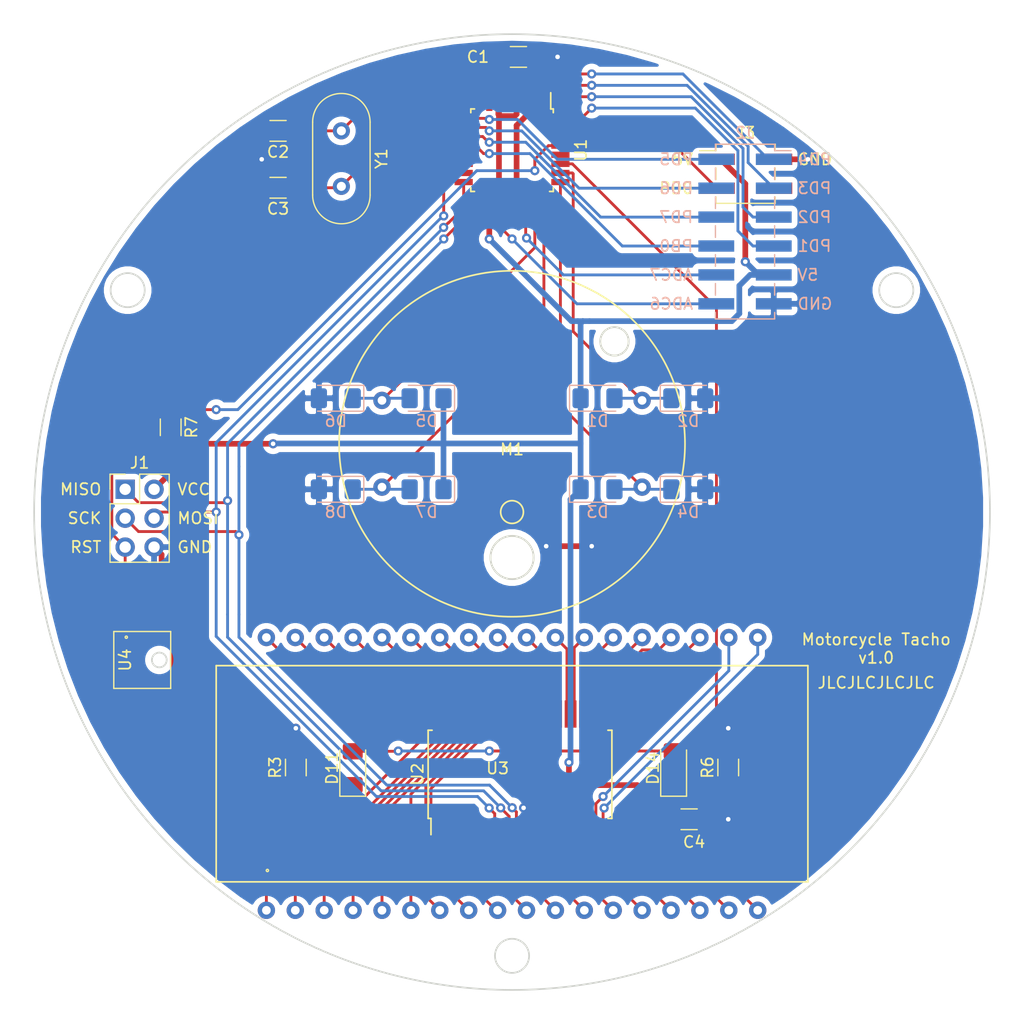
<source format=kicad_pcb>
(kicad_pcb (version 20171130) (host pcbnew 5.1.10)

  (general
    (thickness 1.6)
    (drawings 30)
    (tracks 436)
    (zones 0)
    (modules 26)
    (nets 74)
  )

  (page A4)
  (layers
    (0 F.Cu signal)
    (31 B.Cu signal)
    (32 B.Adhes user)
    (33 F.Adhes user)
    (34 B.Paste user)
    (35 F.Paste user)
    (36 B.SilkS user)
    (37 F.SilkS user)
    (38 B.Mask user)
    (39 F.Mask user)
    (40 Dwgs.User user)
    (41 Cmts.User user)
    (42 Eco1.User user)
    (43 Eco2.User user)
    (44 Edge.Cuts user)
    (45 Margin user)
    (46 B.CrtYd user)
    (47 F.CrtYd user)
    (48 B.Fab user)
    (49 F.Fab user)
  )

  (setup
    (last_trace_width 0.5)
    (user_trace_width 0.25)
    (user_trace_width 0.5)
    (trace_clearance 0.2)
    (zone_clearance 0.508)
    (zone_45_only no)
    (trace_min 0.2)
    (via_size 0.8)
    (via_drill 0.4)
    (via_min_size 0.4)
    (via_min_drill 0.3)
    (uvia_size 0.3)
    (uvia_drill 0.1)
    (uvias_allowed no)
    (uvia_min_size 0.2)
    (uvia_min_drill 0.1)
    (edge_width 0.05)
    (segment_width 0.2)
    (pcb_text_width 0.3)
    (pcb_text_size 1.5 1.5)
    (mod_edge_width 0.12)
    (mod_text_size 1 1)
    (mod_text_width 0.15)
    (pad_size 1.524 1.524)
    (pad_drill 0.762)
    (pad_to_mask_clearance 0)
    (aux_axis_origin 0 0)
    (visible_elements FFFDFF7F)
    (pcbplotparams
      (layerselection 0x010f0_ffffffff)
      (usegerberextensions false)
      (usegerberattributes true)
      (usegerberadvancedattributes true)
      (creategerberjobfile true)
      (excludeedgelayer true)
      (linewidth 0.100000)
      (plotframeref false)
      (viasonmask false)
      (mode 1)
      (useauxorigin false)
      (hpglpennumber 1)
      (hpglpenspeed 20)
      (hpglpendiameter 15.000000)
      (psnegative false)
      (psa4output false)
      (plotreference true)
      (plotvalue false)
      (plotinvisibletext false)
      (padsonsilk false)
      (subtractmaskfromsilk false)
      (outputformat 1)
      (mirror false)
      (drillshape 0)
      (scaleselection 1)
      (outputdirectory "gerb/"))
  )

  (net 0 "")
  (net 1 +5V)
  (net 2 GND)
  (net 3 /RESET)
  (net 4 /SEG8)
  (net 5 /SEG9)
  (net 6 /SEG10)
  (net 7 /SEG11)
  (net 8 /SEG12)
  (net 9 /SEG13)
  (net 10 /SEG14)
  (net 11 /SEG15)
  (net 12 /SEG16)
  (net 13 /SEG17)
  (net 14 /SEG18)
  (net 15 /SEG19)
  (net 16 /SEG20)
  (net 17 /SEG21)
  (net 18 /SEG22)
  (net 19 /SEG23)
  (net 20 /SEG24)
  (net 21 /SEG25)
  (net 22 /SEG26)
  (net 23 /SEG27)
  (net 24 /SEG28)
  (net 25 /SEG29)
  (net 26 /SEG30)
  (net 27 /SEG31)
  (net 28 /COM3)
  (net 29 /COM2)
  (net 30 /COM1)
  (net 31 /COM0)
  (net 32 "Net-(U2-Pad20)")
  (net 33 "Net-(U2-Pad19)")
  (net 34 "Net-(U2-Pad18)")
  (net 35 "Net-(U2-Pad15)")
  (net 36 "Net-(U2-Pad14)")
  (net 37 "Net-(U2-Pad10)")
  (net 38 /SEG0)
  (net 39 /SEG1)
  (net 40 /SEG2)
  (net 41 /SEG3)
  (net 42 /SEG4)
  (net 43 /SEG5)
  (net 44 /SEG6)
  (net 45 /SEG7)
  (net 46 "Net-(D11-Pad1)")
  (net 47 "Net-(D14-Pad1)")
  (net 48 /XTAL1)
  (net 49 /XTAL2)
  (net 50 /MOT_3)
  (net 51 /MOT_4)
  (net 52 /MOT_2)
  (net 53 /MOT_1)
  (net 54 /BACKLIGHT_LED)
  (net 55 /PB3)
  (net 56 /PB5)
  (net 57 /PB4)
  (net 58 /ADC6)
  (net 59 /ADC7)
  (net 60 /PB0)
  (net 61 /PD1)
  (net 62 /PD7)
  (net 63 /PD2)
  (net 64 /PD6)
  (net 65 /PD3)
  (net 66 /PD5)
  (net 67 /PD4)
  (net 68 "Net-(J3-Pad4)")
  (net 69 /PD0)
  (net 70 "Net-(U1-Pad28)")
  (net 71 "Net-(U1-Pad14)")
  (net 72 "Net-(U1-Pad13)")
  (net 73 "Net-(U4-Pad2)")

  (net_class Default "This is the default net class."
    (clearance 0.2)
    (trace_width 0.25)
    (via_dia 0.8)
    (via_drill 0.4)
    (uvia_dia 0.3)
    (uvia_drill 0.1)
    (add_net +5V)
    (add_net /ADC6)
    (add_net /ADC7)
    (add_net /BACKLIGHT_LED)
    (add_net /COM0)
    (add_net /COM1)
    (add_net /COM2)
    (add_net /COM3)
    (add_net /MOT_1)
    (add_net /MOT_2)
    (add_net /MOT_3)
    (add_net /MOT_4)
    (add_net /PB0)
    (add_net /PB3)
    (add_net /PB4)
    (add_net /PB5)
    (add_net /PD0)
    (add_net /PD1)
    (add_net /PD2)
    (add_net /PD3)
    (add_net /PD4)
    (add_net /PD5)
    (add_net /PD6)
    (add_net /PD7)
    (add_net /RESET)
    (add_net /SEG0)
    (add_net /SEG1)
    (add_net /SEG10)
    (add_net /SEG11)
    (add_net /SEG12)
    (add_net /SEG13)
    (add_net /SEG14)
    (add_net /SEG15)
    (add_net /SEG16)
    (add_net /SEG17)
    (add_net /SEG18)
    (add_net /SEG19)
    (add_net /SEG2)
    (add_net /SEG20)
    (add_net /SEG21)
    (add_net /SEG22)
    (add_net /SEG23)
    (add_net /SEG24)
    (add_net /SEG25)
    (add_net /SEG26)
    (add_net /SEG27)
    (add_net /SEG28)
    (add_net /SEG29)
    (add_net /SEG3)
    (add_net /SEG30)
    (add_net /SEG31)
    (add_net /SEG4)
    (add_net /SEG5)
    (add_net /SEG6)
    (add_net /SEG7)
    (add_net /SEG8)
    (add_net /SEG9)
    (add_net /XTAL1)
    (add_net /XTAL2)
    (add_net GND)
    (add_net "Net-(D11-Pad1)")
    (add_net "Net-(D14-Pad1)")
    (add_net "Net-(J3-Pad4)")
    (add_net "Net-(U1-Pad13)")
    (add_net "Net-(U1-Pad14)")
    (add_net "Net-(U1-Pad28)")
    (add_net "Net-(U2-Pad10)")
    (add_net "Net-(U2-Pad14)")
    (add_net "Net-(U2-Pad15)")
    (add_net "Net-(U2-Pad18)")
    (add_net "Net-(U2-Pad19)")
    (add_net "Net-(U2-Pad20)")
    (add_net "Net-(U4-Pad2)")
  )

  (module footprints:TLSM (layer F.Cu) (tedit 614FA44B) (tstamp 61500535)
    (at 119 113 270)
    (path /61493463)
    (fp_text reference U4 (at 0 3 90) (layer F.SilkS)
      (effects (font (size 1 1) (thickness 0.15)))
    )
    (fp_text value TLSM (at 0 1 90) (layer F.Fab)
      (effects (font (size 1 1) (thickness 0.15)))
    )
    (fp_circle (center -2 2.9) (end -1.9 2.9) (layer F.SilkS) (width 0.12))
    (fp_circle (center 0 0) (end 0.65 0) (layer Dwgs.User) (width 0.12))
    (fp_line (start -2.5 -1) (end 2.5 -1) (layer F.SilkS) (width 0.12))
    (fp_line (start 2.5 -1) (end 2.5 4) (layer F.SilkS) (width 0.12))
    (fp_line (start 2.5 4) (end -2.5 4) (layer F.SilkS) (width 0.12))
    (fp_line (start -2.5 4) (end -2.5 -1) (layer F.SilkS) (width 0.12))
    (pad 4 smd rect (at 4.45 -0.2 270) (size 3.1 1.4) (layers F.Cu F.Paste F.Mask)
      (net 2 GND))
    (pad 2 smd rect (at 4.45 3 270) (size 3.1 1.4) (layers F.Cu F.Paste F.Mask)
      (net 73 "Net-(U4-Pad2)"))
    (pad 1 smd rect (at -4.45 3 270) (size 3.1 1.4) (layers F.Cu F.Paste F.Mask)
      (net 3 /RESET))
    (pad 3 smd rect (at -4.45 -0.2 270) (size 3.1 1.4) (layers F.Cu F.Paste F.Mask)
      (net 2 GND))
  )

  (module Connector_PinHeader_2.54mm:PinHeader_2x03_P2.54mm_Vertical (layer F.Cu) (tedit 59FED5CC) (tstamp 612C6779)
    (at 116 98)
    (descr "Through hole straight pin header, 2x03, 2.54mm pitch, double rows")
    (tags "Through hole pin header THT 2x03 2.54mm double row")
    (path /612E39AB)
    (fp_text reference J1 (at 1.27 -2.33) (layer F.SilkS)
      (effects (font (size 1 1) (thickness 0.15)))
    )
    (fp_text value AVR-ISP-6 (at 1.27 7.41) (layer F.Fab)
      (effects (font (size 1 1) (thickness 0.15)))
    )
    (fp_text user %R (at 1.27 2.54 90) (layer F.Fab)
      (effects (font (size 1 1) (thickness 0.15)))
    )
    (fp_line (start 0 -1.27) (end 3.81 -1.27) (layer F.Fab) (width 0.1))
    (fp_line (start 3.81 -1.27) (end 3.81 6.35) (layer F.Fab) (width 0.1))
    (fp_line (start 3.81 6.35) (end -1.27 6.35) (layer F.Fab) (width 0.1))
    (fp_line (start -1.27 6.35) (end -1.27 0) (layer F.Fab) (width 0.1))
    (fp_line (start -1.27 0) (end 0 -1.27) (layer F.Fab) (width 0.1))
    (fp_line (start -1.33 6.41) (end 3.87 6.41) (layer F.SilkS) (width 0.12))
    (fp_line (start -1.33 1.27) (end -1.33 6.41) (layer F.SilkS) (width 0.12))
    (fp_line (start 3.87 -1.33) (end 3.87 6.41) (layer F.SilkS) (width 0.12))
    (fp_line (start -1.33 1.27) (end 1.27 1.27) (layer F.SilkS) (width 0.12))
    (fp_line (start 1.27 1.27) (end 1.27 -1.33) (layer F.SilkS) (width 0.12))
    (fp_line (start 1.27 -1.33) (end 3.87 -1.33) (layer F.SilkS) (width 0.12))
    (fp_line (start -1.33 0) (end -1.33 -1.33) (layer F.SilkS) (width 0.12))
    (fp_line (start -1.33 -1.33) (end 0 -1.33) (layer F.SilkS) (width 0.12))
    (fp_line (start -1.8 -1.8) (end -1.8 6.85) (layer F.CrtYd) (width 0.05))
    (fp_line (start -1.8 6.85) (end 4.35 6.85) (layer F.CrtYd) (width 0.05))
    (fp_line (start 4.35 6.85) (end 4.35 -1.8) (layer F.CrtYd) (width 0.05))
    (fp_line (start 4.35 -1.8) (end -1.8 -1.8) (layer F.CrtYd) (width 0.05))
    (pad 6 thru_hole oval (at 2.54 5.08) (size 1.7 1.7) (drill 1) (layers *.Cu *.Mask)
      (net 2 GND))
    (pad 5 thru_hole oval (at 0 5.08) (size 1.7 1.7) (drill 1) (layers *.Cu *.Mask)
      (net 3 /RESET))
    (pad 4 thru_hole oval (at 2.54 2.54) (size 1.7 1.7) (drill 1) (layers *.Cu *.Mask)
      (net 55 /PB3))
    (pad 3 thru_hole oval (at 0 2.54) (size 1.7 1.7) (drill 1) (layers *.Cu *.Mask)
      (net 56 /PB5))
    (pad 2 thru_hole oval (at 2.54 0) (size 1.7 1.7) (drill 1) (layers *.Cu *.Mask)
      (net 1 +5V))
    (pad 1 thru_hole rect (at 0 0) (size 1.7 1.7) (drill 1) (layers *.Cu *.Mask)
      (net 57 /PB4))
    (model ${KISYS3DMOD}/Connector_PinHeader_2.54mm.3dshapes/PinHeader_2x03_P2.54mm_Vertical.wrl
      (at (xyz 0 0 0))
      (scale (xyz 1 1 1))
      (rotate (xyz 0 0 0))
    )
  )

  (module footprints:VIM878 (layer F.Cu) (tedit 614EC68A) (tstamp 613E813B)
    (at 124 113.5)
    (path /612E9821)
    (fp_text reference U3 (at 24.73088 9.02704) (layer F.SilkS)
      (effects (font (size 1 1) (thickness 0.15)))
    )
    (fp_text value VIM-878-DP (at 24.73088 8.02704) (layer F.Fab)
      (effects (font (size 1 1) (thickness 0.15)))
    )
    (fp_line (start 0 19) (end 0 0) (layer F.SilkS) (width 0.15))
    (fp_line (start 52 19) (end 0 19) (layer F.SilkS) (width 0.15))
    (fp_line (start 52 0) (end 52 19) (layer F.SilkS) (width 0.15))
    (fp_line (start 0 0) (end 52 0) (layer F.SilkS) (width 0.15))
    (fp_circle (center 4.5 18) (end 4.6 18) (layer F.SilkS) (width 0.12))
    (pad 36 thru_hole circle (at 4.41088 -2.47296) (size 1.524 1.524) (drill 0.762) (layers *.Cu *.Mask)
      (net 12 /SEG16))
    (pad 35 thru_hole circle (at 6.95088 -2.47296) (size 1.524 1.524) (drill 0.762) (layers *.Cu *.Mask)
      (net 13 /SEG17))
    (pad 34 thru_hole circle (at 9.49088 -2.47296) (size 1.524 1.524) (drill 0.762) (layers *.Cu *.Mask)
      (net 14 /SEG18))
    (pad 33 thru_hole circle (at 12.03088 -2.47296) (size 1.524 1.524) (drill 0.762) (layers *.Cu *.Mask)
      (net 15 /SEG19))
    (pad 32 thru_hole circle (at 14.57088 -2.47296) (size 1.524 1.524) (drill 0.762) (layers *.Cu *.Mask)
      (net 16 /SEG20))
    (pad 31 thru_hole circle (at 17.11088 -2.47296) (size 1.524 1.524) (drill 0.762) (layers *.Cu *.Mask)
      (net 17 /SEG21))
    (pad 30 thru_hole circle (at 19.65088 -2.47296) (size 1.524 1.524) (drill 0.762) (layers *.Cu *.Mask)
      (net 18 /SEG22))
    (pad 29 thru_hole circle (at 22.19088 -2.47296) (size 1.524 1.524) (drill 0.762) (layers *.Cu *.Mask)
      (net 19 /SEG23))
    (pad 28 thru_hole circle (at 24.73088 -2.47296) (size 1.524 1.524) (drill 0.762) (layers *.Cu *.Mask)
      (net 20 /SEG24))
    (pad 27 thru_hole circle (at 27.27088 -2.47296) (size 1.524 1.524) (drill 0.762) (layers *.Cu *.Mask)
      (net 21 /SEG25))
    (pad 26 thru_hole circle (at 29.81088 -2.47296) (size 1.524 1.524) (drill 0.762) (layers *.Cu *.Mask)
      (net 22 /SEG26))
    (pad 25 thru_hole circle (at 32.35088 -2.47296) (size 1.524 1.524) (drill 0.762) (layers *.Cu *.Mask)
      (net 23 /SEG27))
    (pad 24 thru_hole circle (at 34.89088 -2.47296) (size 1.524 1.524) (drill 0.762) (layers *.Cu *.Mask)
      (net 24 /SEG28))
    (pad 23 thru_hole circle (at 37.43088 -2.47296) (size 1.524 1.524) (drill 0.762) (layers *.Cu *.Mask)
      (net 25 /SEG29))
    (pad 22 thru_hole circle (at 39.97088 -2.47296) (size 1.524 1.524) (drill 0.762) (layers *.Cu *.Mask)
      (net 26 /SEG30))
    (pad 21 thru_hole circle (at 42.51088 -2.47296) (size 1.524 1.524) (drill 0.762) (layers *.Cu *.Mask)
      (net 27 /SEG31))
    (pad 20 thru_hole circle (at 45.05088 -2.47296) (size 1.524 1.524) (drill 0.762) (layers *.Cu *.Mask)
      (net 29 /COM2))
    (pad 19 thru_hole circle (at 47.59088 -2.47296) (size 1.524 1.524) (drill 0.762) (layers *.Cu *.Mask)
      (net 28 /COM3))
    (pad 18 thru_hole circle (at 47.59088 21.5) (size 1.524 1.524) (drill 0.762) (layers *.Cu *.Mask)
      (net 30 /COM1))
    (pad 17 thru_hole circle (at 45.05088 21.5) (size 1.524 1.524) (drill 0.762) (layers *.Cu *.Mask)
      (net 31 /COM0))
    (pad 16 thru_hole circle (at 42.51088 21.5) (size 1.524 1.524) (drill 0.762) (layers *.Cu *.Mask)
      (net 38 /SEG0))
    (pad 15 thru_hole circle (at 39.97088 21.5) (size 1.524 1.524) (drill 0.762) (layers *.Cu *.Mask)
      (net 39 /SEG1))
    (pad 14 thru_hole circle (at 37.43088 21.5) (size 1.524 1.524) (drill 0.762) (layers *.Cu *.Mask)
      (net 40 /SEG2))
    (pad 13 thru_hole circle (at 34.89088 21.5) (size 1.524 1.524) (drill 0.762) (layers *.Cu *.Mask)
      (net 41 /SEG3))
    (pad 12 thru_hole circle (at 32.35088 21.5) (size 1.524 1.524) (drill 0.762) (layers *.Cu *.Mask)
      (net 42 /SEG4))
    (pad 11 thru_hole circle (at 29.81088 21.5) (size 1.524 1.524) (drill 0.762) (layers *.Cu *.Mask)
      (net 43 /SEG5))
    (pad 10 thru_hole circle (at 27.27088 21.5) (size 1.524 1.524) (drill 0.762) (layers *.Cu *.Mask)
      (net 44 /SEG6))
    (pad 9 thru_hole circle (at 24.73088 21.5) (size 1.524 1.524) (drill 0.762) (layers *.Cu *.Mask)
      (net 45 /SEG7))
    (pad 8 thru_hole circle (at 22.19088 21.5) (size 1.524 1.524) (drill 0.762) (layers *.Cu *.Mask)
      (net 11 /SEG15))
    (pad 7 thru_hole circle (at 19.65088 21.5) (size 1.524 1.524) (drill 0.762) (layers *.Cu *.Mask)
      (net 10 /SEG14))
    (pad 6 thru_hole circle (at 17.11088 21.5) (size 1.524 1.524) (drill 0.762) (layers *.Cu *.Mask)
      (net 9 /SEG13))
    (pad 5 thru_hole circle (at 14.57088 21.5) (size 1.524 1.524) (drill 0.762) (layers *.Cu *.Mask)
      (net 8 /SEG12))
    (pad 4 thru_hole circle (at 12.03088 21.5) (size 1.524 1.524) (drill 0.762) (layers *.Cu *.Mask)
      (net 7 /SEG11))
    (pad 3 thru_hole circle (at 9.49088 21.5) (size 1.524 1.524) (drill 0.762) (layers *.Cu *.Mask)
      (net 6 /SEG10))
    (pad 2 thru_hole circle (at 6.95088 21.5) (size 1.524 1.524) (drill 0.762) (layers *.Cu *.Mask)
      (net 5 /SEG9))
    (pad 1 thru_hole circle (at 4.41088 21.5) (size 1.524 1.524) (drill 0.762) (layers *.Cu *.Mask)
      (net 4 /SEG8))
  )

  (module footprints:HT1621B (layer F.Cu) (tedit 6140406A) (tstamp 613C5ADB)
    (at 150.7 123.05 90)
    (descr "SSOP48: plastic shrink small outline package; 48 leads; body width 7.5 mm; (see NXP SSOP-TSSOP-VSO-REFLOW.pdf and sot370-1_po.pdf)")
    (tags "SSOP 0.635")
    (path /612E981B)
    (attr smd)
    (fp_text reference U2 (at 0 -9 90) (layer F.SilkS)
      (effects (font (size 1 1) (thickness 0.15)))
    )
    (fp_text value HT1621B (at 0 9 90) (layer F.Fab)
      (effects (font (size 1 1) (thickness 0.15)))
    )
    (fp_text user %R (at 0 0 90) (layer F.Fab)
      (effects (font (size 0.8 0.8) (thickness 0.15)))
    )
    (fp_line (start -2.75 -7.95) (end 3.75 -7.95) (layer F.Fab) (width 0.15))
    (fp_line (start 3.75 -7.95) (end 3.75 7.95) (layer F.Fab) (width 0.15))
    (fp_line (start 3.75 7.95) (end -3.75 7.95) (layer F.Fab) (width 0.15))
    (fp_line (start -3.75 7.95) (end -3.75 -6.95) (layer F.Fab) (width 0.15))
    (fp_line (start -3.75 -6.95) (end -2.75 -7.95) (layer F.Fab) (width 0.15))
    (fp_line (start -5.55 -8.25) (end -5.55 8.25) (layer F.CrtYd) (width 0.05))
    (fp_line (start 5.55 -8.25) (end 5.55 8.25) (layer F.CrtYd) (width 0.05))
    (fp_line (start -5.55 -8.25) (end 5.55 -8.25) (layer F.CrtYd) (width 0.05))
    (fp_line (start -5.55 8.25) (end 5.55 8.25) (layer F.CrtYd) (width 0.05))
    (fp_line (start -3.875 -8.075) (end -3.875 -7.825) (layer F.SilkS) (width 0.15))
    (fp_line (start 3.875 -8.075) (end 3.875 -7.7275) (layer F.SilkS) (width 0.15))
    (fp_line (start 3.875 8.075) (end 3.875 7.7275) (layer F.SilkS) (width 0.15))
    (fp_line (start -3.875 8.075) (end -3.875 7.7275) (layer F.SilkS) (width 0.15))
    (fp_line (start -3.875 -8.075) (end 3.875 -8.075) (layer F.SilkS) (width 0.15))
    (fp_line (start -3.875 8.075) (end 3.875 8.075) (layer F.SilkS) (width 0.15))
    (fp_line (start -3.875 -7.825) (end -5.3 -7.825) (layer F.SilkS) (width 0.15))
    (pad 1 smd rect (at -5.3 -7.3025 90) (size 2.4 0.4) (layers F.Cu F.Paste F.Mask)
      (net 45 /SEG7))
    (pad 2 smd rect (at -5.3 -6.6675 90) (size 2.4 0.4) (layers F.Cu F.Paste F.Mask)
      (net 44 /SEG6))
    (pad 3 smd rect (at -5.3 -6.0325 90) (size 2.4 0.4) (layers F.Cu F.Paste F.Mask)
      (net 43 /SEG5))
    (pad 4 smd rect (at -5.3 -5.3975 90) (size 2.4 0.4) (layers F.Cu F.Paste F.Mask)
      (net 42 /SEG4))
    (pad 5 smd rect (at -5.3 -4.7625 90) (size 2.4 0.4) (layers F.Cu F.Paste F.Mask)
      (net 41 /SEG3))
    (pad 6 smd rect (at -5.3 -4.1275 90) (size 2.4 0.4) (layers F.Cu F.Paste F.Mask)
      (net 40 /SEG2))
    (pad 7 smd rect (at -5.3 -3.4925 90) (size 2.4 0.4) (layers F.Cu F.Paste F.Mask)
      (net 39 /SEG1))
    (pad 8 smd rect (at -5.3 -2.8575 90) (size 2.4 0.4) (layers F.Cu F.Paste F.Mask)
      (net 38 /SEG0))
    (pad 9 smd rect (at -5.3 -2.2225 90) (size 2.4 0.4) (layers F.Cu F.Paste F.Mask)
      (net 55 /PB3))
    (pad 10 smd rect (at -5.3 -1.5875 90) (size 2.4 0.4) (layers F.Cu F.Paste F.Mask)
      (net 37 "Net-(U2-Pad10)"))
    (pad 11 smd rect (at -5.3 -0.9525 90) (size 2.4 0.4) (layers F.Cu F.Paste F.Mask)
      (net 57 /PB4))
    (pad 12 smd rect (at -5.3 -0.3175 90) (size 2.4 0.4) (layers F.Cu F.Paste F.Mask)
      (net 56 /PB5))
    (pad 13 smd rect (at -5.3 0.3175 90) (size 2.4 0.4) (layers F.Cu F.Paste F.Mask)
      (net 2 GND))
    (pad 14 smd rect (at -5.3 0.9525 90) (size 2.4 0.4) (layers F.Cu F.Paste F.Mask)
      (net 36 "Net-(U2-Pad14)"))
    (pad 15 smd rect (at -5.3 1.5875 90) (size 2.4 0.4) (layers F.Cu F.Paste F.Mask)
      (net 35 "Net-(U2-Pad15)"))
    (pad 16 smd rect (at -5.3 2.2225 90) (size 2.4 0.4) (layers F.Cu F.Paste F.Mask)
      (net 1 +5V))
    (pad 17 smd rect (at -5.3 2.8575 90) (size 2.4 0.4) (layers F.Cu F.Paste F.Mask)
      (net 1 +5V))
    (pad 18 smd rect (at -5.3 3.4925 90) (size 2.4 0.4) (layers F.Cu F.Paste F.Mask)
      (net 34 "Net-(U2-Pad18)"))
    (pad 19 smd rect (at -5.3 4.1275 90) (size 2.4 0.4) (layers F.Cu F.Paste F.Mask)
      (net 33 "Net-(U2-Pad19)"))
    (pad 20 smd rect (at -5.3 4.7625 90) (size 2.4 0.4) (layers F.Cu F.Paste F.Mask)
      (net 32 "Net-(U2-Pad20)"))
    (pad 21 smd rect (at -5.3 5.3975 90) (size 2.4 0.4) (layers F.Cu F.Paste F.Mask)
      (net 31 /COM0))
    (pad 22 smd rect (at -5.3 6.0325 90) (size 2.4 0.4) (layers F.Cu F.Paste F.Mask)
      (net 30 /COM1))
    (pad 23 smd rect (at -5.3 6.6675 90) (size 2.4 0.4) (layers F.Cu F.Paste F.Mask)
      (net 29 /COM2))
    (pad 24 smd rect (at -5.3 7.3025 90) (size 2.4 0.4) (layers F.Cu F.Paste F.Mask)
      (net 28 /COM3))
    (pad 25 smd rect (at 5.3 7.3025 90) (size 2.4 0.4) (layers F.Cu F.Paste F.Mask)
      (net 27 /SEG31))
    (pad 26 smd rect (at 5.3 6.6675 90) (size 2.4 0.4) (layers F.Cu F.Paste F.Mask)
      (net 26 /SEG30))
    (pad 27 smd rect (at 5.3 6.0325 90) (size 2.4 0.4) (layers F.Cu F.Paste F.Mask)
      (net 25 /SEG29))
    (pad 28 smd rect (at 5.3 5.3975 90) (size 2.4 0.4) (layers F.Cu F.Paste F.Mask)
      (net 24 /SEG28))
    (pad 29 smd rect (at 5.3 4.7625 90) (size 2.4 0.4) (layers F.Cu F.Paste F.Mask)
      (net 23 /SEG27))
    (pad 30 smd rect (at 5.3 4.1275 90) (size 2.4 0.4) (layers F.Cu F.Paste F.Mask)
      (net 22 /SEG26))
    (pad 31 smd rect (at 5.3 3.4925 90) (size 2.4 0.4) (layers F.Cu F.Paste F.Mask)
      (net 21 /SEG25))
    (pad 32 smd rect (at 5.3 2.8575 90) (size 2.4 0.4) (layers F.Cu F.Paste F.Mask)
      (net 20 /SEG24))
    (pad 33 smd rect (at 5.3 2.2225 90) (size 2.4 0.4) (layers F.Cu F.Paste F.Mask)
      (net 19 /SEG23))
    (pad 34 smd rect (at 5.3 1.5875 90) (size 2.4 0.4) (layers F.Cu F.Paste F.Mask)
      (net 18 /SEG22))
    (pad 35 smd rect (at 5.3 0.9525 90) (size 2.4 0.4) (layers F.Cu F.Paste F.Mask)
      (net 17 /SEG21))
    (pad 36 smd rect (at 5.3 0.3175 90) (size 2.4 0.4) (layers F.Cu F.Paste F.Mask)
      (net 16 /SEG20))
    (pad 37 smd rect (at 5.3 -0.3175 90) (size 2.4 0.4) (layers F.Cu F.Paste F.Mask)
      (net 15 /SEG19))
    (pad 38 smd rect (at 5.3 -0.9525 90) (size 2.4 0.4) (layers F.Cu F.Paste F.Mask)
      (net 14 /SEG18))
    (pad 39 smd rect (at 5.3 -1.5875 90) (size 2.4 0.4) (layers F.Cu F.Paste F.Mask)
      (net 13 /SEG17))
    (pad 40 smd rect (at 5.3 -2.2225 90) (size 2.4 0.4) (layers F.Cu F.Paste F.Mask)
      (net 12 /SEG16))
    (pad 41 smd rect (at 5.3 -2.8575 90) (size 2.4 0.4) (layers F.Cu F.Paste F.Mask)
      (net 11 /SEG15))
    (pad 42 smd rect (at 5.3 -3.4925 90) (size 2.4 0.4) (layers F.Cu F.Paste F.Mask)
      (net 10 /SEG14))
    (pad 43 smd rect (at 5.3 -4.1275 90) (size 2.4 0.4) (layers F.Cu F.Paste F.Mask)
      (net 9 /SEG13))
    (pad 44 smd rect (at 5.3 -4.7625 90) (size 2.4 0.4) (layers F.Cu F.Paste F.Mask)
      (net 8 /SEG12))
    (pad 45 smd rect (at 5.3 -5.3975 90) (size 2.4 0.4) (layers F.Cu F.Paste F.Mask)
      (net 7 /SEG11))
    (pad 46 smd rect (at 5.3 -6.0325 90) (size 2.4 0.4) (layers F.Cu F.Paste F.Mask)
      (net 6 /SEG10))
    (pad 47 smd rect (at 5.3 -6.6675 90) (size 2.4 0.4) (layers F.Cu F.Paste F.Mask)
      (net 5 /SEG9))
    (pad 48 smd rect (at 5.3 -7.3025 90) (size 2.4 0.4) (layers F.Cu F.Paste F.Mask)
      (net 4 /SEG8))
    (model ${KISYS3DMOD}/Package_SO.3dshapes/SSOP-48_7.5x15.9mm_P0.635mm.wrl
      (at (xyz 0 0 0))
      (scale (xyz 1 1 1))
      (rotate (xyz 0 0 0))
    )
  )

  (module Connector_PinHeader_2.54mm:PinHeader_2x02_P2.54mm_Vertical_SMD (layer F.Cu) (tedit 59FED5CC) (tstamp 613F9320)
    (at 170.525 70.27)
    (descr "surface-mounted straight pin header, 2x02, 2.54mm pitch, double rows")
    (tags "Surface mounted pin header SMD 2x02 2.54mm double row")
    (path /61409762)
    (attr smd)
    (fp_text reference J3 (at 0 -3.6) (layer F.SilkS)
      (effects (font (size 1 1) (thickness 0.15)))
    )
    (fp_text value Conn_02x02_Counter_Clockwise (at 0 3.6) (layer F.Fab)
      (effects (font (size 1 1) (thickness 0.15)))
    )
    (fp_text user %R (at 0 0 90) (layer F.Fab)
      (effects (font (size 1 1) (thickness 0.15)))
    )
    (fp_line (start 2.54 2.54) (end -2.54 2.54) (layer F.Fab) (width 0.1))
    (fp_line (start -1.59 -2.54) (end 2.54 -2.54) (layer F.Fab) (width 0.1))
    (fp_line (start -2.54 2.54) (end -2.54 -1.59) (layer F.Fab) (width 0.1))
    (fp_line (start -2.54 -1.59) (end -1.59 -2.54) (layer F.Fab) (width 0.1))
    (fp_line (start 2.54 -2.54) (end 2.54 2.54) (layer F.Fab) (width 0.1))
    (fp_line (start -2.54 -1.59) (end -3.6 -1.59) (layer F.Fab) (width 0.1))
    (fp_line (start -3.6 -1.59) (end -3.6 -0.95) (layer F.Fab) (width 0.1))
    (fp_line (start -3.6 -0.95) (end -2.54 -0.95) (layer F.Fab) (width 0.1))
    (fp_line (start 2.54 -1.59) (end 3.6 -1.59) (layer F.Fab) (width 0.1))
    (fp_line (start 3.6 -1.59) (end 3.6 -0.95) (layer F.Fab) (width 0.1))
    (fp_line (start 3.6 -0.95) (end 2.54 -0.95) (layer F.Fab) (width 0.1))
    (fp_line (start -2.54 0.95) (end -3.6 0.95) (layer F.Fab) (width 0.1))
    (fp_line (start -3.6 0.95) (end -3.6 1.59) (layer F.Fab) (width 0.1))
    (fp_line (start -3.6 1.59) (end -2.54 1.59) (layer F.Fab) (width 0.1))
    (fp_line (start 2.54 0.95) (end 3.6 0.95) (layer F.Fab) (width 0.1))
    (fp_line (start 3.6 0.95) (end 3.6 1.59) (layer F.Fab) (width 0.1))
    (fp_line (start 3.6 1.59) (end 2.54 1.59) (layer F.Fab) (width 0.1))
    (fp_line (start -2.6 -2.6) (end 2.6 -2.6) (layer F.SilkS) (width 0.12))
    (fp_line (start -2.6 2.6) (end 2.6 2.6) (layer F.SilkS) (width 0.12))
    (fp_line (start -4.04 -2.03) (end -2.6 -2.03) (layer F.SilkS) (width 0.12))
    (fp_line (start -2.6 -2.6) (end -2.6 -2.03) (layer F.SilkS) (width 0.12))
    (fp_line (start 2.6 -2.6) (end 2.6 -2.03) (layer F.SilkS) (width 0.12))
    (fp_line (start -2.6 2.03) (end -2.6 2.6) (layer F.SilkS) (width 0.12))
    (fp_line (start 2.6 2.03) (end 2.6 2.6) (layer F.SilkS) (width 0.12))
    (fp_line (start -2.6 -0.51) (end -2.6 0.51) (layer F.SilkS) (width 0.12))
    (fp_line (start 2.6 -0.51) (end 2.6 0.51) (layer F.SilkS) (width 0.12))
    (fp_line (start -5.9 -3.05) (end -5.9 3.05) (layer F.CrtYd) (width 0.05))
    (fp_line (start -5.9 3.05) (end 5.9 3.05) (layer F.CrtYd) (width 0.05))
    (fp_line (start 5.9 3.05) (end 5.9 -3.05) (layer F.CrtYd) (width 0.05))
    (fp_line (start 5.9 -3.05) (end -5.9 -3.05) (layer F.CrtYd) (width 0.05))
    (pad 4 smd rect (at 2.525 1.27) (size 3.15 1) (layers F.Cu F.Paste F.Mask)
      (net 68 "Net-(J3-Pad4)"))
    (pad 3 smd rect (at -2.525 1.27) (size 3.15 1) (layers F.Cu F.Paste F.Mask)
      (net 69 /PD0))
    (pad 2 smd rect (at 2.525 -1.27) (size 3.15 1) (layers F.Cu F.Paste F.Mask)
      (net 2 GND))
    (pad 1 smd rect (at -2.525 -1.27) (size 3.15 1) (layers F.Cu F.Paste F.Mask)
      (net 1 +5V))
    (model ${KISYS3DMOD}/Connector_PinHeader_2.54mm.3dshapes/PinHeader_2x02_P2.54mm_Vertical_SMD.wrl
      (at (xyz 0 0 0))
      (scale (xyz 1 1 1))
      (rotate (xyz 0 0 0))
    )
  )

  (module "footprints:Stepper Motor" (layer F.Cu) (tedit 5CE0FDFB) (tstamp 613C746F)
    (at 150 94)
    (path /612E09E8)
    (fp_text reference M1 (at 0 0.5) (layer F.SilkS)
      (effects (font (size 1 1) (thickness 0.15)))
    )
    (fp_text value Stepper_Motor (at 0 -0.5) (layer F.Fab) hide
      (effects (font (size 1 1) (thickness 0.15)))
    )
    (fp_circle (center 0 0) (end 15.2 0) (layer F.SilkS) (width 0.15))
    (fp_circle (center 0 6) (end 1 6) (layer F.SilkS) (width 0.15))
    (fp_circle (center 0 10) (end 1.9 10) (layer F.SilkS) (width 0.15))
    (fp_circle (center 9 -9) (end 10.25 -9) (layer F.SilkS) (width 0.15))
    (pad 4 thru_hole circle (at 11.43 3.81) (size 1.524 1.524) (drill 0.762) (layers *.Cu *.Mask)
      (net 51 /MOT_4))
    (pad 3 thru_hole circle (at 11.43 -3.81) (size 1.524 1.524) (drill 0.762) (layers *.Cu *.Mask)
      (net 50 /MOT_3))
    (pad 2 thru_hole circle (at -11.43 -3.81) (size 1.524 1.524) (drill 0.762) (layers *.Cu *.Mask)
      (net 52 /MOT_2))
    (pad 1 thru_hole circle (at -11.43 3.81) (size 1.524 1.524) (drill 0.762) (layers *.Cu *.Mask)
      (net 53 /MOT_1))
  )

  (module Capacitor_SMD:C_1206_3216Metric_Pad1.33x1.80mm_HandSolder (layer F.Cu) (tedit 5F68FEEF) (tstamp 613CB212)
    (at 165.5625 127)
    (descr "Capacitor SMD 1206 (3216 Metric), square (rectangular) end terminal, IPC_7351 nominal with elongated pad for handsoldering. (Body size source: IPC-SM-782 page 76, https://www.pcb-3d.com/wordpress/wp-content/uploads/ipc-sm-782a_amendment_1_and_2.pdf), generated with kicad-footprint-generator")
    (tags "capacitor handsolder")
    (path /6167E0BA)
    (attr smd)
    (fp_text reference C4 (at 0.4375 2) (layer F.SilkS)
      (effects (font (size 1 1) (thickness 0.15)))
    )
    (fp_text value C (at 0 1.85) (layer F.Fab)
      (effects (font (size 1 1) (thickness 0.15)))
    )
    (fp_text user %R (at 0 0) (layer F.Fab)
      (effects (font (size 0.8 0.8) (thickness 0.12)))
    )
    (fp_line (start -1.6 0.8) (end -1.6 -0.8) (layer F.Fab) (width 0.1))
    (fp_line (start -1.6 -0.8) (end 1.6 -0.8) (layer F.Fab) (width 0.1))
    (fp_line (start 1.6 -0.8) (end 1.6 0.8) (layer F.Fab) (width 0.1))
    (fp_line (start 1.6 0.8) (end -1.6 0.8) (layer F.Fab) (width 0.1))
    (fp_line (start -0.711252 -0.91) (end 0.711252 -0.91) (layer F.SilkS) (width 0.12))
    (fp_line (start -0.711252 0.91) (end 0.711252 0.91) (layer F.SilkS) (width 0.12))
    (fp_line (start -2.48 1.15) (end -2.48 -1.15) (layer F.CrtYd) (width 0.05))
    (fp_line (start -2.48 -1.15) (end 2.48 -1.15) (layer F.CrtYd) (width 0.05))
    (fp_line (start 2.48 -1.15) (end 2.48 1.15) (layer F.CrtYd) (width 0.05))
    (fp_line (start 2.48 1.15) (end -2.48 1.15) (layer F.CrtYd) (width 0.05))
    (pad 2 smd roundrect (at 1.5625 0) (size 1.325 1.8) (layers F.Cu F.Paste F.Mask) (roundrect_rratio 0.1886784905660377)
      (net 2 GND))
    (pad 1 smd roundrect (at -1.5625 0) (size 1.325 1.8) (layers F.Cu F.Paste F.Mask) (roundrect_rratio 0.1886784905660377)
      (net 1 +5V))
    (model ${KISYS3DMOD}/Capacitor_SMD.3dshapes/C_1206_3216Metric.wrl
      (at (xyz 0 0 0))
      (scale (xyz 1 1 1))
      (rotate (xyz 0 0 0))
    )
  )

  (module Connector_PinHeader_2.54mm:PinHeader_2x06_P2.54mm_Vertical_SMD (layer B.Cu) (tedit 59FED5CC) (tstamp 613CF47E)
    (at 170.475 75.35 180)
    (descr "surface-mounted straight pin header, 2x06, 2.54mm pitch, double rows")
    (tags "Surface mounted pin header SMD 2x06 2.54mm double row")
    (path /615DA54A)
    (attr smd)
    (fp_text reference J2 (at 0 8.68) (layer B.SilkS)
      (effects (font (size 1 1) (thickness 0.15)) (justify mirror))
    )
    (fp_text value Conn_02x06_Counter_Clockwise (at 0 -8.68) (layer B.Fab) hide
      (effects (font (size 1 1) (thickness 0.15)) (justify mirror))
    )
    (fp_text user %R (at 0 0 270) (layer B.Fab)
      (effects (font (size 1 1) (thickness 0.15)) (justify mirror))
    )
    (fp_line (start 2.54 -7.62) (end -2.54 -7.62) (layer B.Fab) (width 0.1))
    (fp_line (start -1.59 7.62) (end 2.54 7.62) (layer B.Fab) (width 0.1))
    (fp_line (start -2.54 -7.62) (end -2.54 6.67) (layer B.Fab) (width 0.1))
    (fp_line (start -2.54 6.67) (end -1.59 7.62) (layer B.Fab) (width 0.1))
    (fp_line (start 2.54 7.62) (end 2.54 -7.62) (layer B.Fab) (width 0.1))
    (fp_line (start -2.54 6.67) (end -3.6 6.67) (layer B.Fab) (width 0.1))
    (fp_line (start -3.6 6.67) (end -3.6 6.03) (layer B.Fab) (width 0.1))
    (fp_line (start -3.6 6.03) (end -2.54 6.03) (layer B.Fab) (width 0.1))
    (fp_line (start 2.54 6.67) (end 3.6 6.67) (layer B.Fab) (width 0.1))
    (fp_line (start 3.6 6.67) (end 3.6 6.03) (layer B.Fab) (width 0.1))
    (fp_line (start 3.6 6.03) (end 2.54 6.03) (layer B.Fab) (width 0.1))
    (fp_line (start -2.54 4.13) (end -3.6 4.13) (layer B.Fab) (width 0.1))
    (fp_line (start -3.6 4.13) (end -3.6 3.49) (layer B.Fab) (width 0.1))
    (fp_line (start -3.6 3.49) (end -2.54 3.49) (layer B.Fab) (width 0.1))
    (fp_line (start 2.54 4.13) (end 3.6 4.13) (layer B.Fab) (width 0.1))
    (fp_line (start 3.6 4.13) (end 3.6 3.49) (layer B.Fab) (width 0.1))
    (fp_line (start 3.6 3.49) (end 2.54 3.49) (layer B.Fab) (width 0.1))
    (fp_line (start -2.54 1.59) (end -3.6 1.59) (layer B.Fab) (width 0.1))
    (fp_line (start -3.6 1.59) (end -3.6 0.95) (layer B.Fab) (width 0.1))
    (fp_line (start -3.6 0.95) (end -2.54 0.95) (layer B.Fab) (width 0.1))
    (fp_line (start 2.54 1.59) (end 3.6 1.59) (layer B.Fab) (width 0.1))
    (fp_line (start 3.6 1.59) (end 3.6 0.95) (layer B.Fab) (width 0.1))
    (fp_line (start 3.6 0.95) (end 2.54 0.95) (layer B.Fab) (width 0.1))
    (fp_line (start -2.54 -0.95) (end -3.6 -0.95) (layer B.Fab) (width 0.1))
    (fp_line (start -3.6 -0.95) (end -3.6 -1.59) (layer B.Fab) (width 0.1))
    (fp_line (start -3.6 -1.59) (end -2.54 -1.59) (layer B.Fab) (width 0.1))
    (fp_line (start 2.54 -0.95) (end 3.6 -0.95) (layer B.Fab) (width 0.1))
    (fp_line (start 3.6 -0.95) (end 3.6 -1.59) (layer B.Fab) (width 0.1))
    (fp_line (start 3.6 -1.59) (end 2.54 -1.59) (layer B.Fab) (width 0.1))
    (fp_line (start -2.54 -3.49) (end -3.6 -3.49) (layer B.Fab) (width 0.1))
    (fp_line (start -3.6 -3.49) (end -3.6 -4.13) (layer B.Fab) (width 0.1))
    (fp_line (start -3.6 -4.13) (end -2.54 -4.13) (layer B.Fab) (width 0.1))
    (fp_line (start 2.54 -3.49) (end 3.6 -3.49) (layer B.Fab) (width 0.1))
    (fp_line (start 3.6 -3.49) (end 3.6 -4.13) (layer B.Fab) (width 0.1))
    (fp_line (start 3.6 -4.13) (end 2.54 -4.13) (layer B.Fab) (width 0.1))
    (fp_line (start -2.54 -6.03) (end -3.6 -6.03) (layer B.Fab) (width 0.1))
    (fp_line (start -3.6 -6.03) (end -3.6 -6.67) (layer B.Fab) (width 0.1))
    (fp_line (start -3.6 -6.67) (end -2.54 -6.67) (layer B.Fab) (width 0.1))
    (fp_line (start 2.54 -6.03) (end 3.6 -6.03) (layer B.Fab) (width 0.1))
    (fp_line (start 3.6 -6.03) (end 3.6 -6.67) (layer B.Fab) (width 0.1))
    (fp_line (start 3.6 -6.67) (end 2.54 -6.67) (layer B.Fab) (width 0.1))
    (fp_line (start -2.6 7.68) (end 2.6 7.68) (layer B.SilkS) (width 0.12))
    (fp_line (start -2.6 -7.68) (end 2.6 -7.68) (layer B.SilkS) (width 0.12))
    (fp_line (start -4.04 7.11) (end -2.6 7.11) (layer B.SilkS) (width 0.12))
    (fp_line (start -2.6 7.68) (end -2.6 7.11) (layer B.SilkS) (width 0.12))
    (fp_line (start 2.6 7.68) (end 2.6 7.11) (layer B.SilkS) (width 0.12))
    (fp_line (start -2.6 -7.11) (end -2.6 -7.68) (layer B.SilkS) (width 0.12))
    (fp_line (start 2.6 -7.11) (end 2.6 -7.68) (layer B.SilkS) (width 0.12))
    (fp_line (start -2.6 5.59) (end -2.6 4.57) (layer B.SilkS) (width 0.12))
    (fp_line (start 2.6 5.59) (end 2.6 4.57) (layer B.SilkS) (width 0.12))
    (fp_line (start -2.6 3.05) (end -2.6 2.03) (layer B.SilkS) (width 0.12))
    (fp_line (start 2.6 3.05) (end 2.6 2.03) (layer B.SilkS) (width 0.12))
    (fp_line (start -2.6 0.51) (end -2.6 -0.51) (layer B.SilkS) (width 0.12))
    (fp_line (start 2.6 0.51) (end 2.6 -0.51) (layer B.SilkS) (width 0.12))
    (fp_line (start -2.6 -2.03) (end -2.6 -3.05) (layer B.SilkS) (width 0.12))
    (fp_line (start 2.6 -2.03) (end 2.6 -3.05) (layer B.SilkS) (width 0.12))
    (fp_line (start -2.6 -4.57) (end -2.6 -5.59) (layer B.SilkS) (width 0.12))
    (fp_line (start 2.6 -4.57) (end 2.6 -5.59) (layer B.SilkS) (width 0.12))
    (fp_line (start -5.9 8.15) (end -5.9 -8.15) (layer B.CrtYd) (width 0.05))
    (fp_line (start -5.9 -8.15) (end 5.9 -8.15) (layer B.CrtYd) (width 0.05))
    (fp_line (start 5.9 -8.15) (end 5.9 8.15) (layer B.CrtYd) (width 0.05))
    (fp_line (start 5.9 8.15) (end -5.9 8.15) (layer B.CrtYd) (width 0.05))
    (pad 12 smd rect (at 2.525 -6.35 180) (size 3.15 1) (layers B.Cu B.Paste B.Mask)
      (net 58 /ADC6))
    (pad 11 smd rect (at -2.525 -6.35 180) (size 3.15 1) (layers B.Cu B.Paste B.Mask)
      (net 2 GND))
    (pad 10 smd rect (at 2.525 -3.81 180) (size 3.15 1) (layers B.Cu B.Paste B.Mask)
      (net 59 /ADC7))
    (pad 9 smd rect (at -2.525 -3.81 180) (size 3.15 1) (layers B.Cu B.Paste B.Mask)
      (net 1 +5V))
    (pad 8 smd rect (at 2.525 -1.27 180) (size 3.15 1) (layers B.Cu B.Paste B.Mask)
      (net 60 /PB0))
    (pad 7 smd rect (at -2.525 -1.27 180) (size 3.15 1) (layers B.Cu B.Paste B.Mask)
      (net 61 /PD1))
    (pad 6 smd rect (at 2.525 1.27 180) (size 3.15 1) (layers B.Cu B.Paste B.Mask)
      (net 62 /PD7))
    (pad 5 smd rect (at -2.525 1.27 180) (size 3.15 1) (layers B.Cu B.Paste B.Mask)
      (net 63 /PD2))
    (pad 4 smd rect (at 2.525 3.81 180) (size 3.15 1) (layers B.Cu B.Paste B.Mask)
      (net 64 /PD6))
    (pad 3 smd rect (at -2.525 3.81 180) (size 3.15 1) (layers B.Cu B.Paste B.Mask)
      (net 65 /PD3))
    (pad 2 smd rect (at 2.525 6.35 180) (size 3.15 1) (layers B.Cu B.Paste B.Mask)
      (net 66 /PD5))
    (pad 1 smd rect (at -2.525 6.35 180) (size 3.15 1) (layers B.Cu B.Paste B.Mask)
      (net 67 /PD4))
    (model ${KISYS3DMOD}/Connector_PinHeader_2.54mm.3dshapes/PinHeader_2x06_P2.54mm_Vertical_SMD.wrl
      (at (xyz 0 0 0))
      (scale (xyz 1 1 1))
      (rotate (xyz 0 0 0))
    )
  )

  (module Crystal:Crystal_HC49-4H_Vertical (layer F.Cu) (tedit 5A1AD3B7) (tstamp 613C3738)
    (at 135 66.5 270)
    (descr "Crystal THT HC-49-4H http://5hertz.com/pdfs/04404_D.pdf")
    (tags "THT crystalHC-49-4H")
    (path /6149BB4A)
    (fp_text reference Y1 (at 2.44 -3.525 90) (layer F.SilkS)
      (effects (font (size 1 1) (thickness 0.15)))
    )
    (fp_text value Crystal (at 2.44 3.525 90) (layer F.Fab)
      (effects (font (size 1 1) (thickness 0.15)))
    )
    (fp_arc (start 5.64 0) (end 5.64 -2.525) (angle 180) (layer F.SilkS) (width 0.12))
    (fp_arc (start -0.76 0) (end -0.76 -2.525) (angle -180) (layer F.SilkS) (width 0.12))
    (fp_arc (start 5.44 0) (end 5.44 -2) (angle 180) (layer F.Fab) (width 0.1))
    (fp_arc (start -0.56 0) (end -0.56 -2) (angle -180) (layer F.Fab) (width 0.1))
    (fp_arc (start 5.64 0) (end 5.64 -2.325) (angle 180) (layer F.Fab) (width 0.1))
    (fp_arc (start -0.76 0) (end -0.76 -2.325) (angle -180) (layer F.Fab) (width 0.1))
    (fp_text user %R (at 2.44 0 90) (layer F.Fab)
      (effects (font (size 1 1) (thickness 0.15)))
    )
    (fp_line (start -0.76 -2.325) (end 5.64 -2.325) (layer F.Fab) (width 0.1))
    (fp_line (start -0.76 2.325) (end 5.64 2.325) (layer F.Fab) (width 0.1))
    (fp_line (start -0.56 -2) (end 5.44 -2) (layer F.Fab) (width 0.1))
    (fp_line (start -0.56 2) (end 5.44 2) (layer F.Fab) (width 0.1))
    (fp_line (start -0.76 -2.525) (end 5.64 -2.525) (layer F.SilkS) (width 0.12))
    (fp_line (start -0.76 2.525) (end 5.64 2.525) (layer F.SilkS) (width 0.12))
    (fp_line (start -3.6 -2.8) (end -3.6 2.8) (layer F.CrtYd) (width 0.05))
    (fp_line (start -3.6 2.8) (end 8.5 2.8) (layer F.CrtYd) (width 0.05))
    (fp_line (start 8.5 2.8) (end 8.5 -2.8) (layer F.CrtYd) (width 0.05))
    (fp_line (start 8.5 -2.8) (end -3.6 -2.8) (layer F.CrtYd) (width 0.05))
    (pad 2 thru_hole circle (at 4.88 0 270) (size 1.5 1.5) (drill 0.8) (layers *.Cu *.Mask)
      (net 49 /XTAL2))
    (pad 1 thru_hole circle (at 0 0 270) (size 1.5 1.5) (drill 0.8) (layers *.Cu *.Mask)
      (net 48 /XTAL1))
    (model ${KISYS3DMOD}/Crystal.3dshapes/Crystal_HC49-4H_Vertical.wrl
      (at (xyz 0 0 0))
      (scale (xyz 1 1 1))
      (rotate (xyz 0 0 0))
    )
  )

  (module Resistor_SMD:R_1206_3216Metric_Pad1.30x1.75mm_HandSolder (layer F.Cu) (tedit 5F68FEEE) (tstamp 613C35D7)
    (at 120 92.55 270)
    (descr "Resistor SMD 1206 (3216 Metric), square (rectangular) end terminal, IPC_7351 nominal with elongated pad for handsoldering. (Body size source: IPC-SM-782 page 72, https://www.pcb-3d.com/wordpress/wp-content/uploads/ipc-sm-782a_amendment_1_and_2.pdf), generated with kicad-footprint-generator")
    (tags "resistor handsolder")
    (path /613D3AC3)
    (attr smd)
    (fp_text reference R7 (at 0 -1.82 90) (layer F.SilkS)
      (effects (font (size 1 1) (thickness 0.15)))
    )
    (fp_text value 10k (at 0 1.82 90) (layer F.Fab)
      (effects (font (size 1 1) (thickness 0.15)))
    )
    (fp_text user %R (at 0 0 90) (layer F.Fab)
      (effects (font (size 0.8 0.8) (thickness 0.12)))
    )
    (fp_line (start -1.6 0.8) (end -1.6 -0.8) (layer F.Fab) (width 0.1))
    (fp_line (start -1.6 -0.8) (end 1.6 -0.8) (layer F.Fab) (width 0.1))
    (fp_line (start 1.6 -0.8) (end 1.6 0.8) (layer F.Fab) (width 0.1))
    (fp_line (start 1.6 0.8) (end -1.6 0.8) (layer F.Fab) (width 0.1))
    (fp_line (start -0.727064 -0.91) (end 0.727064 -0.91) (layer F.SilkS) (width 0.12))
    (fp_line (start -0.727064 0.91) (end 0.727064 0.91) (layer F.SilkS) (width 0.12))
    (fp_line (start -2.45 1.12) (end -2.45 -1.12) (layer F.CrtYd) (width 0.05))
    (fp_line (start -2.45 -1.12) (end 2.45 -1.12) (layer F.CrtYd) (width 0.05))
    (fp_line (start 2.45 -1.12) (end 2.45 1.12) (layer F.CrtYd) (width 0.05))
    (fp_line (start 2.45 1.12) (end -2.45 1.12) (layer F.CrtYd) (width 0.05))
    (pad 2 smd roundrect (at 1.55 0 270) (size 1.3 1.75) (layers F.Cu F.Paste F.Mask) (roundrect_rratio 0.1923076923076923)
      (net 1 +5V))
    (pad 1 smd roundrect (at -1.55 0 270) (size 1.3 1.75) (layers F.Cu F.Paste F.Mask) (roundrect_rratio 0.1923076923076923)
      (net 3 /RESET))
    (model ${KISYS3DMOD}/Resistor_SMD.3dshapes/R_1206_3216Metric.wrl
      (at (xyz 0 0 0))
      (scale (xyz 1 1 1))
      (rotate (xyz 0 0 0))
    )
  )

  (module Capacitor_SMD:C_1206_3216Metric_Pad1.33x1.80mm_HandSolder (layer F.Cu) (tedit 5F68FEEF) (tstamp 613C3279)
    (at 129.4375 71.5 180)
    (descr "Capacitor SMD 1206 (3216 Metric), square (rectangular) end terminal, IPC_7351 nominal with elongated pad for handsoldering. (Body size source: IPC-SM-782 page 76, https://www.pcb-3d.com/wordpress/wp-content/uploads/ipc-sm-782a_amendment_1_and_2.pdf), generated with kicad-footprint-generator")
    (tags "capacitor handsolder")
    (path /614A1B8D)
    (attr smd)
    (fp_text reference C3 (at 0 -1.85) (layer F.SilkS)
      (effects (font (size 1 1) (thickness 0.15)))
    )
    (fp_text value C (at 0 1.85) (layer F.Fab)
      (effects (font (size 1 1) (thickness 0.15)))
    )
    (fp_text user %R (at 0 0) (layer F.Fab)
      (effects (font (size 0.8 0.8) (thickness 0.12)))
    )
    (fp_line (start -1.6 0.8) (end -1.6 -0.8) (layer F.Fab) (width 0.1))
    (fp_line (start -1.6 -0.8) (end 1.6 -0.8) (layer F.Fab) (width 0.1))
    (fp_line (start 1.6 -0.8) (end 1.6 0.8) (layer F.Fab) (width 0.1))
    (fp_line (start 1.6 0.8) (end -1.6 0.8) (layer F.Fab) (width 0.1))
    (fp_line (start -0.711252 -0.91) (end 0.711252 -0.91) (layer F.SilkS) (width 0.12))
    (fp_line (start -0.711252 0.91) (end 0.711252 0.91) (layer F.SilkS) (width 0.12))
    (fp_line (start -2.48 1.15) (end -2.48 -1.15) (layer F.CrtYd) (width 0.05))
    (fp_line (start -2.48 -1.15) (end 2.48 -1.15) (layer F.CrtYd) (width 0.05))
    (fp_line (start 2.48 -1.15) (end 2.48 1.15) (layer F.CrtYd) (width 0.05))
    (fp_line (start 2.48 1.15) (end -2.48 1.15) (layer F.CrtYd) (width 0.05))
    (pad 2 smd roundrect (at 1.5625 0 180) (size 1.325 1.8) (layers F.Cu F.Paste F.Mask) (roundrect_rratio 0.1886784905660377)
      (net 2 GND))
    (pad 1 smd roundrect (at -1.5625 0 180) (size 1.325 1.8) (layers F.Cu F.Paste F.Mask) (roundrect_rratio 0.1886784905660377)
      (net 49 /XTAL2))
    (model ${KISYS3DMOD}/Capacitor_SMD.3dshapes/C_1206_3216Metric.wrl
      (at (xyz 0 0 0))
      (scale (xyz 1 1 1))
      (rotate (xyz 0 0 0))
    )
  )

  (module Capacitor_SMD:C_1206_3216Metric_Pad1.33x1.80mm_HandSolder (layer F.Cu) (tedit 5F68FEEF) (tstamp 613C3268)
    (at 129.4375 66.5 180)
    (descr "Capacitor SMD 1206 (3216 Metric), square (rectangular) end terminal, IPC_7351 nominal with elongated pad for handsoldering. (Body size source: IPC-SM-782 page 76, https://www.pcb-3d.com/wordpress/wp-content/uploads/ipc-sm-782a_amendment_1_and_2.pdf), generated with kicad-footprint-generator")
    (tags "capacitor handsolder")
    (path /614A1171)
    (attr smd)
    (fp_text reference C2 (at 0 -1.85) (layer F.SilkS)
      (effects (font (size 1 1) (thickness 0.15)))
    )
    (fp_text value C (at 0 1.85) (layer F.Fab)
      (effects (font (size 1 1) (thickness 0.15)))
    )
    (fp_text user %R (at 0 0) (layer F.Fab)
      (effects (font (size 0.8 0.8) (thickness 0.12)))
    )
    (fp_line (start -1.6 0.8) (end -1.6 -0.8) (layer F.Fab) (width 0.1))
    (fp_line (start -1.6 -0.8) (end 1.6 -0.8) (layer F.Fab) (width 0.1))
    (fp_line (start 1.6 -0.8) (end 1.6 0.8) (layer F.Fab) (width 0.1))
    (fp_line (start 1.6 0.8) (end -1.6 0.8) (layer F.Fab) (width 0.1))
    (fp_line (start -0.711252 -0.91) (end 0.711252 -0.91) (layer F.SilkS) (width 0.12))
    (fp_line (start -0.711252 0.91) (end 0.711252 0.91) (layer F.SilkS) (width 0.12))
    (fp_line (start -2.48 1.15) (end -2.48 -1.15) (layer F.CrtYd) (width 0.05))
    (fp_line (start -2.48 -1.15) (end 2.48 -1.15) (layer F.CrtYd) (width 0.05))
    (fp_line (start 2.48 -1.15) (end 2.48 1.15) (layer F.CrtYd) (width 0.05))
    (fp_line (start 2.48 1.15) (end -2.48 1.15) (layer F.CrtYd) (width 0.05))
    (pad 2 smd roundrect (at 1.5625 0 180) (size 1.325 1.8) (layers F.Cu F.Paste F.Mask) (roundrect_rratio 0.1886784905660377)
      (net 2 GND))
    (pad 1 smd roundrect (at -1.5625 0 180) (size 1.325 1.8) (layers F.Cu F.Paste F.Mask) (roundrect_rratio 0.1886784905660377)
      (net 48 /XTAL1))
    (model ${KISYS3DMOD}/Capacitor_SMD.3dshapes/C_1206_3216Metric.wrl
      (at (xyz 0 0 0))
      (scale (xyz 1 1 1))
      (rotate (xyz 0 0 0))
    )
  )

  (module Capacitor_SMD:C_1206_3216Metric_Pad1.33x1.80mm_HandSolder (layer F.Cu) (tedit 5F68FEEF) (tstamp 613C3257)
    (at 150.5625 60)
    (descr "Capacitor SMD 1206 (3216 Metric), square (rectangular) end terminal, IPC_7351 nominal with elongated pad for handsoldering. (Body size source: IPC-SM-782 page 76, https://www.pcb-3d.com/wordpress/wp-content/uploads/ipc-sm-782a_amendment_1_and_2.pdf), generated with kicad-footprint-generator")
    (tags "capacitor handsolder")
    (path /614BF38E)
    (attr smd)
    (fp_text reference C1 (at -3.5625 0) (layer F.SilkS)
      (effects (font (size 1 1) (thickness 0.15)))
    )
    (fp_text value C (at 0 1.85) (layer F.Fab)
      (effects (font (size 1 1) (thickness 0.15)))
    )
    (fp_text user %R (at 0 0) (layer F.Fab)
      (effects (font (size 0.8 0.8) (thickness 0.12)))
    )
    (fp_line (start -1.6 0.8) (end -1.6 -0.8) (layer F.Fab) (width 0.1))
    (fp_line (start -1.6 -0.8) (end 1.6 -0.8) (layer F.Fab) (width 0.1))
    (fp_line (start 1.6 -0.8) (end 1.6 0.8) (layer F.Fab) (width 0.1))
    (fp_line (start 1.6 0.8) (end -1.6 0.8) (layer F.Fab) (width 0.1))
    (fp_line (start -0.711252 -0.91) (end 0.711252 -0.91) (layer F.SilkS) (width 0.12))
    (fp_line (start -0.711252 0.91) (end 0.711252 0.91) (layer F.SilkS) (width 0.12))
    (fp_line (start -2.48 1.15) (end -2.48 -1.15) (layer F.CrtYd) (width 0.05))
    (fp_line (start -2.48 -1.15) (end 2.48 -1.15) (layer F.CrtYd) (width 0.05))
    (fp_line (start 2.48 -1.15) (end 2.48 1.15) (layer F.CrtYd) (width 0.05))
    (fp_line (start 2.48 1.15) (end -2.48 1.15) (layer F.CrtYd) (width 0.05))
    (pad 2 smd roundrect (at 1.5625 0) (size 1.325 1.8) (layers F.Cu F.Paste F.Mask) (roundrect_rratio 0.1886784905660377)
      (net 2 GND))
    (pad 1 smd roundrect (at -1.5625 0) (size 1.325 1.8) (layers F.Cu F.Paste F.Mask) (roundrect_rratio 0.1886784905660377)
      (net 1 +5V))
    (model ${KISYS3DMOD}/Capacitor_SMD.3dshapes/C_1206_3216Metric.wrl
      (at (xyz 0 0 0))
      (scale (xyz 1 1 1))
      (rotate (xyz 0 0 0))
    )
  )

  (module Resistor_SMD:R_1206_3216Metric_Pad1.30x1.75mm_HandSolder (layer F.Cu) (tedit 5F68FEEE) (tstamp 613C5C81)
    (at 169 122.45 90)
    (descr "Resistor SMD 1206 (3216 Metric), square (rectangular) end terminal, IPC_7351 nominal with elongated pad for handsoldering. (Body size source: IPC-SM-782 page 72, https://www.pcb-3d.com/wordpress/wp-content/uploads/ipc-sm-782a_amendment_1_and_2.pdf), generated with kicad-footprint-generator")
    (tags "resistor handsolder")
    (path /6134082C)
    (attr smd)
    (fp_text reference R6 (at 0 -1.82 90) (layer F.SilkS)
      (effects (font (size 1 1) (thickness 0.15)))
    )
    (fp_text value R (at 0 1.82 90) (layer F.Fab) hide
      (effects (font (size 1 1) (thickness 0.15)))
    )
    (fp_text user %R (at 0 0 90) (layer F.Fab)
      (effects (font (size 0.8 0.8) (thickness 0.12)))
    )
    (fp_line (start -1.6 0.8) (end -1.6 -0.8) (layer F.Fab) (width 0.1))
    (fp_line (start -1.6 -0.8) (end 1.6 -0.8) (layer F.Fab) (width 0.1))
    (fp_line (start 1.6 -0.8) (end 1.6 0.8) (layer F.Fab) (width 0.1))
    (fp_line (start 1.6 0.8) (end -1.6 0.8) (layer F.Fab) (width 0.1))
    (fp_line (start -0.727064 -0.91) (end 0.727064 -0.91) (layer F.SilkS) (width 0.12))
    (fp_line (start -0.727064 0.91) (end 0.727064 0.91) (layer F.SilkS) (width 0.12))
    (fp_line (start -2.45 1.12) (end -2.45 -1.12) (layer F.CrtYd) (width 0.05))
    (fp_line (start -2.45 -1.12) (end 2.45 -1.12) (layer F.CrtYd) (width 0.05))
    (fp_line (start 2.45 -1.12) (end 2.45 1.12) (layer F.CrtYd) (width 0.05))
    (fp_line (start 2.45 1.12) (end -2.45 1.12) (layer F.CrtYd) (width 0.05))
    (pad 2 smd roundrect (at 1.55 0 90) (size 1.3 1.75) (layers F.Cu F.Paste F.Mask) (roundrect_rratio 0.1923076923076923)
      (net 2 GND))
    (pad 1 smd roundrect (at -1.55 0 90) (size 1.3 1.75) (layers F.Cu F.Paste F.Mask) (roundrect_rratio 0.1923076923076923)
      (net 47 "Net-(D14-Pad1)"))
    (model ${KISYS3DMOD}/Resistor_SMD.3dshapes/R_1206_3216Metric.wrl
      (at (xyz 0 0 0))
      (scale (xyz 1 1 1))
      (rotate (xyz 0 0 0))
    )
  )

  (module Resistor_SMD:R_1206_3216Metric_Pad1.30x1.75mm_HandSolder (layer F.Cu) (tedit 5F68FEEE) (tstamp 613C5C48)
    (at 131 122.45 90)
    (descr "Resistor SMD 1206 (3216 Metric), square (rectangular) end terminal, IPC_7351 nominal with elongated pad for handsoldering. (Body size source: IPC-SM-782 page 72, https://www.pcb-3d.com/wordpress/wp-content/uploads/ipc-sm-782a_amendment_1_and_2.pdf), generated with kicad-footprint-generator")
    (tags "resistor handsolder")
    (path /6133ED63)
    (attr smd)
    (fp_text reference R3 (at 0 -1.82 90) (layer F.SilkS)
      (effects (font (size 1 1) (thickness 0.15)))
    )
    (fp_text value R (at 0 1.82 90) (layer F.Fab)
      (effects (font (size 1 1) (thickness 0.15)))
    )
    (fp_text user %R (at 0 0 90) (layer F.Fab)
      (effects (font (size 0.8 0.8) (thickness 0.12)))
    )
    (fp_line (start -1.6 0.8) (end -1.6 -0.8) (layer F.Fab) (width 0.1))
    (fp_line (start -1.6 -0.8) (end 1.6 -0.8) (layer F.Fab) (width 0.1))
    (fp_line (start 1.6 -0.8) (end 1.6 0.8) (layer F.Fab) (width 0.1))
    (fp_line (start 1.6 0.8) (end -1.6 0.8) (layer F.Fab) (width 0.1))
    (fp_line (start -0.727064 -0.91) (end 0.727064 -0.91) (layer F.SilkS) (width 0.12))
    (fp_line (start -0.727064 0.91) (end 0.727064 0.91) (layer F.SilkS) (width 0.12))
    (fp_line (start -2.45 1.12) (end -2.45 -1.12) (layer F.CrtYd) (width 0.05))
    (fp_line (start -2.45 -1.12) (end 2.45 -1.12) (layer F.CrtYd) (width 0.05))
    (fp_line (start 2.45 -1.12) (end 2.45 1.12) (layer F.CrtYd) (width 0.05))
    (fp_line (start 2.45 1.12) (end -2.45 1.12) (layer F.CrtYd) (width 0.05))
    (pad 2 smd roundrect (at 1.55 0 90) (size 1.3 1.75) (layers F.Cu F.Paste F.Mask) (roundrect_rratio 0.1923076923076923)
      (net 2 GND))
    (pad 1 smd roundrect (at -1.55 0 90) (size 1.3 1.75) (layers F.Cu F.Paste F.Mask) (roundrect_rratio 0.1923076923076923)
      (net 46 "Net-(D11-Pad1)"))
    (model ${KISYS3DMOD}/Resistor_SMD.3dshapes/R_1206_3216Metric.wrl
      (at (xyz 0 0 0))
      (scale (xyz 1 1 1))
      (rotate (xyz 0 0 0))
    )
  )

  (module LED_SMD:LED_1206_3216Metric_Pad1.42x1.75mm_HandSolder (layer F.Cu) (tedit 5F68FEF1) (tstamp 613C5B8D)
    (at 164.2 122.5125 90)
    (descr "LED SMD 1206 (3216 Metric), square (rectangular) end terminal, IPC_7351 nominal, (Body size source: http://www.tortai-tech.com/upload/download/2011102023233369053.pdf), generated with kicad-footprint-generator")
    (tags "LED handsolder")
    (path /613312D0)
    (attr smd)
    (fp_text reference D14 (at 0 -1.82 90) (layer F.SilkS)
      (effects (font (size 1 1) (thickness 0.15)))
    )
    (fp_text value BACKLIGHT (at 0 1.82 90) (layer F.Fab) hide
      (effects (font (size 1 1) (thickness 0.15)))
    )
    (fp_text user %R (at 0 0) (layer F.Fab)
      (effects (font (size 0.8 0.8) (thickness 0.12)))
    )
    (fp_line (start 1.6 -0.8) (end -1.2 -0.8) (layer F.Fab) (width 0.1))
    (fp_line (start -1.2 -0.8) (end -1.6 -0.4) (layer F.Fab) (width 0.1))
    (fp_line (start -1.6 -0.4) (end -1.6 0.8) (layer F.Fab) (width 0.1))
    (fp_line (start -1.6 0.8) (end 1.6 0.8) (layer F.Fab) (width 0.1))
    (fp_line (start 1.6 0.8) (end 1.6 -0.8) (layer F.Fab) (width 0.1))
    (fp_line (start 1.6 -1.135) (end -2.46 -1.135) (layer F.SilkS) (width 0.12))
    (fp_line (start -2.46 -1.135) (end -2.46 1.135) (layer F.SilkS) (width 0.12))
    (fp_line (start -2.46 1.135) (end 1.6 1.135) (layer F.SilkS) (width 0.12))
    (fp_line (start -2.45 1.12) (end -2.45 -1.12) (layer F.CrtYd) (width 0.05))
    (fp_line (start -2.45 -1.12) (end 2.45 -1.12) (layer F.CrtYd) (width 0.05))
    (fp_line (start 2.45 -1.12) (end 2.45 1.12) (layer F.CrtYd) (width 0.05))
    (fp_line (start 2.45 1.12) (end -2.45 1.12) (layer F.CrtYd) (width 0.05))
    (pad 2 smd roundrect (at 1.4875 0 90) (size 1.425 1.75) (layers F.Cu F.Paste F.Mask) (roundrect_rratio 0.1754385964912281)
      (net 54 /BACKLIGHT_LED))
    (pad 1 smd roundrect (at -1.4875 0 90) (size 1.425 1.75) (layers F.Cu F.Paste F.Mask) (roundrect_rratio 0.1754385964912281)
      (net 47 "Net-(D14-Pad1)"))
    (model ${KISYS3DMOD}/LED_SMD.3dshapes/LED_1206_3216Metric.wrl
      (at (xyz 0 0 0))
      (scale (xyz 1 1 1))
      (rotate (xyz 0 0 0))
    )
  )

  (module LED_SMD:LED_1206_3216Metric_Pad1.42x1.75mm_HandSolder (layer F.Cu) (tedit 5F68FEF1) (tstamp 613C5C02)
    (at 136 122.5125 90)
    (descr "LED SMD 1206 (3216 Metric), square (rectangular) end terminal, IPC_7351 nominal, (Body size source: http://www.tortai-tech.com/upload/download/2011102023233369053.pdf), generated with kicad-footprint-generator")
    (tags "LED handsolder")
    (path /6133090E)
    (attr smd)
    (fp_text reference D11 (at 0 -1.82 90) (layer F.SilkS)
      (effects (font (size 1 1) (thickness 0.15)))
    )
    (fp_text value BACKLIGHT (at 0 1.82 90) (layer F.Fab) hide
      (effects (font (size 1 1) (thickness 0.15)))
    )
    (fp_text user %R (at 0 0 90) (layer F.Fab)
      (effects (font (size 0.8 0.8) (thickness 0.12)))
    )
    (fp_line (start 1.6 -0.8) (end -1.2 -0.8) (layer F.Fab) (width 0.1))
    (fp_line (start -1.2 -0.8) (end -1.6 -0.4) (layer F.Fab) (width 0.1))
    (fp_line (start -1.6 -0.4) (end -1.6 0.8) (layer F.Fab) (width 0.1))
    (fp_line (start -1.6 0.8) (end 1.6 0.8) (layer F.Fab) (width 0.1))
    (fp_line (start 1.6 0.8) (end 1.6 -0.8) (layer F.Fab) (width 0.1))
    (fp_line (start 1.6 -1.135) (end -2.46 -1.135) (layer F.SilkS) (width 0.12))
    (fp_line (start -2.46 -1.135) (end -2.46 1.135) (layer F.SilkS) (width 0.12))
    (fp_line (start -2.46 1.135) (end 1.6 1.135) (layer F.SilkS) (width 0.12))
    (fp_line (start -2.45 1.12) (end -2.45 -1.12) (layer F.CrtYd) (width 0.05))
    (fp_line (start -2.45 -1.12) (end 2.45 -1.12) (layer F.CrtYd) (width 0.05))
    (fp_line (start 2.45 -1.12) (end 2.45 1.12) (layer F.CrtYd) (width 0.05))
    (fp_line (start 2.45 1.12) (end -2.45 1.12) (layer F.CrtYd) (width 0.05))
    (pad 2 smd roundrect (at 1.4875 0 90) (size 1.425 1.75) (layers F.Cu F.Paste F.Mask) (roundrect_rratio 0.1754385964912281)
      (net 54 /BACKLIGHT_LED))
    (pad 1 smd roundrect (at -1.4875 0 90) (size 1.425 1.75) (layers F.Cu F.Paste F.Mask) (roundrect_rratio 0.1754385964912281)
      (net 46 "Net-(D11-Pad1)"))
    (model ${KISYS3DMOD}/LED_SMD.3dshapes/LED_1206_3216Metric.wrl
      (at (xyz 0 0 0))
      (scale (xyz 1 1 1))
      (rotate (xyz 0 0 0))
    )
  )

  (module Package_QFP:TQFP-32_7x7mm_P0.8mm (layer F.Cu) (tedit 5A02F146) (tstamp 613C824F)
    (at 150 68.2 270)
    (descr "32-Lead Plastic Thin Quad Flatpack (PT) - 7x7x1.0 mm Body, 2.00 mm [TQFP] (see Microchip Packaging Specification 00000049BS.pdf)")
    (tags "QFP 0.8")
    (path /612E398C)
    (attr smd)
    (fp_text reference U1 (at 0 -6.05 90) (layer F.SilkS)
      (effects (font (size 1 1) (thickness 0.15)))
    )
    (fp_text value ATmega328P-AU (at 0 6.05 90) (layer F.Fab)
      (effects (font (size 1 1) (thickness 0.15)))
    )
    (fp_text user %R (at 0 0 90) (layer F.Fab)
      (effects (font (size 1 1) (thickness 0.15)))
    )
    (fp_line (start -2.5 -3.5) (end 3.5 -3.5) (layer F.Fab) (width 0.15))
    (fp_line (start 3.5 -3.5) (end 3.5 3.5) (layer F.Fab) (width 0.15))
    (fp_line (start 3.5 3.5) (end -3.5 3.5) (layer F.Fab) (width 0.15))
    (fp_line (start -3.5 3.5) (end -3.5 -2.5) (layer F.Fab) (width 0.15))
    (fp_line (start -3.5 -2.5) (end -2.5 -3.5) (layer F.Fab) (width 0.15))
    (fp_line (start -5.3 -5.3) (end -5.3 5.3) (layer F.CrtYd) (width 0.05))
    (fp_line (start 5.3 -5.3) (end 5.3 5.3) (layer F.CrtYd) (width 0.05))
    (fp_line (start -5.3 -5.3) (end 5.3 -5.3) (layer F.CrtYd) (width 0.05))
    (fp_line (start -5.3 5.3) (end 5.3 5.3) (layer F.CrtYd) (width 0.05))
    (fp_line (start -3.625 -3.625) (end -3.625 -3.4) (layer F.SilkS) (width 0.15))
    (fp_line (start 3.625 -3.625) (end 3.625 -3.3) (layer F.SilkS) (width 0.15))
    (fp_line (start 3.625 3.625) (end 3.625 3.3) (layer F.SilkS) (width 0.15))
    (fp_line (start -3.625 3.625) (end -3.625 3.3) (layer F.SilkS) (width 0.15))
    (fp_line (start -3.625 -3.625) (end -3.3 -3.625) (layer F.SilkS) (width 0.15))
    (fp_line (start -3.625 3.625) (end -3.3 3.625) (layer F.SilkS) (width 0.15))
    (fp_line (start 3.625 3.625) (end 3.3 3.625) (layer F.SilkS) (width 0.15))
    (fp_line (start 3.625 -3.625) (end 3.3 -3.625) (layer F.SilkS) (width 0.15))
    (fp_line (start -3.625 -3.4) (end -5.05 -3.4) (layer F.SilkS) (width 0.15))
    (pad 32 smd rect (at -2.8 -4.25) (size 1.6 0.55) (layers F.Cu F.Paste F.Mask)
      (net 63 /PD2))
    (pad 31 smd rect (at -2 -4.25) (size 1.6 0.55) (layers F.Cu F.Paste F.Mask)
      (net 61 /PD1))
    (pad 30 smd rect (at -1.2 -4.25) (size 1.6 0.55) (layers F.Cu F.Paste F.Mask)
      (net 69 /PD0))
    (pad 29 smd rect (at -0.4 -4.25) (size 1.6 0.55) (layers F.Cu F.Paste F.Mask)
      (net 3 /RESET))
    (pad 28 smd rect (at 0.4 -4.25) (size 1.6 0.55) (layers F.Cu F.Paste F.Mask)
      (net 70 "Net-(U1-Pad28)"))
    (pad 27 smd rect (at 1.2 -4.25) (size 1.6 0.55) (layers F.Cu F.Paste F.Mask)
      (net 54 /BACKLIGHT_LED))
    (pad 26 smd rect (at 2 -4.25) (size 1.6 0.55) (layers F.Cu F.Paste F.Mask)
      (net 50 /MOT_3))
    (pad 25 smd rect (at 2.8 -4.25) (size 1.6 0.55) (layers F.Cu F.Paste F.Mask)
      (net 51 /MOT_4))
    (pad 24 smd rect (at 4.25 -2.8 270) (size 1.6 0.55) (layers F.Cu F.Paste F.Mask)
      (net 53 /MOT_1))
    (pad 23 smd rect (at 4.25 -2 270) (size 1.6 0.55) (layers F.Cu F.Paste F.Mask)
      (net 52 /MOT_2))
    (pad 22 smd rect (at 4.25 -1.2 270) (size 1.6 0.55) (layers F.Cu F.Paste F.Mask)
      (net 59 /ADC7))
    (pad 21 smd rect (at 4.25 -0.4 270) (size 1.6 0.55) (layers F.Cu F.Paste F.Mask)
      (net 2 GND))
    (pad 20 smd rect (at 4.25 0.4 270) (size 1.6 0.55) (layers F.Cu F.Paste F.Mask)
      (net 1 +5V))
    (pad 19 smd rect (at 4.25 1.2 270) (size 1.6 0.55) (layers F.Cu F.Paste F.Mask)
      (net 58 /ADC6))
    (pad 18 smd rect (at 4.25 2 270) (size 1.6 0.55) (layers F.Cu F.Paste F.Mask)
      (net 1 +5V))
    (pad 17 smd rect (at 4.25 2.8 270) (size 1.6 0.55) (layers F.Cu F.Paste F.Mask)
      (net 56 /PB5))
    (pad 16 smd rect (at 2.8 4.25) (size 1.6 0.55) (layers F.Cu F.Paste F.Mask)
      (net 57 /PB4))
    (pad 15 smd rect (at 2 4.25) (size 1.6 0.55) (layers F.Cu F.Paste F.Mask)
      (net 55 /PB3))
    (pad 14 smd rect (at 1.2 4.25) (size 1.6 0.55) (layers F.Cu F.Paste F.Mask)
      (net 71 "Net-(U1-Pad14)"))
    (pad 13 smd rect (at 0.4 4.25) (size 1.6 0.55) (layers F.Cu F.Paste F.Mask)
      (net 72 "Net-(U1-Pad13)"))
    (pad 12 smd rect (at -0.4 4.25) (size 1.6 0.55) (layers F.Cu F.Paste F.Mask)
      (net 60 /PB0))
    (pad 11 smd rect (at -1.2 4.25) (size 1.6 0.55) (layers F.Cu F.Paste F.Mask)
      (net 62 /PD7))
    (pad 10 smd rect (at -2 4.25) (size 1.6 0.55) (layers F.Cu F.Paste F.Mask)
      (net 64 /PD6))
    (pad 9 smd rect (at -2.8 4.25) (size 1.6 0.55) (layers F.Cu F.Paste F.Mask)
      (net 66 /PD5))
    (pad 8 smd rect (at -4.25 2.8 270) (size 1.6 0.55) (layers F.Cu F.Paste F.Mask)
      (net 49 /XTAL2))
    (pad 7 smd rect (at -4.25 2 270) (size 1.6 0.55) (layers F.Cu F.Paste F.Mask)
      (net 48 /XTAL1))
    (pad 6 smd rect (at -4.25 1.2 270) (size 1.6 0.55) (layers F.Cu F.Paste F.Mask)
      (net 1 +5V))
    (pad 5 smd rect (at -4.25 0.4 270) (size 1.6 0.55) (layers F.Cu F.Paste F.Mask)
      (net 2 GND))
    (pad 4 smd rect (at -4.25 -0.4 270) (size 1.6 0.55) (layers F.Cu F.Paste F.Mask)
      (net 1 +5V))
    (pad 3 smd rect (at -4.25 -1.2 270) (size 1.6 0.55) (layers F.Cu F.Paste F.Mask)
      (net 2 GND))
    (pad 2 smd rect (at -4.25 -2 270) (size 1.6 0.55) (layers F.Cu F.Paste F.Mask)
      (net 67 /PD4))
    (pad 1 smd rect (at -4.25 -2.8 270) (size 1.6 0.55) (layers F.Cu F.Paste F.Mask)
      (net 65 /PD3))
    (model ${KISYS3DMOD}/Package_QFP.3dshapes/TQFP-32_7x7mm_P0.8mm.wrl
      (at (xyz 0 0 0))
      (scale (xyz 1 1 1))
      (rotate (xyz 0 0 0))
    )
  )

  (module Diode_SMD:D_1206_3216Metric_Pad1.42x1.75mm_HandSolder (layer B.Cu) (tedit 5F68FEF0) (tstamp 612C6748)
    (at 134.5125 98 180)
    (descr "Diode SMD 1206 (3216 Metric), square (rectangular) end terminal, IPC_7351 nominal, (Body size source: http://www.tortai-tech.com/upload/download/2011102023233369053.pdf), generated with kicad-footprint-generator")
    (tags "diode handsolder")
    (path /612E0A21)
    (attr smd)
    (fp_text reference D8 (at 0 -2) (layer B.SilkS)
      (effects (font (size 1 1) (thickness 0.15)) (justify mirror))
    )
    (fp_text value 1N4001 (at 0 -1.82) (layer B.Fab)
      (effects (font (size 1 1) (thickness 0.15)) (justify mirror))
    )
    (fp_text user %R (at 0 0) (layer B.Fab)
      (effects (font (size 0.8 0.8) (thickness 0.12)) (justify mirror))
    )
    (fp_line (start 1.6 0.8) (end -1.2 0.8) (layer B.Fab) (width 0.1))
    (fp_line (start -1.2 0.8) (end -1.6 0.4) (layer B.Fab) (width 0.1))
    (fp_line (start -1.6 0.4) (end -1.6 -0.8) (layer B.Fab) (width 0.1))
    (fp_line (start -1.6 -0.8) (end 1.6 -0.8) (layer B.Fab) (width 0.1))
    (fp_line (start 1.6 -0.8) (end 1.6 0.8) (layer B.Fab) (width 0.1))
    (fp_line (start 1.6 1.135) (end -2.46 1.135) (layer B.SilkS) (width 0.12))
    (fp_line (start -2.46 1.135) (end -2.46 -1.135) (layer B.SilkS) (width 0.12))
    (fp_line (start -2.46 -1.135) (end 1.6 -1.135) (layer B.SilkS) (width 0.12))
    (fp_line (start -2.45 -1.12) (end -2.45 1.12) (layer B.CrtYd) (width 0.05))
    (fp_line (start -2.45 1.12) (end 2.45 1.12) (layer B.CrtYd) (width 0.05))
    (fp_line (start 2.45 1.12) (end 2.45 -1.12) (layer B.CrtYd) (width 0.05))
    (fp_line (start 2.45 -1.12) (end -2.45 -1.12) (layer B.CrtYd) (width 0.05))
    (pad 2 smd roundrect (at 1.4875 0 180) (size 1.425 1.75) (layers B.Cu B.Paste B.Mask) (roundrect_rratio 0.1754385964912281)
      (net 2 GND))
    (pad 1 smd roundrect (at -1.4875 0 180) (size 1.425 1.75) (layers B.Cu B.Paste B.Mask) (roundrect_rratio 0.1754385964912281)
      (net 53 /MOT_1))
    (model ${KISYS3DMOD}/Diode_SMD.3dshapes/D_1206_3216Metric.wrl
      (at (xyz 0 0 0))
      (scale (xyz 1 1 1))
      (rotate (xyz 0 0 0))
    )
  )

  (module Diode_SMD:D_1206_3216Metric_Pad1.42x1.75mm_HandSolder (layer B.Cu) (tedit 5F68FEF0) (tstamp 612C6735)
    (at 142.4875 98 180)
    (descr "Diode SMD 1206 (3216 Metric), square (rectangular) end terminal, IPC_7351 nominal, (Body size source: http://www.tortai-tech.com/upload/download/2011102023233369053.pdf), generated with kicad-footprint-generator")
    (tags "diode handsolder")
    (path /612E0A1B)
    (attr smd)
    (fp_text reference D7 (at 0 -2) (layer B.SilkS)
      (effects (font (size 1 1) (thickness 0.15)) (justify mirror))
    )
    (fp_text value 1N4001 (at 0 -1.82) (layer B.Fab)
      (effects (font (size 1 1) (thickness 0.15)) (justify mirror))
    )
    (fp_text user %R (at 0 0) (layer B.Fab)
      (effects (font (size 0.8 0.8) (thickness 0.12)) (justify mirror))
    )
    (fp_line (start 1.6 0.8) (end -1.2 0.8) (layer B.Fab) (width 0.1))
    (fp_line (start -1.2 0.8) (end -1.6 0.4) (layer B.Fab) (width 0.1))
    (fp_line (start -1.6 0.4) (end -1.6 -0.8) (layer B.Fab) (width 0.1))
    (fp_line (start -1.6 -0.8) (end 1.6 -0.8) (layer B.Fab) (width 0.1))
    (fp_line (start 1.6 -0.8) (end 1.6 0.8) (layer B.Fab) (width 0.1))
    (fp_line (start 1.6 1.135) (end -2.46 1.135) (layer B.SilkS) (width 0.12))
    (fp_line (start -2.46 1.135) (end -2.46 -1.135) (layer B.SilkS) (width 0.12))
    (fp_line (start -2.46 -1.135) (end 1.6 -1.135) (layer B.SilkS) (width 0.12))
    (fp_line (start -2.45 -1.12) (end -2.45 1.12) (layer B.CrtYd) (width 0.05))
    (fp_line (start -2.45 1.12) (end 2.45 1.12) (layer B.CrtYd) (width 0.05))
    (fp_line (start 2.45 1.12) (end 2.45 -1.12) (layer B.CrtYd) (width 0.05))
    (fp_line (start 2.45 -1.12) (end -2.45 -1.12) (layer B.CrtYd) (width 0.05))
    (pad 2 smd roundrect (at 1.4875 0 180) (size 1.425 1.75) (layers B.Cu B.Paste B.Mask) (roundrect_rratio 0.1754385964912281)
      (net 53 /MOT_1))
    (pad 1 smd roundrect (at -1.4875 0 180) (size 1.425 1.75) (layers B.Cu B.Paste B.Mask) (roundrect_rratio 0.1754385964912281)
      (net 1 +5V))
    (model ${KISYS3DMOD}/Diode_SMD.3dshapes/D_1206_3216Metric.wrl
      (at (xyz 0 0 0))
      (scale (xyz 1 1 1))
      (rotate (xyz 0 0 0))
    )
  )

  (module Diode_SMD:D_1206_3216Metric_Pad1.42x1.75mm_HandSolder (layer B.Cu) (tedit 5F68FEF0) (tstamp 612C6722)
    (at 134.5125 90 180)
    (descr "Diode SMD 1206 (3216 Metric), square (rectangular) end terminal, IPC_7351 nominal, (Body size source: http://www.tortai-tech.com/upload/download/2011102023233369053.pdf), generated with kicad-footprint-generator")
    (tags "diode handsolder")
    (path /612E0A0C)
    (attr smd)
    (fp_text reference D6 (at 0 -2) (layer B.SilkS)
      (effects (font (size 1 1) (thickness 0.15)) (justify mirror))
    )
    (fp_text value 1N4001 (at 0 -1.82) (layer B.Fab)
      (effects (font (size 1 1) (thickness 0.15)) (justify mirror))
    )
    (fp_text user %R (at 0 0) (layer B.Fab)
      (effects (font (size 0.8 0.8) (thickness 0.12)) (justify mirror))
    )
    (fp_line (start 1.6 0.8) (end -1.2 0.8) (layer B.Fab) (width 0.1))
    (fp_line (start -1.2 0.8) (end -1.6 0.4) (layer B.Fab) (width 0.1))
    (fp_line (start -1.6 0.4) (end -1.6 -0.8) (layer B.Fab) (width 0.1))
    (fp_line (start -1.6 -0.8) (end 1.6 -0.8) (layer B.Fab) (width 0.1))
    (fp_line (start 1.6 -0.8) (end 1.6 0.8) (layer B.Fab) (width 0.1))
    (fp_line (start 1.6 1.135) (end -2.46 1.135) (layer B.SilkS) (width 0.12))
    (fp_line (start -2.46 1.135) (end -2.46 -1.135) (layer B.SilkS) (width 0.12))
    (fp_line (start -2.46 -1.135) (end 1.6 -1.135) (layer B.SilkS) (width 0.12))
    (fp_line (start -2.45 -1.12) (end -2.45 1.12) (layer B.CrtYd) (width 0.05))
    (fp_line (start -2.45 1.12) (end 2.45 1.12) (layer B.CrtYd) (width 0.05))
    (fp_line (start 2.45 1.12) (end 2.45 -1.12) (layer B.CrtYd) (width 0.05))
    (fp_line (start 2.45 -1.12) (end -2.45 -1.12) (layer B.CrtYd) (width 0.05))
    (pad 2 smd roundrect (at 1.4875 0 180) (size 1.425 1.75) (layers B.Cu B.Paste B.Mask) (roundrect_rratio 0.1754385964912281)
      (net 2 GND))
    (pad 1 smd roundrect (at -1.4875 0 180) (size 1.425 1.75) (layers B.Cu B.Paste B.Mask) (roundrect_rratio 0.1754385964912281)
      (net 52 /MOT_2))
    (model ${KISYS3DMOD}/Diode_SMD.3dshapes/D_1206_3216Metric.wrl
      (at (xyz 0 0 0))
      (scale (xyz 1 1 1))
      (rotate (xyz 0 0 0))
    )
  )

  (module Diode_SMD:D_1206_3216Metric_Pad1.42x1.75mm_HandSolder (layer B.Cu) (tedit 5F68FEF0) (tstamp 612C670F)
    (at 142.4875 90 180)
    (descr "Diode SMD 1206 (3216 Metric), square (rectangular) end terminal, IPC_7351 nominal, (Body size source: http://www.tortai-tech.com/upload/download/2011102023233369053.pdf), generated with kicad-footprint-generator")
    (tags "diode handsolder")
    (path /612E0A12)
    (attr smd)
    (fp_text reference D5 (at 0 -2) (layer B.SilkS)
      (effects (font (size 1 1) (thickness 0.15)) (justify mirror))
    )
    (fp_text value 1N4001 (at 0 -1.82) (layer B.Fab)
      (effects (font (size 1 1) (thickness 0.15)) (justify mirror))
    )
    (fp_text user %R (at 0 0) (layer B.Fab)
      (effects (font (size 0.8 0.8) (thickness 0.12)) (justify mirror))
    )
    (fp_line (start 1.6 0.8) (end -1.2 0.8) (layer B.Fab) (width 0.1))
    (fp_line (start -1.2 0.8) (end -1.6 0.4) (layer B.Fab) (width 0.1))
    (fp_line (start -1.6 0.4) (end -1.6 -0.8) (layer B.Fab) (width 0.1))
    (fp_line (start -1.6 -0.8) (end 1.6 -0.8) (layer B.Fab) (width 0.1))
    (fp_line (start 1.6 -0.8) (end 1.6 0.8) (layer B.Fab) (width 0.1))
    (fp_line (start 1.6 1.135) (end -2.46 1.135) (layer B.SilkS) (width 0.12))
    (fp_line (start -2.46 1.135) (end -2.46 -1.135) (layer B.SilkS) (width 0.12))
    (fp_line (start -2.46 -1.135) (end 1.6 -1.135) (layer B.SilkS) (width 0.12))
    (fp_line (start -2.45 -1.12) (end -2.45 1.12) (layer B.CrtYd) (width 0.05))
    (fp_line (start -2.45 1.12) (end 2.45 1.12) (layer B.CrtYd) (width 0.05))
    (fp_line (start 2.45 1.12) (end 2.45 -1.12) (layer B.CrtYd) (width 0.05))
    (fp_line (start 2.45 -1.12) (end -2.45 -1.12) (layer B.CrtYd) (width 0.05))
    (pad 2 smd roundrect (at 1.4875 0 180) (size 1.425 1.75) (layers B.Cu B.Paste B.Mask) (roundrect_rratio 0.1754385964912281)
      (net 52 /MOT_2))
    (pad 1 smd roundrect (at -1.4875 0 180) (size 1.425 1.75) (layers B.Cu B.Paste B.Mask) (roundrect_rratio 0.1754385964912281)
      (net 1 +5V))
    (model ${KISYS3DMOD}/Diode_SMD.3dshapes/D_1206_3216Metric.wrl
      (at (xyz 0 0 0))
      (scale (xyz 1 1 1))
      (rotate (xyz 0 0 0))
    )
  )

  (module Diode_SMD:D_1206_3216Metric_Pad1.42x1.75mm_HandSolder (layer B.Cu) (tedit 5F68FEF0) (tstamp 612C66FC)
    (at 165.4875 98)
    (descr "Diode SMD 1206 (3216 Metric), square (rectangular) end terminal, IPC_7351 nominal, (Body size source: http://www.tortai-tech.com/upload/download/2011102023233369053.pdf), generated with kicad-footprint-generator")
    (tags "diode handsolder")
    (path /612E09F4)
    (attr smd)
    (fp_text reference D4 (at 0 2) (layer B.SilkS)
      (effects (font (size 1 1) (thickness 0.15)) (justify mirror))
    )
    (fp_text value 1N4001 (at 0 -1.82) (layer B.Fab)
      (effects (font (size 1 1) (thickness 0.15)) (justify mirror))
    )
    (fp_text user %R (at 0 0) (layer B.Fab)
      (effects (font (size 0.8 0.8) (thickness 0.12)) (justify mirror))
    )
    (fp_line (start 1.6 0.8) (end -1.2 0.8) (layer B.Fab) (width 0.1))
    (fp_line (start -1.2 0.8) (end -1.6 0.4) (layer B.Fab) (width 0.1))
    (fp_line (start -1.6 0.4) (end -1.6 -0.8) (layer B.Fab) (width 0.1))
    (fp_line (start -1.6 -0.8) (end 1.6 -0.8) (layer B.Fab) (width 0.1))
    (fp_line (start 1.6 -0.8) (end 1.6 0.8) (layer B.Fab) (width 0.1))
    (fp_line (start 1.6 1.135) (end -2.46 1.135) (layer B.SilkS) (width 0.12))
    (fp_line (start -2.46 1.135) (end -2.46 -1.135) (layer B.SilkS) (width 0.12))
    (fp_line (start -2.46 -1.135) (end 1.6 -1.135) (layer B.SilkS) (width 0.12))
    (fp_line (start -2.45 -1.12) (end -2.45 1.12) (layer B.CrtYd) (width 0.05))
    (fp_line (start -2.45 1.12) (end 2.45 1.12) (layer B.CrtYd) (width 0.05))
    (fp_line (start 2.45 1.12) (end 2.45 -1.12) (layer B.CrtYd) (width 0.05))
    (fp_line (start 2.45 -1.12) (end -2.45 -1.12) (layer B.CrtYd) (width 0.05))
    (pad 2 smd roundrect (at 1.4875 0) (size 1.425 1.75) (layers B.Cu B.Paste B.Mask) (roundrect_rratio 0.1754385964912281)
      (net 2 GND))
    (pad 1 smd roundrect (at -1.4875 0) (size 1.425 1.75) (layers B.Cu B.Paste B.Mask) (roundrect_rratio 0.1754385964912281)
      (net 51 /MOT_4))
    (model ${KISYS3DMOD}/Diode_SMD.3dshapes/D_1206_3216Metric.wrl
      (at (xyz 0 0 0))
      (scale (xyz 1 1 1))
      (rotate (xyz 0 0 0))
    )
  )

  (module Diode_SMD:D_1206_3216Metric_Pad1.42x1.75mm_HandSolder (layer B.Cu) (tedit 5F68FEF0) (tstamp 612C66E9)
    (at 157.5125 98)
    (descr "Diode SMD 1206 (3216 Metric), square (rectangular) end terminal, IPC_7351 nominal, (Body size source: http://www.tortai-tech.com/upload/download/2011102023233369053.pdf), generated with kicad-footprint-generator")
    (tags "diode handsolder")
    (path /612E0A04)
    (attr smd)
    (fp_text reference D3 (at 0 2) (layer B.SilkS)
      (effects (font (size 1 1) (thickness 0.15)) (justify mirror))
    )
    (fp_text value 1N4001 (at 0 -1.82) (layer B.Fab)
      (effects (font (size 1 1) (thickness 0.15)) (justify mirror))
    )
    (fp_text user %R (at 0 0) (layer B.Fab)
      (effects (font (size 0.8 0.8) (thickness 0.12)) (justify mirror))
    )
    (fp_line (start 1.6 0.8) (end -1.2 0.8) (layer B.Fab) (width 0.1))
    (fp_line (start -1.2 0.8) (end -1.6 0.4) (layer B.Fab) (width 0.1))
    (fp_line (start -1.6 0.4) (end -1.6 -0.8) (layer B.Fab) (width 0.1))
    (fp_line (start -1.6 -0.8) (end 1.6 -0.8) (layer B.Fab) (width 0.1))
    (fp_line (start 1.6 -0.8) (end 1.6 0.8) (layer B.Fab) (width 0.1))
    (fp_line (start 1.6 1.135) (end -2.46 1.135) (layer B.SilkS) (width 0.12))
    (fp_line (start -2.46 1.135) (end -2.46 -1.135) (layer B.SilkS) (width 0.12))
    (fp_line (start -2.46 -1.135) (end 1.6 -1.135) (layer B.SilkS) (width 0.12))
    (fp_line (start -2.45 -1.12) (end -2.45 1.12) (layer B.CrtYd) (width 0.05))
    (fp_line (start -2.45 1.12) (end 2.45 1.12) (layer B.CrtYd) (width 0.05))
    (fp_line (start 2.45 1.12) (end 2.45 -1.12) (layer B.CrtYd) (width 0.05))
    (fp_line (start 2.45 -1.12) (end -2.45 -1.12) (layer B.CrtYd) (width 0.05))
    (pad 2 smd roundrect (at 1.4875 0) (size 1.425 1.75) (layers B.Cu B.Paste B.Mask) (roundrect_rratio 0.1754385964912281)
      (net 51 /MOT_4))
    (pad 1 smd roundrect (at -1.4875 0) (size 1.425 1.75) (layers B.Cu B.Paste B.Mask) (roundrect_rratio 0.1754385964912281)
      (net 1 +5V))
    (model ${KISYS3DMOD}/Diode_SMD.3dshapes/D_1206_3216Metric.wrl
      (at (xyz 0 0 0))
      (scale (xyz 1 1 1))
      (rotate (xyz 0 0 0))
    )
  )

  (module Diode_SMD:D_1206_3216Metric_Pad1.42x1.75mm_HandSolder (layer B.Cu) (tedit 5F68FEF0) (tstamp 612C66D6)
    (at 165.4875 90)
    (descr "Diode SMD 1206 (3216 Metric), square (rectangular) end terminal, IPC_7351 nominal, (Body size source: http://www.tortai-tech.com/upload/download/2011102023233369053.pdf), generated with kicad-footprint-generator")
    (tags "diode handsolder")
    (path /612E09EE)
    (attr smd)
    (fp_text reference D2 (at 0 2) (layer B.SilkS)
      (effects (font (size 1 1) (thickness 0.15)) (justify mirror))
    )
    (fp_text value 1N4001 (at 0 -1.82) (layer B.Fab)
      (effects (font (size 1 1) (thickness 0.15)) (justify mirror))
    )
    (fp_text user %R (at 0 0) (layer B.Fab)
      (effects (font (size 0.8 0.8) (thickness 0.12)) (justify mirror))
    )
    (fp_line (start 1.6 0.8) (end -1.2 0.8) (layer B.Fab) (width 0.1))
    (fp_line (start -1.2 0.8) (end -1.6 0.4) (layer B.Fab) (width 0.1))
    (fp_line (start -1.6 0.4) (end -1.6 -0.8) (layer B.Fab) (width 0.1))
    (fp_line (start -1.6 -0.8) (end 1.6 -0.8) (layer B.Fab) (width 0.1))
    (fp_line (start 1.6 -0.8) (end 1.6 0.8) (layer B.Fab) (width 0.1))
    (fp_line (start 1.6 1.135) (end -2.46 1.135) (layer B.SilkS) (width 0.12))
    (fp_line (start -2.46 1.135) (end -2.46 -1.135) (layer B.SilkS) (width 0.12))
    (fp_line (start -2.46 -1.135) (end 1.6 -1.135) (layer B.SilkS) (width 0.12))
    (fp_line (start -2.45 -1.12) (end -2.45 1.12) (layer B.CrtYd) (width 0.05))
    (fp_line (start -2.45 1.12) (end 2.45 1.12) (layer B.CrtYd) (width 0.05))
    (fp_line (start 2.45 1.12) (end 2.45 -1.12) (layer B.CrtYd) (width 0.05))
    (fp_line (start 2.45 -1.12) (end -2.45 -1.12) (layer B.CrtYd) (width 0.05))
    (pad 2 smd roundrect (at 1.4875 0) (size 1.425 1.75) (layers B.Cu B.Paste B.Mask) (roundrect_rratio 0.1754385964912281)
      (net 2 GND))
    (pad 1 smd roundrect (at -1.4875 0) (size 1.425 1.75) (layers B.Cu B.Paste B.Mask) (roundrect_rratio 0.1754385964912281)
      (net 50 /MOT_3))
    (model ${KISYS3DMOD}/Diode_SMD.3dshapes/D_1206_3216Metric.wrl
      (at (xyz 0 0 0))
      (scale (xyz 1 1 1))
      (rotate (xyz 0 0 0))
    )
  )

  (module Diode_SMD:D_1206_3216Metric_Pad1.42x1.75mm_HandSolder (layer B.Cu) (tedit 5F68FEF0) (tstamp 612C66C3)
    (at 157.5125 90)
    (descr "Diode SMD 1206 (3216 Metric), square (rectangular) end terminal, IPC_7351 nominal, (Body size source: http://www.tortai-tech.com/upload/download/2011102023233369053.pdf), generated with kicad-footprint-generator")
    (tags "diode handsolder")
    (path /612E09FE)
    (attr smd)
    (fp_text reference D1 (at 0 2) (layer B.SilkS)
      (effects (font (size 1 1) (thickness 0.15)) (justify mirror))
    )
    (fp_text value 1N4001 (at 0 -1.82) (layer B.Fab)
      (effects (font (size 1 1) (thickness 0.15)) (justify mirror))
    )
    (fp_text user %R (at 0 0) (layer B.Fab)
      (effects (font (size 0.8 0.8) (thickness 0.12)) (justify mirror))
    )
    (fp_line (start 1.6 0.8) (end -1.2 0.8) (layer B.Fab) (width 0.1))
    (fp_line (start -1.2 0.8) (end -1.6 0.4) (layer B.Fab) (width 0.1))
    (fp_line (start -1.6 0.4) (end -1.6 -0.8) (layer B.Fab) (width 0.1))
    (fp_line (start -1.6 -0.8) (end 1.6 -0.8) (layer B.Fab) (width 0.1))
    (fp_line (start 1.6 -0.8) (end 1.6 0.8) (layer B.Fab) (width 0.1))
    (fp_line (start 1.6 1.135) (end -2.46 1.135) (layer B.SilkS) (width 0.12))
    (fp_line (start -2.46 1.135) (end -2.46 -1.135) (layer B.SilkS) (width 0.12))
    (fp_line (start -2.46 -1.135) (end 1.6 -1.135) (layer B.SilkS) (width 0.12))
    (fp_line (start -2.45 -1.12) (end -2.45 1.12) (layer B.CrtYd) (width 0.05))
    (fp_line (start -2.45 1.12) (end 2.45 1.12) (layer B.CrtYd) (width 0.05))
    (fp_line (start 2.45 1.12) (end 2.45 -1.12) (layer B.CrtYd) (width 0.05))
    (fp_line (start 2.45 -1.12) (end -2.45 -1.12) (layer B.CrtYd) (width 0.05))
    (pad 2 smd roundrect (at 1.4875 0) (size 1.425 1.75) (layers B.Cu B.Paste B.Mask) (roundrect_rratio 0.1754385964912281)
      (net 50 /MOT_3))
    (pad 1 smd roundrect (at -1.4875 0) (size 1.425 1.75) (layers B.Cu B.Paste B.Mask) (roundrect_rratio 0.1754385964912281)
      (net 1 +5V))
    (model ${KISYS3DMOD}/Diode_SMD.3dshapes/D_1206_3216Metric.wrl
      (at (xyz 0 0 0))
      (scale (xyz 1 1 1))
      (rotate (xyz 0 0 0))
    )
  )

  (gr_text JLCJLCJLCJLC (at 182 115) (layer F.SilkS)
    (effects (font (size 1 1) (thickness 0.15)))
  )
  (gr_text "Motorcycle Tacho\nv1.0" (at 182 112) (layer F.SilkS)
    (effects (font (size 1 1) (thickness 0.15)))
  )
  (gr_text PD0 (at 166 71.54) (layer F.SilkS) (tstamp 61460339)
    (effects (font (size 1 1) (thickness 0.15)) (justify right))
  )
  (gr_text 5V (at 166 69) (layer F.SilkS) (tstamp 61460333)
    (effects (font (size 1 1) (thickness 0.15)) (justify right))
  )
  (gr_text GND (at 175 69) (layer F.SilkS)
    (effects (font (size 1 1) (thickness 0.15)) (justify left))
  )
  (gr_text ADC6 (at 166 81.7) (layer B.SilkS) (tstamp 614601CB)
    (effects (font (size 1 1) (thickness 0.15)) (justify left mirror))
  )
  (gr_text ADC7 (at 166 79.16) (layer B.SilkS) (tstamp 614601C9)
    (effects (font (size 1 1) (thickness 0.15)) (justify left mirror))
  )
  (gr_text PB0 (at 166 76.62) (layer B.SilkS) (tstamp 614601C7)
    (effects (font (size 1 1) (thickness 0.15)) (justify left mirror))
  )
  (gr_text PD7 (at 166 74.08) (layer B.SilkS) (tstamp 614601C5)
    (effects (font (size 1 1) (thickness 0.15)) (justify left mirror))
  )
  (gr_text PD6 (at 166 71.54) (layer B.SilkS) (tstamp 614601C3)
    (effects (font (size 1 1) (thickness 0.15)) (justify left mirror))
  )
  (gr_text PD5 (at 166 69) (layer B.SilkS) (tstamp 614601BF)
    (effects (font (size 1 1) (thickness 0.15)) (justify left mirror))
  )
  (gr_text PD4 (at 175 69) (layer B.SilkS) (tstamp 614601BD)
    (effects (font (size 1 1) (thickness 0.15)) (justify right mirror))
  )
  (gr_text PD3 (at 175 71.54) (layer B.SilkS) (tstamp 614601BB)
    (effects (font (size 1 1) (thickness 0.15)) (justify right mirror))
  )
  (gr_text PD2 (at 175 74.08) (layer B.SilkS) (tstamp 614601B0)
    (effects (font (size 1 1) (thickness 0.15)) (justify right mirror))
  )
  (gr_text PD1 (at 175 76.62) (layer B.SilkS) (tstamp 614601AE)
    (effects (font (size 1 1) (thickness 0.15)) (justify right mirror))
  )
  (gr_text 5V (at 175 79.16) (layer B.SilkS)
    (effects (font (size 1 1) (thickness 0.15)) (justify right mirror))
  )
  (gr_text GND (at 175 81.7) (layer B.SilkS)
    (effects (font (size 1 1) (thickness 0.15)) (justify right mirror))
  )
  (gr_text MOSI (at 120.5 100.54) (layer F.SilkS)
    (effects (font (size 1 1) (thickness 0.15)) (justify left))
  )
  (gr_text SCK (at 114 100.54) (layer F.SilkS)
    (effects (font (size 1 1) (thickness 0.15)) (justify right))
  )
  (gr_text MISO (at 114 98) (layer F.SilkS)
    (effects (font (size 1 1) (thickness 0.15)) (justify right))
  )
  (gr_circle (center 119 113) (end 119.65 113) (layer Edge.Cuts) (width 0.15) (tstamp 61500518))
  (gr_text VCC (at 120.5 98) (layer F.SilkS)
    (effects (font (size 1 1) (thickness 0.15)) (justify left))
  )
  (gr_text GND (at 120.5 103.08) (layer F.SilkS)
    (effects (font (size 1 1) (thickness 0.15)) (justify left))
  )
  (gr_text RST (at 114 103.08) (layer F.SilkS)
    (effects (font (size 1 1) (thickness 0.15)) (justify right))
  )
  (gr_circle (center 183.77 80.5) (end 185.27 80.5) (layer Edge.Cuts) (width 0.15))
  (gr_circle (center 116.22 80.5) (end 117.72 80.5) (layer Edge.Cuts) (width 0.15))
  (gr_circle (center 150 139) (end 151.5 139) (layer Edge.Cuts) (width 0.15))
  (gr_circle (center 159 85) (end 160.25 85) (layer Edge.Cuts) (width 0.15))
  (gr_circle (center 150 104) (end 151.9 104) (layer Edge.Cuts) (width 0.15))
  (gr_circle (center 150 100) (end 192 100) (layer Edge.Cuts) (width 0.15) (tstamp 613C4666))

  (segment (start 148.8 60.2) (end 149 60) (width 0.5) (layer F.Cu) (net 1))
  (segment (start 148.8 63.95) (end 148.8 60.2) (width 0.5) (layer F.Cu) (net 1))
  (segment (start 150.4 65.035002) (end 150.4 63.95) (width 0.5) (layer F.Cu) (net 1))
  (segment (start 150.235001 65.200001) (end 150.4 65.035002) (width 0.5) (layer F.Cu) (net 1))
  (segment (start 148.964999 65.200001) (end 150.235001 65.200001) (width 0.5) (layer F.Cu) (net 1))
  (segment (start 148.8 65.035002) (end 148.964999 65.200001) (width 0.5) (layer F.Cu) (net 1))
  (segment (start 148.8 63.95) (end 148.8 65.035002) (width 0.5) (layer F.Cu) (net 1))
  (segment (start 148 71.364998) (end 148 72.45) (width 0.5) (layer F.Cu) (net 1))
  (segment (start 148.164999 71.199999) (end 148 71.364998) (width 0.5) (layer F.Cu) (net 1))
  (segment (start 149.6 71.364998) (end 149.435001 71.199999) (width 0.5) (layer F.Cu) (net 1))
  (segment (start 149.6 72.45) (end 149.6 71.364998) (width 0.5) (layer F.Cu) (net 1))
  (segment (start 148.850001 71.149999) (end 148.800001 71.199999) (width 0.5) (layer F.Cu) (net 1))
  (segment (start 148.850001 64.000001) (end 148.850001 71.149999) (width 0.5) (layer F.Cu) (net 1))
  (segment (start 148.8 63.95) (end 148.850001 64.000001) (width 0.5) (layer F.Cu) (net 1))
  (segment (start 148.800001 71.199999) (end 148.164999 71.199999) (width 0.5) (layer F.Cu) (net 1))
  (segment (start 149.435001 71.199999) (end 148.800001 71.199999) (width 0.5) (layer F.Cu) (net 1))
  (segment (start 169.312921 83.222081) (end 156.802919 83.222081) (width 0.5) (layer B.Cu) (net 1))
  (segment (start 169.975001 82.560001) (end 169.312921 83.222081) (width 0.5) (layer B.Cu) (net 1))
  (segment (start 169.975001 80.109999) (end 169.975001 82.560001) (width 0.5) (layer B.Cu) (net 1))
  (segment (start 170.925 79.16) (end 169.975001 80.109999) (width 0.5) (layer B.Cu) (net 1))
  (segment (start 173 79.16) (end 170.925 79.16) (width 0.5) (layer B.Cu) (net 1))
  (via (at 148 76) (size 0.8) (drill 0.4) (layers F.Cu B.Cu) (net 1))
  (segment (start 155.222081 83.222081) (end 148 76) (width 0.5) (layer B.Cu) (net 1))
  (segment (start 148 76) (end 148 72.45) (width 0.5) (layer F.Cu) (net 1))
  (segment (start 161 124) (end 164 127) (width 0.5) (layer F.Cu) (net 1))
  (segment (start 155.777919 83.222081) (end 155.222081 83.222081) (width 0.5) (layer B.Cu) (net 1))
  (segment (start 152.9225 124.0775) (end 153 124) (width 0.25) (layer F.Cu) (net 1))
  (segment (start 153.5575 127.5575) (end 152.9225 126.9225) (width 0.25) (layer F.Cu) (net 1))
  (segment (start 153.5575 127.75) (end 153.5575 127.5575) (width 0.25) (layer F.Cu) (net 1))
  (segment (start 152.9225 126.9225) (end 152.9225 124.0775) (width 0.25) (layer F.Cu) (net 1))
  (segment (start 152.9225 127.75) (end 152.9225 126.9225) (width 0.25) (layer F.Cu) (net 1))
  (segment (start 120 94.1) (end 120 96.97) (width 0.5) (layer F.Cu) (net 1))
  (via (at 170.5 78) (size 0.8) (drill 0.4) (layers F.Cu B.Cu) (net 1))
  (segment (start 171.66 79.16) (end 170.5 78) (width 0.5) (layer B.Cu) (net 1))
  (segment (start 173 79.16) (end 171.66 79.16) (width 0.5) (layer B.Cu) (net 1))
  (segment (start 168.345002 69) (end 168 69) (width 0.5) (layer F.Cu) (net 1))
  (segment (start 170.5 71.154998) (end 168.345002 69) (width 0.5) (layer F.Cu) (net 1))
  (segment (start 170.5 78) (end 170.5 71.154998) (width 0.5) (layer F.Cu) (net 1))
  (segment (start 119.57 96.97) (end 118.54 98) (width 0.5) (layer F.Cu) (net 1))
  (segment (start 120 96.97) (end 119.57 96.97) (width 0.5) (layer F.Cu) (net 1))
  (segment (start 156.025 93.975) (end 143.975 93.975) (width 0.5) (layer B.Cu) (net 1))
  (segment (start 143.975 93.975) (end 143.975 90) (width 0.5) (layer B.Cu) (net 1))
  (segment (start 143.975 98) (end 143.975 93.975) (width 0.5) (layer B.Cu) (net 1))
  (segment (start 156.025 98) (end 156.025 93.975) (width 0.5) (layer B.Cu) (net 1))
  (segment (start 156.025 93.975) (end 156.025 90) (width 0.5) (layer B.Cu) (net 1))
  (segment (start 156.025 90) (end 156.025 83.419162) (width 0.5) (layer B.Cu) (net 1))
  (segment (start 156.025 83.419162) (end 156.222081 83.222081) (width 0.5) (layer B.Cu) (net 1))
  (segment (start 156.222081 83.222081) (end 155.777919 83.222081) (width 0.5) (layer B.Cu) (net 1))
  (segment (start 156.802919 83.222081) (end 156.222081 83.222081) (width 0.5) (layer B.Cu) (net 1))
  (segment (start 129.025 93.975) (end 129 94) (width 0.5) (layer B.Cu) (net 1))
  (via (at 129 94) (size 0.8) (drill 0.4) (layers F.Cu B.Cu) (net 1))
  (segment (start 143.975 93.975) (end 129.025 93.975) (width 0.5) (layer B.Cu) (net 1))
  (via (at 155 122) (size 0.8) (drill 0.4) (layers F.Cu B.Cu) (net 1))
  (segment (start 155.138879 121.861121) (end 155 122) (width 0.5) (layer B.Cu) (net 1))
  (segment (start 155.138879 98.886121) (end 155.138879 121.861121) (width 0.5) (layer B.Cu) (net 1))
  (segment (start 156.025 98) (end 155.138879 98.886121) (width 0.5) (layer B.Cu) (net 1))
  (segment (start 155 122) (end 155 124) (width 0.5) (layer F.Cu) (net 1))
  (segment (start 155 124) (end 161 124) (width 0.5) (layer F.Cu) (net 1))
  (segment (start 153 124) (end 155 124) (width 0.5) (layer F.Cu) (net 1))
  (segment (start 120.1 94) (end 120 94.1) (width 0.5) (layer F.Cu) (net 1))
  (segment (start 129 94) (end 120.1 94) (width 0.5) (layer F.Cu) (net 1))
  (segment (start 151.2 62.864998) (end 151.2 63.95) (width 0.5) (layer F.Cu) (net 2))
  (segment (start 151.035001 62.699999) (end 151.2 62.864998) (width 0.5) (layer F.Cu) (net 2))
  (segment (start 149.764999 62.699999) (end 151.035001 62.699999) (width 0.5) (layer F.Cu) (net 2))
  (segment (start 149.6 62.864998) (end 149.764999 62.699999) (width 0.5) (layer F.Cu) (net 2))
  (segment (start 149.6 63.95) (end 149.6 62.864998) (width 0.5) (layer F.Cu) (net 2))
  (segment (start 151.2 60.925) (end 152.125 60) (width 0.5) (layer F.Cu) (net 2))
  (segment (start 151.2 63.95) (end 151.2 60.925) (width 0.5) (layer F.Cu) (net 2))
  (segment (start 151.2 65.224965) (end 151.2 63.95) (width 0.5) (layer F.Cu) (net 2))
  (segment (start 150.4 66.024965) (end 151.2 65.224965) (width 0.5) (layer F.Cu) (net 2))
  (segment (start 150.4 72.45) (end 150.4 66.024965) (width 0.5) (layer F.Cu) (net 2))
  (via (at 154 60) (size 0.8) (drill 0.4) (layers F.Cu B.Cu) (net 2))
  (segment (start 152.125 60) (end 154 60) (width 0.5) (layer F.Cu) (net 2))
  (via (at 169 127) (size 0.8) (drill 0.4) (layers F.Cu B.Cu) (net 2))
  (segment (start 167.125 127) (end 169 127) (width 0.5) (layer F.Cu) (net 2))
  (via (at 169 119) (size 0.8) (drill 0.4) (layers F.Cu B.Cu) (net 2))
  (segment (start 169 120.9) (end 169 119) (width 0.5) (layer F.Cu) (net 2))
  (via (at 131 119) (size 0.8) (drill 0.4) (layers F.Cu B.Cu) (net 2))
  (segment (start 131 120.9) (end 131 119) (width 0.5) (layer F.Cu) (net 2))
  (via (at 151.01327 125.999766) (size 0.8) (drill 0.4) (layers F.Cu B.Cu) (net 2))
  (segment (start 151.0175 126.003996) (end 151.01327 125.999766) (width 0.25) (layer F.Cu) (net 2))
  (segment (start 151.0175 127.75) (end 151.0175 126.003996) (width 0.25) (layer F.Cu) (net 2))
  (via (at 128 69) (size 0.8) (drill 0.4) (layers F.Cu B.Cu) (net 2))
  (segment (start 127.875 69.125) (end 128 69) (width 0.5) (layer F.Cu) (net 2))
  (segment (start 127.875 71.5) (end 127.875 69.125) (width 0.5) (layer F.Cu) (net 2))
  (segment (start 127.875 69.125) (end 127.875 66.5) (width 0.5) (layer F.Cu) (net 2))
  (via (at 157 103) (size 0.8) (drill 0.4) (layers F.Cu B.Cu) (net 2))
  (via (at 153 103) (size 0.8) (drill 0.4) (layers F.Cu B.Cu) (net 2))
  (segment (start 157 103) (end 153 103) (width 0.5) (layer F.Cu) (net 2))
  (segment (start 120.186013 109.536013) (end 119.2 108.55) (width 0.5) (layer F.Cu) (net 2))
  (segment (start 120.186013 116.463987) (end 120.186013 109.536013) (width 0.5) (layer F.Cu) (net 2))
  (segment (start 119.2 117.45) (end 120.186013 116.463987) (width 0.5) (layer F.Cu) (net 2))
  (segment (start 119.2 103.74) (end 118.54 103.08) (width 0.5) (layer F.Cu) (net 2))
  (segment (start 119.2 108.55) (end 119.2 103.74) (width 0.5) (layer F.Cu) (net 2))
  (via (at 176 69) (size 0.8) (drill 0.4) (layers F.Cu B.Cu) (net 2))
  (segment (start 173.05 69) (end 176 69) (width 0.5) (layer F.Cu) (net 2))
  (via (at 152 70) (size 0.8) (drill 0.4) (layers F.Cu B.Cu) (net 3))
  (segment (start 152 69) (end 152 70) (width 0.25) (layer F.Cu) (net 3))
  (segment (start 153.2 67.8) (end 152 69) (width 0.25) (layer F.Cu) (net 3))
  (segment (start 154.25 67.8) (end 153.2 67.8) (width 0.25) (layer F.Cu) (net 3))
  (segment (start 152 70) (end 146.899399 70) (width 0.25) (layer B.Cu) (net 3))
  (via (at 124 91) (size 0.8) (drill 0.4) (layers F.Cu B.Cu) (net 3))
  (segment (start 120 91) (end 124 91) (width 0.25) (layer F.Cu) (net 3))
  (segment (start 125.8994 91) (end 135.9497 80.9497) (width 0.25) (layer B.Cu) (net 3))
  (segment (start 135.9497 80.9497) (end 134 82.899399) (width 0.25) (layer B.Cu) (net 3))
  (segment (start 146.899399 70) (end 135.9497 80.9497) (width 0.25) (layer B.Cu) (net 3))
  (segment (start 114.824999 96.175001) (end 114.824999 101.904999) (width 0.25) (layer F.Cu) (net 3))
  (segment (start 114.824999 101.904999) (end 116 103.08) (width 0.25) (layer F.Cu) (net 3))
  (segment (start 120 91) (end 114.824999 96.175001) (width 0.25) (layer F.Cu) (net 3))
  (segment (start 125.8994 91) (end 124 91) (width 0.25) (layer B.Cu) (net 3))
  (segment (start 116 108.55) (end 116 103.08) (width 0.25) (layer F.Cu) (net 3))
  (segment (start 143.3975 118.675502) (end 143.3975 118.35) (width 0.25) (layer F.Cu) (net 4))
  (segment (start 128.41088 133.662122) (end 143.3975 118.675502) (width 0.25) (layer F.Cu) (net 4))
  (segment (start 128.41088 135) (end 128.41088 133.662122) (width 0.25) (layer F.Cu) (net 4))
  (segment (start 144.0325 118.1) (end 144.0325 119.329748) (width 0.25) (layer F.Cu) (net 5) (tstamp 613C5BE2))
  (segment (start 130.95088 132.411368) (end 131.681124 131.681124) (width 0.25) (layer F.Cu) (net 5))
  (segment (start 130.95088 135) (end 130.95088 132.411368) (width 0.25) (layer F.Cu) (net 5))
  (segment (start 144.0325 119.329748) (end 131.681124 131.681124) (width 0.25) (layer F.Cu) (net 5))
  (segment (start 144.6675 118.1) (end 144.6675 119.331158) (width 0.25) (layer F.Cu) (net 6) (tstamp 613C5CED))
  (segment (start 133.49088 130.507778) (end 133.999329 129.999329) (width 0.25) (layer F.Cu) (net 6))
  (segment (start 133.49088 135) (end 133.49088 130.507778) (width 0.25) (layer F.Cu) (net 6))
  (segment (start 144.6675 119.331158) (end 133.999329 129.999329) (width 0.25) (layer F.Cu) (net 6))
  (segment (start 145.3025 118.1) (end 145.3025 119.332568) (width 0.25) (layer F.Cu) (net 7) (tstamp 613C5CAB))
  (segment (start 136.03088 128.604188) (end 136.817534 127.817534) (width 0.25) (layer F.Cu) (net 7))
  (segment (start 136.03088 135) (end 136.03088 128.604188) (width 0.25) (layer F.Cu) (net 7))
  (segment (start 145.3025 119.332568) (end 136.817534 127.817534) (width 0.25) (layer F.Cu) (net 7))
  (segment (start 145.9375 118.1) (end 145.9375 119.333978) (width 0.25) (layer F.Cu) (net 8) (tstamp 613C5CE7))
  (segment (start 138.57088 126.700598) (end 139.635739 125.635739) (width 0.25) (layer F.Cu) (net 8))
  (segment (start 138.57088 135) (end 138.57088 126.700598) (width 0.25) (layer F.Cu) (net 8))
  (segment (start 145.9375 119.333978) (end 139.635739 125.635739) (width 0.25) (layer F.Cu) (net 8))
  (segment (start 146.5725 118.1) (end 146.5725 119.335388) (width 0.25) (layer F.Cu) (net 9) (tstamp 613C5BBE))
  (segment (start 141.11088 124.797008) (end 141.953944 123.953944) (width 0.25) (layer F.Cu) (net 9))
  (segment (start 141.11088 135) (end 141.11088 124.797008) (width 0.25) (layer F.Cu) (net 9))
  (segment (start 146.5725 119.335388) (end 141.953944 123.953944) (width 0.25) (layer F.Cu) (net 9))
  (segment (start 142.422489 124.121809) (end 142.422489 132.976569) (width 0.25) (layer F.Cu) (net 10) (tstamp 613C59FF))
  (segment (start 147.2075 119.336798) (end 142.422489 124.121809) (width 0.25) (layer F.Cu) (net 10) (tstamp 613C5CDE))
  (segment (start 147.2075 118.1) (end 147.2075 119.336798) (width 0.25) (layer F.Cu) (net 10) (tstamp 613C5C30))
  (segment (start 142.422489 133.771609) (end 142.422489 132.976569) (width 0.25) (layer F.Cu) (net 10))
  (segment (start 143.65088 135) (end 142.422489 133.771609) (width 0.25) (layer F.Cu) (net 10))
  (segment (start 147.8425 119.338208) (end 142.872499 124.308209) (width 0.25) (layer F.Cu) (net 11) (tstamp 613C5BD9))
  (segment (start 147.8425 118.1) (end 147.8425 119.338208) (width 0.25) (layer F.Cu) (net 11) (tstamp 613C5BC4))
  (segment (start 142.872499 131.681619) (end 142.872499 130.872499) (width 0.25) (layer F.Cu) (net 11))
  (segment (start 146.19088 135) (end 142.872499 131.681619) (width 0.25) (layer F.Cu) (net 11))
  (segment (start 142.872499 124.308209) (end 142.872499 130.872499) (width 0.25) (layer F.Cu) (net 11))
  (segment (start 128.41088 111.02704) (end 133.608839 116.224999) (width 0.25) (layer F.Cu) (net 12))
  (segment (start 148.4775 116.4775) (end 148.4775 117.75) (width 0.25) (layer F.Cu) (net 12))
  (segment (start 148.224999 116.224999) (end 148.4775 116.4775) (width 0.25) (layer F.Cu) (net 12))
  (segment (start 133.608839 116.224999) (end 148.224999 116.224999) (width 0.25) (layer F.Cu) (net 12))
  (segment (start 130.95088 111.02704) (end 135.698829 115.774989) (width 0.25) (layer F.Cu) (net 13))
  (segment (start 149.1125 116.399998) (end 149.1125 117.75) (width 0.25) (layer F.Cu) (net 13))
  (segment (start 148.487491 115.774989) (end 149.1125 116.399998) (width 0.25) (layer F.Cu) (net 13))
  (segment (start 135.698829 115.774989) (end 148.487491 115.774989) (width 0.25) (layer F.Cu) (net 13))
  (segment (start 133.49088 111.02704) (end 137.788819 115.324979) (width 0.25) (layer F.Cu) (net 14))
  (segment (start 149.7475 116.398588) (end 149.7475 117.75) (width 0.25) (layer F.Cu) (net 14))
  (segment (start 148.673892 115.32498) (end 149.7475 116.398588) (width 0.25) (layer F.Cu) (net 14))
  (segment (start 137.788819 115.324979) (end 148.673892 115.32498) (width 0.25) (layer F.Cu) (net 14))
  (segment (start 136.03088 111.02704) (end 139.87881 114.87497) (width 0.25) (layer F.Cu) (net 15))
  (segment (start 150.3825 116.397178) (end 150.3825 117.75) (width 0.25) (layer F.Cu) (net 15))
  (segment (start 148.860293 114.874971) (end 150.3825 116.397178) (width 0.25) (layer F.Cu) (net 15))
  (segment (start 139.87881 114.87497) (end 148.860293 114.874971) (width 0.25) (layer F.Cu) (net 15))
  (segment (start 138.57088 111.02704) (end 141.968801 114.424961) (width 0.25) (layer F.Cu) (net 16))
  (segment (start 151.0175 116.395768) (end 151.0175 117.75) (width 0.25) (layer F.Cu) (net 16))
  (segment (start 149.046694 114.424962) (end 151.0175 116.395768) (width 0.25) (layer F.Cu) (net 16))
  (segment (start 141.968801 114.424961) (end 149.046694 114.424962) (width 0.25) (layer F.Cu) (net 16))
  (segment (start 141.11088 111.02704) (end 144.058792 113.974952) (width 0.25) (layer F.Cu) (net 17))
  (segment (start 144.058792 113.974952) (end 149.233095 113.974953) (width 0.25) (layer F.Cu) (net 17))
  (segment (start 151.6525 116.394358) (end 151.6525 117.75) (width 0.25) (layer F.Cu) (net 17))
  (segment (start 149.233095 113.974953) (end 151.6525 116.394358) (width 0.25) (layer F.Cu) (net 17))
  (segment (start 143.65088 111.02704) (end 146.12384 113.5) (width 0.25) (layer F.Cu) (net 18))
  (segment (start 149.024943 113.524943) (end 149.419496 113.524944) (width 0.25) (layer F.Cu) (net 18))
  (segment (start 149 113.5) (end 149.024943 113.524943) (width 0.25) (layer F.Cu) (net 18))
  (segment (start 146.12384 113.5) (end 149 113.5) (width 0.25) (layer F.Cu) (net 18))
  (segment (start 152.2875 116.392948) (end 152.2875 117.75) (width 0.25) (layer F.Cu) (net 18))
  (segment (start 149.419496 113.524944) (end 152.2875 116.392948) (width 0.25) (layer F.Cu) (net 18))
  (segment (start 152.9225 118.35) (end 152.9225 117.24436) (width 0.25) (layer F.Cu) (net 19))
  (segment (start 146.19088 111.02704) (end 148.21383 113.04999) (width 0.25) (layer F.Cu) (net 19))
  (segment (start 148.21383 113.04999) (end 149.580952 113.04999) (width 0.25) (layer F.Cu) (net 19))
  (segment (start 152.9225 116.391538) (end 152.9225 117.75) (width 0.25) (layer F.Cu) (net 19))
  (segment (start 149.580952 113.04999) (end 152.9225 116.391538) (width 0.25) (layer F.Cu) (net 19))
  (segment (start 153.5575 115.85366) (end 153.5575 117.75) (width 0.25) (layer F.Cu) (net 20))
  (segment (start 148.73088 111.02704) (end 153.5575 115.85366) (width 0.25) (layer F.Cu) (net 20))
  (segment (start 154.1925 113.94866) (end 154.1925 117.75) (width 0.25) (layer F.Cu) (net 21))
  (segment (start 151.27088 111.02704) (end 154.1925 113.94866) (width 0.25) (layer F.Cu) (net 21))
  (segment (start 154.8275 112.04366) (end 154.8275 117.75) (width 0.25) (layer F.Cu) (net 22))
  (segment (start 153.81088 111.02704) (end 154.8275 112.04366) (width 0.25) (layer F.Cu) (net 22))
  (segment (start 155.4625 111.91542) (end 155.4625 117.75) (width 0.25) (layer F.Cu) (net 23))
  (segment (start 156.35088 111.02704) (end 155.4625 111.91542) (width 0.25) (layer F.Cu) (net 23))
  (segment (start 156.0975 113.82042) (end 156.0975 117.75) (width 0.25) (layer F.Cu) (net 24))
  (segment (start 158.89088 111.02704) (end 156.0975 113.82042) (width 0.25) (layer F.Cu) (net 24))
  (segment (start 156.7325 115.72542) (end 156.7325 117.75) (width 0.25) (layer F.Cu) (net 25))
  (segment (start 161.43088 111.02704) (end 156.7325 115.72542) (width 0.25) (layer F.Cu) (net 25))
  (segment (start 157.3675 117.63042) (end 157.3675 118.35) (width 0.25) (layer F.Cu) (net 26))
  (segment (start 157.3675 116.18) (end 157.3675 117.75) (width 0.25) (layer F.Cu) (net 26))
  (segment (start 161.433459 112.114041) (end 157.3675 116.18) (width 0.25) (layer F.Cu) (net 26))
  (segment (start 162.883879 112.114041) (end 161.433459 112.114041) (width 0.25) (layer F.Cu) (net 26))
  (segment (start 163.97088 111.02704) (end 162.883879 112.114041) (width 0.25) (layer F.Cu) (net 26))
  (segment (start 159.78792 117.75) (end 158.0025 117.75) (width 0.25) (layer F.Cu) (net 27))
  (segment (start 166.51088 111.02704) (end 159.78792 117.75) (width 0.25) (layer F.Cu) (net 27))
  (via (at 158.0925 126.012653) (size 0.8) (drill 0.4) (layers F.Cu B.Cu) (net 28))
  (segment (start 158.0025 126.102653) (end 158.0925 126.012653) (width 0.25) (layer F.Cu) (net 28))
  (segment (start 158.0025 127.75) (end 158.0025 126.102653) (width 0.25) (layer F.Cu) (net 28))
  (segment (start 171.59088 112.514273) (end 171.59088 111.02704) (width 0.25) (layer B.Cu) (net 28))
  (segment (start 158.0925 126.012653) (end 171.59088 112.514273) (width 0.25) (layer B.Cu) (net 28))
  (via (at 158 125) (size 0.8) (drill 0.4) (layers F.Cu B.Cu) (net 29))
  (segment (start 157.3675 125.6325) (end 158 125) (width 0.25) (layer F.Cu) (net 29))
  (segment (start 157.3675 127.75) (end 157.3675 125.6325) (width 0.25) (layer F.Cu) (net 29))
  (segment (start 169.05088 113.94912) (end 169.05088 111.02704) (width 0.25) (layer B.Cu) (net 29))
  (segment (start 158 125) (end 169.05088 113.94912) (width 0.25) (layer B.Cu) (net 29))
  (segment (start 156.7325 127.75) (end 156.7325 128.6) (width 0.25) (layer F.Cu) (net 30))
  (segment (start 156.7325 129.700002) (end 156.7325 128.35) (width 0.25) (layer F.Cu) (net 30))
  (segment (start 156.907499 129.875001) (end 156.7325 129.700002) (width 0.25) (layer F.Cu) (net 30))
  (segment (start 166.465881 129.875001) (end 156.907499 129.875001) (width 0.25) (layer F.Cu) (net 30))
  (segment (start 171.59088 135) (end 166.465881 129.875001) (width 0.25) (layer F.Cu) (net 30))
  (segment (start 156.0975 128.60141) (end 156.0975 127.75) (width 0.25) (layer F.Cu) (net 31))
  (segment (start 169.05088 135) (end 164.375891 130.325011) (width 0.25) (layer F.Cu) (net 31))
  (segment (start 156.0975 129.701412) (end 156.0975 128.35) (width 0.25) (layer F.Cu) (net 31))
  (segment (start 156.721098 130.32501) (end 156.0975 129.701412) (width 0.25) (layer F.Cu) (net 31))
  (segment (start 164.375891 130.325011) (end 156.721098 130.32501) (width 0.25) (layer F.Cu) (net 31))
  (segment (start 147.8425 128.500002) (end 147.8425 127.75) (width 0.25) (layer F.Cu) (net 38))
  (segment (start 166.51088 135) (end 162.285899 130.775019) (width 0.25) (layer F.Cu) (net 38))
  (segment (start 147.8425 129.700002) (end 147.8425 128.35) (width 0.25) (layer F.Cu) (net 38))
  (segment (start 148.917517 130.775019) (end 147.8425 129.700002) (width 0.25) (layer F.Cu) (net 38))
  (segment (start 162.285899 130.775019) (end 148.917517 130.775019) (width 0.25) (layer F.Cu) (net 38))
  (segment (start 147.2075 128.501412) (end 147.2075 127.75) (width 0.25) (layer F.Cu) (net 39))
  (segment (start 163.97088 135) (end 160.195909 131.225029) (width 0.25) (layer F.Cu) (net 39))
  (segment (start 147.2075 129.701412) (end 147.2075 128.35) (width 0.25) (layer F.Cu) (net 39))
  (segment (start 148.731116 131.225028) (end 147.2075 129.701412) (width 0.25) (layer F.Cu) (net 39))
  (segment (start 160.195909 131.225029) (end 148.731116 131.225028) (width 0.25) (layer F.Cu) (net 39))
  (segment (start 146.5725 128.502822) (end 146.5725 127.75) (width 0.25) (layer F.Cu) (net 40))
  (segment (start 148.544715 131.675037) (end 146.5725 129.702822) (width 0.25) (layer F.Cu) (net 40))
  (segment (start 158.105918 131.675038) (end 148.544715 131.675037) (width 0.25) (layer F.Cu) (net 40))
  (segment (start 146.5725 129.702822) (end 146.5725 128.35) (width 0.25) (layer F.Cu) (net 40))
  (segment (start 161.43088 135) (end 158.105918 131.675038) (width 0.25) (layer F.Cu) (net 40))
  (segment (start 145.9375 128.504232) (end 145.9375 127.75) (width 0.25) (layer F.Cu) (net 41))
  (segment (start 145.9375 129.704232) (end 145.9375 128.35) (width 0.25) (layer F.Cu) (net 41))
  (segment (start 148.358314 132.125046) (end 145.9375 129.704232) (width 0.25) (layer F.Cu) (net 41))
  (segment (start 156.015926 132.125046) (end 148.358314 132.125046) (width 0.25) (layer F.Cu) (net 41))
  (segment (start 158.89088 135) (end 156.015926 132.125046) (width 0.25) (layer F.Cu) (net 41))
  (segment (start 145.3025 128.505642) (end 145.3025 127.75) (width 0.25) (layer F.Cu) (net 42))
  (segment (start 156.35088 135) (end 153.925936 132.575056) (width 0.25) (layer F.Cu) (net 42))
  (segment (start 153.925936 132.575056) (end 148.075056 132.575056) (width 0.25) (layer F.Cu) (net 42))
  (segment (start 145.3025 129.8025) (end 145.3025 128.35) (width 0.25) (layer F.Cu) (net 42))
  (segment (start 148.075056 132.575056) (end 145.3025 129.8025) (width 0.25) (layer F.Cu) (net 42))
  (segment (start 144.6675 128.507052) (end 144.6675 127.75) (width 0.25) (layer F.Cu) (net 43))
  (segment (start 153.81088 135) (end 151.835946 133.025066) (width 0.25) (layer F.Cu) (net 43))
  (segment (start 151.835946 133.025066) (end 147.888655 133.025065) (width 0.25) (layer F.Cu) (net 43))
  (segment (start 144.6675 129.80391) (end 144.6675 128.35) (width 0.25) (layer F.Cu) (net 43))
  (segment (start 147.888655 133.025065) (end 144.6675 129.80391) (width 0.25) (layer F.Cu) (net 43))
  (segment (start 144.0325 128.508462) (end 144.0325 127.75) (width 0.25) (layer F.Cu) (net 44))
  (segment (start 151.27088 135) (end 149.77088 133.5) (width 0.25) (layer F.Cu) (net 44))
  (segment (start 149.77088 133.5) (end 147.72718 133.5) (width 0.25) (layer F.Cu) (net 44))
  (segment (start 144.0325 129.80532) (end 144.0325 128.35) (width 0.25) (layer F.Cu) (net 44))
  (segment (start 147.72718 133.5) (end 144.0325 129.80532) (width 0.25) (layer F.Cu) (net 44))
  (segment (start 143.3975 128.6025) (end 143.3975 127.75) (width 0.25) (layer F.Cu) (net 45))
  (segment (start 148.59077 135) (end 143.3975 129.80673) (width 0.25) (layer F.Cu) (net 45))
  (segment (start 143.3975 129.80673) (end 143.3975 128.35) (width 0.25) (layer F.Cu) (net 45))
  (segment (start 148.73088 135) (end 148.59077 135) (width 0.25) (layer F.Cu) (net 45))
  (segment (start 136 124) (end 131 124) (width 0.25) (layer F.Cu) (net 46))
  (segment (start 164.2 124) (end 169 124) (width 0.25) (layer F.Cu) (net 47))
  (segment (start 131 66.5) (end 135 66.5) (width 0.25) (layer F.Cu) (net 48))
  (segment (start 148 63) (end 148 63.95) (width 0.25) (layer F.Cu) (net 48))
  (segment (start 147.824999 62.824999) (end 148 63) (width 0.25) (layer F.Cu) (net 48))
  (segment (start 138.675001 62.824999) (end 147.824999 62.824999) (width 0.25) (layer F.Cu) (net 48))
  (segment (start 135 66.5) (end 138.675001 62.824999) (width 0.25) (layer F.Cu) (net 48))
  (segment (start 134.88 71.5) (end 135 71.38) (width 0.25) (layer F.Cu) (net 49))
  (segment (start 131 71.5) (end 134.88 71.5) (width 0.25) (layer F.Cu) (net 49))
  (segment (start 142.43 63.95) (end 147.2 63.95) (width 0.25) (layer F.Cu) (net 49))
  (segment (start 135 71.38) (end 142.43 63.95) (width 0.25) (layer F.Cu) (net 49))
  (segment (start 155.375001 84.135001) (end 161.43 90.19) (width 0.25) (layer F.Cu) (net 50))
  (segment (start 155.375001 70.275001) (end 155.375001 84.135001) (width 0.25) (layer F.Cu) (net 50))
  (segment (start 155.3 70.2) (end 155.375001 70.275001) (width 0.25) (layer F.Cu) (net 50))
  (segment (start 154.25 70.2) (end 155.3 70.2) (width 0.25) (layer F.Cu) (net 50))
  (segment (start 161.24 90) (end 161.43 90.19) (width 0.25) (layer B.Cu) (net 50))
  (segment (start 159 90) (end 161.24 90) (width 0.25) (layer B.Cu) (net 50))
  (segment (start 161.62 90) (end 161.43 90.19) (width 0.25) (layer B.Cu) (net 50))
  (segment (start 164 90) (end 161.62 90) (width 0.25) (layer B.Cu) (net 50))
  (segment (start 154.25 90.63) (end 161.43 97.81) (width 0.25) (layer F.Cu) (net 51))
  (segment (start 154.25 71) (end 154.25 90.63) (width 0.25) (layer F.Cu) (net 51))
  (segment (start 161.24 98) (end 161.43 97.81) (width 0.25) (layer B.Cu) (net 51))
  (segment (start 159 98) (end 161.24 98) (width 0.25) (layer B.Cu) (net 51))
  (segment (start 161.62 98) (end 161.43 97.81) (width 0.25) (layer B.Cu) (net 51))
  (segment (start 164 98) (end 161.62 98) (width 0.25) (layer B.Cu) (net 51))
  (segment (start 138.76 90) (end 138.57 90.19) (width 0.25) (layer B.Cu) (net 52))
  (segment (start 141 90) (end 138.76 90) (width 0.25) (layer B.Cu) (net 52))
  (segment (start 138.38 90) (end 138.57 90.19) (width 0.25) (layer B.Cu) (net 52))
  (segment (start 136 90) (end 138.38 90) (width 0.25) (layer B.Cu) (net 52))
  (segment (start 152 76.76) (end 152 72.45) (width 0.25) (layer F.Cu) (net 52))
  (segment (start 138.57 90.19) (end 152 76.76) (width 0.25) (layer F.Cu) (net 52))
  (segment (start 152.8 83.58) (end 138.57 97.81) (width 0.25) (layer F.Cu) (net 53))
  (segment (start 152.8 72.45) (end 152.8 83.58) (width 0.25) (layer F.Cu) (net 53))
  (segment (start 138.76 98) (end 138.57 97.81) (width 0.25) (layer B.Cu) (net 53))
  (segment (start 141 98) (end 138.76 98) (width 0.25) (layer B.Cu) (net 53))
  (segment (start 138.38 98) (end 138.57 97.81) (width 0.25) (layer B.Cu) (net 53))
  (segment (start 136 98) (end 138.38 98) (width 0.25) (layer B.Cu) (net 53))
  (via (at 140 121) (size 0.8) (drill 0.4) (layers F.Cu B.Cu) (net 54))
  (segment (start 139.975 121.025) (end 140 121) (width 0.25) (layer F.Cu) (net 54))
  (segment (start 136 121.025) (end 139.975 121.025) (width 0.25) (layer F.Cu) (net 54))
  (via (at 148 121) (size 0.8) (drill 0.4) (layers F.Cu B.Cu) (net 54))
  (segment (start 140 121) (end 148 121) (width 0.25) (layer B.Cu) (net 54))
  (segment (start 164.175 121) (end 164.2 121.025) (width 0.25) (layer F.Cu) (net 54))
  (segment (start 148 121) (end 164.175 121) (width 0.25) (layer F.Cu) (net 54))
  (segment (start 167.963879 82.063879) (end 167.963879 117.261121) (width 0.25) (layer F.Cu) (net 54))
  (segment (start 155.3 69.4) (end 167.963879 82.063879) (width 0.25) (layer F.Cu) (net 54))
  (segment (start 167.963879 117.261121) (end 164.2 121.025) (width 0.25) (layer F.Cu) (net 54))
  (segment (start 154.25 69.4) (end 155.3 69.4) (width 0.25) (layer F.Cu) (net 54))
  (via (at 147.987347 126.012653) (size 0.8) (drill 0.4) (layers F.Cu B.Cu) (net 55))
  (segment (start 148.4775 126.502806) (end 147.987347 126.012653) (width 0.25) (layer F.Cu) (net 55))
  (segment (start 148.4775 127.75) (end 148.4775 126.502806) (width 0.25) (layer F.Cu) (net 55))
  (via (at 124 100) (size 0.8) (drill 0.4) (layers F.Cu B.Cu) (net 55))
  (via (at 143.994204 73.978197) (size 0.8) (drill 0.4) (layers F.Cu B.Cu) (net 55))
  (segment (start 143.923495 73.978197) (end 143.994204 73.978197) (width 0.25) (layer B.Cu) (net 55))
  (segment (start 144.7 70.2) (end 145.75 70.2) (width 0.25) (layer F.Cu) (net 55))
  (segment (start 143.994204 70.905796) (end 144.7 70.2) (width 0.25) (layer F.Cu) (net 55))
  (segment (start 143.994204 73.978197) (end 143.994204 70.905796) (width 0.25) (layer F.Cu) (net 55))
  (segment (start 146.974694 125) (end 138.073002 125) (width 0.25) (layer B.Cu) (net 55))
  (segment (start 147.987347 126.012653) (end 146.974694 125) (width 0.25) (layer B.Cu) (net 55))
  (segment (start 119.08 100) (end 118.54 100.54) (width 0.25) (layer F.Cu) (net 55))
  (segment (start 124 100) (end 119.08 100) (width 0.25) (layer F.Cu) (net 55))
  (segment (start 124 94) (end 123.950846 93.950846) (width 0.25) (layer B.Cu) (net 55))
  (segment (start 124 100) (end 124 94) (width 0.25) (layer B.Cu) (net 55))
  (segment (start 123.950846 93.950846) (end 143.923495 73.978197) (width 0.25) (layer B.Cu) (net 55))
  (segment (start 124 100) (end 124 110.926998) (width 0.25) (layer B.Cu) (net 55))
  (segment (start 124 110.926998) (end 124.036501 110.963499) (width 0.25) (layer B.Cu) (net 55))
  (segment (start 138.073002 125) (end 124.036501 110.963499) (width 0.25) (layer B.Cu) (net 55))
  (via (at 150.012653 125.987347) (size 0.8) (drill 0.4) (layers F.Cu B.Cu) (net 56))
  (segment (start 150.3825 126.357194) (end 150.012653 125.987347) (width 0.25) (layer F.Cu) (net 56))
  (segment (start 150.3825 127.75) (end 150.3825 126.357194) (width 0.25) (layer F.Cu) (net 56))
  (via (at 126 102) (size 0.8) (drill 0.4) (layers F.Cu B.Cu) (net 56))
  (via (at 144 76) (size 0.8) (drill 0.4) (layers F.Cu B.Cu) (net 56))
  (segment (start 126 102) (end 126 96) (width 0.25) (layer B.Cu) (net 56))
  (segment (start 147.2 72.8) (end 147.2 72.45) (width 0.25) (layer F.Cu) (net 56))
  (segment (start 144 76) (end 147.2 72.8) (width 0.25) (layer F.Cu) (net 56))
  (segment (start 148.025307 124.000001) (end 139.000001 124.000001) (width 0.25) (layer B.Cu) (net 56))
  (segment (start 150.012653 125.987347) (end 148.025307 124.000001) (width 0.25) (layer B.Cu) (net 56))
  (segment (start 117.175001 101.715001) (end 116 100.54) (width 0.25) (layer F.Cu) (net 56))
  (segment (start 125.715001 101.715001) (end 117.175001 101.715001) (width 0.25) (layer F.Cu) (net 56))
  (segment (start 126 102) (end 125.715001 101.715001) (width 0.25) (layer F.Cu) (net 56))
  (segment (start 126 96) (end 126 94) (width 0.25) (layer B.Cu) (net 56))
  (segment (start 126 94) (end 144 76) (width 0.25) (layer B.Cu) (net 56))
  (segment (start 126 109) (end 126 111) (width 0.25) (layer B.Cu) (net 56))
  (segment (start 126 102) (end 126 109) (width 0.25) (layer B.Cu) (net 56))
  (segment (start 139.000001 124.000001) (end 126 111) (width 0.25) (layer B.Cu) (net 56))
  (via (at 149 126) (size 0.8) (drill 0.4) (layers F.Cu B.Cu) (net 57))
  (segment (start 149.7475 126.7475) (end 149 126) (width 0.25) (layer F.Cu) (net 57))
  (segment (start 149.7475 127.75) (end 149.7475 126.7475) (width 0.25) (layer F.Cu) (net 57))
  (via (at 143.987347 74.987347) (size 0.8) (drill 0.4) (layers F.Cu B.Cu) (net 57))
  (segment (start 144.387346 74.587348) (end 144.412652 74.587348) (width 0.25) (layer F.Cu) (net 57))
  (segment (start 143.987347 74.987347) (end 144.387346 74.587348) (width 0.25) (layer F.Cu) (net 57))
  (segment (start 145.75 73.25) (end 145.75 71) (width 0.25) (layer F.Cu) (net 57))
  (segment (start 144.412652 74.587348) (end 145.75 73.25) (width 0.25) (layer F.Cu) (net 57))
  (segment (start 147.5 124.5) (end 138.5 124.5) (width 0.25) (layer B.Cu) (net 57))
  (segment (start 149 126) (end 147.5 124.5) (width 0.25) (layer B.Cu) (net 57))
  (via (at 125 99) (size 0.8) (drill 0.4) (layers F.Cu B.Cu) (net 57))
  (segment (start 117.175001 99.175001) (end 116 98) (width 0.25) (layer F.Cu) (net 57))
  (segment (start 124.824999 99.175001) (end 117.175001 99.175001) (width 0.25) (layer F.Cu) (net 57))
  (segment (start 125 99) (end 124.824999 99.175001) (width 0.25) (layer F.Cu) (net 57))
  (segment (start 125 94) (end 124.987347 93.987347) (width 0.25) (layer B.Cu) (net 57))
  (segment (start 125 99) (end 125 94) (width 0.25) (layer B.Cu) (net 57))
  (segment (start 124.987347 93.987347) (end 143.987347 74.987347) (width 0.25) (layer B.Cu) (net 57))
  (segment (start 125 109) (end 125 111) (width 0.25) (layer B.Cu) (net 57))
  (segment (start 125 99) (end 125 109) (width 0.25) (layer B.Cu) (net 57))
  (segment (start 138.5 124.5) (end 125 111) (width 0.25) (layer B.Cu) (net 57))
  (segment (start 155.7 81.7) (end 150 76) (width 0.25) (layer B.Cu) (net 58))
  (via (at 150 76) (size 0.8) (drill 0.4) (layers F.Cu B.Cu) (net 58))
  (segment (start 167.95 81.7) (end 155.7 81.7) (width 0.25) (layer B.Cu) (net 58))
  (segment (start 148.8 74.8) (end 148.8 72.45) (width 0.25) (layer F.Cu) (net 58))
  (segment (start 150 76) (end 148.8 74.8) (width 0.25) (layer F.Cu) (net 58))
  (via (at 151.275 75.922264) (size 0.8) (drill 0.4) (layers F.Cu B.Cu) (net 59))
  (segment (start 154.512736 79.16) (end 151.275 75.922264) (width 0.25) (layer B.Cu) (net 59))
  (segment (start 167.95 79.16) (end 154.512736 79.16) (width 0.25) (layer B.Cu) (net 59))
  (segment (start 151.2 75.847264) (end 151.275 75.922264) (width 0.25) (layer F.Cu) (net 59))
  (segment (start 151.2 72.45) (end 151.2 75.847264) (width 0.25) (layer F.Cu) (net 59))
  (via (at 148 68.5) (size 0.8) (drill 0.4) (layers F.Cu B.Cu) (net 60))
  (segment (start 146.8 67.8) (end 147.5 68.5) (width 0.25) (layer F.Cu) (net 60))
  (segment (start 147.5 68.5) (end 148 68.5) (width 0.25) (layer F.Cu) (net 60))
  (segment (start 145.75 67.8) (end 146.8 67.8) (width 0.25) (layer F.Cu) (net 60))
  (segment (start 151.573002 68.5) (end 148 68.5) (width 0.25) (layer B.Cu) (net 60))
  (segment (start 159.693002 76.62) (end 151.573002 68.5) (width 0.25) (layer B.Cu) (net 60))
  (segment (start 167.95 76.62) (end 159.693002 76.62) (width 0.25) (layer B.Cu) (net 60))
  (via (at 157 64.5) (size 0.8) (drill 0.4) (layers F.Cu B.Cu) (net 61))
  (segment (start 155.3 66.2) (end 157 64.5) (width 0.25) (layer F.Cu) (net 61))
  (segment (start 154.25 66.2) (end 155.3 66.2) (width 0.25) (layer F.Cu) (net 61))
  (segment (start 166.110002 64.5) (end 157 64.5) (width 0.25) (layer B.Cu) (net 61))
  (segment (start 169.850001 68.239999) (end 166.110002 64.5) (width 0.25) (layer B.Cu) (net 61))
  (segment (start 169.850001 75.295001) (end 169.850001 68.239999) (width 0.25) (layer B.Cu) (net 61))
  (segment (start 171.175 76.62) (end 169.850001 75.295001) (width 0.25) (layer B.Cu) (net 61))
  (segment (start 173 76.62) (end 171.175 76.62) (width 0.25) (layer B.Cu) (net 61))
  (via (at 148 67.5) (size 0.8) (drill 0.4) (layers F.Cu B.Cu) (net 62))
  (segment (start 147.926998 67.5) (end 148 67.5) (width 0.25) (layer F.Cu) (net 62))
  (segment (start 147.426998 67) (end 147.926998 67.5) (width 0.25) (layer F.Cu) (net 62))
  (segment (start 145.75 67) (end 147.426998 67) (width 0.25) (layer F.Cu) (net 62))
  (segment (start 167.95 74.08) (end 157.789412 74.08) (width 0.25) (layer B.Cu) (net 62))
  (segment (start 151.209412 67.5) (end 152.604706 68.895294) (width 0.25) (layer B.Cu) (net 62))
  (segment (start 148 67.5) (end 151.209412 67.5) (width 0.25) (layer B.Cu) (net 62))
  (segment (start 152.604706 68.895294) (end 152.104706 68.395294) (width 0.25) (layer B.Cu) (net 62))
  (segment (start 157.789412 74.08) (end 152.604706 68.895294) (width 0.25) (layer B.Cu) (net 62))
  (segment (start 154.25 65.4) (end 154.25 64.75) (width 0.25) (layer F.Cu) (net 63))
  (via (at 157 63.5) (size 0.8) (drill 0.4) (layers F.Cu B.Cu) (net 63))
  (segment (start 155.5 63.5) (end 157 63.5) (width 0.25) (layer F.Cu) (net 63))
  (segment (start 154.25 64.75) (end 155.5 63.5) (width 0.25) (layer F.Cu) (net 63))
  (segment (start 171.175 74.08) (end 170.300011 73.205011) (width 0.25) (layer B.Cu) (net 63))
  (segment (start 173 74.08) (end 171.175 74.08) (width 0.25) (layer B.Cu) (net 63))
  (segment (start 165.746412 63.5) (end 157 63.5) (width 0.25) (layer B.Cu) (net 63))
  (segment (start 170.30001 68.053598) (end 165.746412 63.5) (width 0.25) (layer B.Cu) (net 63))
  (segment (start 170.300011 73.205011) (end 170.30001 68.053598) (width 0.25) (layer B.Cu) (net 63))
  (via (at 148 66.5) (size 0.8) (drill 0.4) (layers F.Cu B.Cu) (net 64))
  (segment (start 147.7 66.2) (end 148 66.5) (width 0.25) (layer F.Cu) (net 64))
  (segment (start 145.75 66.2) (end 147.7 66.2) (width 0.25) (layer F.Cu) (net 64))
  (segment (start 167.95 71.54) (end 155.885822 71.54) (width 0.25) (layer B.Cu) (net 64))
  (segment (start 150.845822 66.5) (end 153.422911 69.077089) (width 0.25) (layer B.Cu) (net 64))
  (segment (start 148 66.5) (end 150.845822 66.5) (width 0.25) (layer B.Cu) (net 64))
  (segment (start 153.422911 69.077089) (end 153.054715 68.708893) (width 0.25) (layer B.Cu) (net 64))
  (segment (start 155.885822 71.54) (end 153.422911 69.077089) (width 0.25) (layer B.Cu) (net 64))
  (segment (start 152.8 63.95) (end 152.8 63.7) (width 0.25) (layer F.Cu) (net 65))
  (via (at 157 62.5) (size 0.8) (drill 0.4) (layers F.Cu B.Cu) (net 65))
  (segment (start 154 62.5) (end 157 62.5) (width 0.25) (layer F.Cu) (net 65))
  (segment (start 152.8 63.7) (end 154 62.5) (width 0.25) (layer F.Cu) (net 65))
  (segment (start 170.750019 69.290019) (end 173 71.54) (width 0.25) (layer B.Cu) (net 65))
  (segment (start 170.750019 67.867197) (end 170.750019 69.290019) (width 0.25) (layer B.Cu) (net 65))
  (segment (start 165.382822 62.5) (end 170.750019 67.867197) (width 0.25) (layer B.Cu) (net 65))
  (segment (start 157 62.5) (end 165.382822 62.5) (width 0.25) (layer B.Cu) (net 65))
  (via (at 148 65.5) (size 0.8) (drill 0.4) (layers F.Cu B.Cu) (net 66))
  (segment (start 147.9 65.4) (end 148 65.5) (width 0.25) (layer F.Cu) (net 66))
  (segment (start 145.75 65.4) (end 147.9 65.4) (width 0.25) (layer F.Cu) (net 66))
  (segment (start 167.95 69) (end 153.982232 69) (width 0.25) (layer B.Cu) (net 66))
  (segment (start 150.482232 65.5) (end 148 65.5) (width 0.25) (layer B.Cu) (net 66))
  (segment (start 153.982232 69) (end 150.482232 65.5) (width 0.25) (layer B.Cu) (net 66))
  (via (at 157 61.5) (size 0.8) (drill 0.4) (layers F.Cu B.Cu) (net 67))
  (segment (start 153.4 61.5) (end 157 61.5) (width 0.25) (layer F.Cu) (net 67))
  (segment (start 152 62.9) (end 153.4 61.5) (width 0.25) (layer F.Cu) (net 67))
  (segment (start 152 63.95) (end 152 62.9) (width 0.25) (layer F.Cu) (net 67))
  (segment (start 173 69) (end 172.519232 69) (width 0.25) (layer B.Cu) (net 67))
  (segment (start 165.019232 61.5) (end 157 61.5) (width 0.25) (layer B.Cu) (net 67))
  (segment (start 172.519232 69) (end 165.019232 61.5) (width 0.25) (layer B.Cu) (net 67))
  (segment (start 163.46 67) (end 168 71.54) (width 0.25) (layer F.Cu) (net 69))
  (segment (start 154.25 67) (end 163.46 67) (width 0.25) (layer F.Cu) (net 69))

  (zone (net 2) (net_name GND) (layer B.Cu) (tstamp 61500A17) (hatch edge 0.508)
    (connect_pads (clearance 0.508))
    (min_thickness 0.254)
    (fill yes (arc_segments 32) (thermal_gap 0.508) (thermal_bridge_width 0.508))
    (polygon
      (pts
        (xy 195 145) (xy 105 145) (xy 105 55) (xy 195 55)
      )
    )
    (filled_polygon
      (pts
        (xy 152.54185 58.788314) (xy 155.074058 59.022957) (xy 157.587018 59.413041) (xy 160.071198 59.957085) (xy 162.517174 60.653025)
        (xy 162.763991 60.74) (xy 157.703711 60.74) (xy 157.659774 60.696063) (xy 157.490256 60.582795) (xy 157.301898 60.504774)
        (xy 157.101939 60.465) (xy 156.898061 60.465) (xy 156.698102 60.504774) (xy 156.509744 60.582795) (xy 156.340226 60.696063)
        (xy 156.196063 60.840226) (xy 156.082795 61.009744) (xy 156.004774 61.198102) (xy 155.965 61.398061) (xy 155.965 61.601939)
        (xy 156.004774 61.801898) (xy 156.082795 61.990256) (xy 156.089306 62) (xy 156.082795 62.009744) (xy 156.004774 62.198102)
        (xy 155.965 62.398061) (xy 155.965 62.601939) (xy 156.004774 62.801898) (xy 156.082795 62.990256) (xy 156.089306 63)
        (xy 156.082795 63.009744) (xy 156.004774 63.198102) (xy 155.965 63.398061) (xy 155.965 63.601939) (xy 156.004774 63.801898)
        (xy 156.082795 63.990256) (xy 156.089306 64) (xy 156.082795 64.009744) (xy 156.004774 64.198102) (xy 155.965 64.398061)
        (xy 155.965 64.601939) (xy 156.004774 64.801898) (xy 156.082795 64.990256) (xy 156.196063 65.159774) (xy 156.340226 65.303937)
        (xy 156.509744 65.417205) (xy 156.698102 65.495226) (xy 156.898061 65.535) (xy 157.101939 65.535) (xy 157.301898 65.495226)
        (xy 157.490256 65.417205) (xy 157.659774 65.303937) (xy 157.703711 65.26) (xy 165.795201 65.26) (xy 168.397128 67.861928)
        (xy 166.375 67.861928) (xy 166.250518 67.874188) (xy 166.13082 67.910498) (xy 166.020506 67.969463) (xy 165.923815 68.048815)
        (xy 165.844463 68.145506) (xy 165.793954 68.24) (xy 154.297035 68.24) (xy 151.046036 64.989003) (xy 151.022233 64.959999)
        (xy 150.906508 64.865026) (xy 150.774479 64.794454) (xy 150.631218 64.750997) (xy 150.519565 64.74) (xy 150.519554 64.74)
        (xy 150.482232 64.736324) (xy 150.44491 64.74) (xy 148.703711 64.74) (xy 148.659774 64.696063) (xy 148.490256 64.582795)
        (xy 148.301898 64.504774) (xy 148.101939 64.465) (xy 147.898061 64.465) (xy 147.698102 64.504774) (xy 147.509744 64.582795)
        (xy 147.340226 64.696063) (xy 147.196063 64.840226) (xy 147.082795 65.009744) (xy 147.004774 65.198102) (xy 146.965 65.398061)
        (xy 146.965 65.601939) (xy 147.004774 65.801898) (xy 147.082795 65.990256) (xy 147.089306 66) (xy 147.082795 66.009744)
        (xy 147.004774 66.198102) (xy 146.965 66.398061) (xy 146.965 66.601939) (xy 147.004774 66.801898) (xy 147.082795 66.990256)
        (xy 147.089306 67) (xy 147.082795 67.009744) (xy 147.004774 67.198102) (xy 146.965 67.398061) (xy 146.965 67.601939)
        (xy 147.004774 67.801898) (xy 147.082795 67.990256) (xy 147.089306 68) (xy 147.082795 68.009744) (xy 147.004774 68.198102)
        (xy 146.965 68.398061) (xy 146.965 68.601939) (xy 147.004774 68.801898) (xy 147.082795 68.990256) (xy 147.196063 69.159774)
        (xy 147.276289 69.24) (xy 146.936732 69.24) (xy 146.899399 69.236323) (xy 146.862066 69.24) (xy 146.750413 69.250997)
        (xy 146.607152 69.294454) (xy 146.475123 69.365026) (xy 146.359398 69.459999) (xy 146.3356 69.488997) (xy 135.438703 80.385896)
        (xy 135.438697 80.385901) (xy 125.584599 90.24) (xy 124.703711 90.24) (xy 124.659774 90.196063) (xy 124.490256 90.082795)
        (xy 124.301898 90.004774) (xy 124.101939 89.965) (xy 123.898061 89.965) (xy 123.698102 90.004774) (xy 123.509744 90.082795)
        (xy 123.340226 90.196063) (xy 123.196063 90.340226) (xy 123.082795 90.509744) (xy 123.004774 90.698102) (xy 122.965 90.898061)
        (xy 122.965 91.101939) (xy 123.004774 91.301898) (xy 123.082795 91.490256) (xy 123.196063 91.659774) (xy 123.340226 91.803937)
        (xy 123.509744 91.917205) (xy 123.698102 91.995226) (xy 123.898061 92.035) (xy 124.101939 92.035) (xy 124.301898 91.995226)
        (xy 124.490256 91.917205) (xy 124.659774 91.803937) (xy 124.703711 91.76) (xy 125.066891 91.76) (xy 123.439849 93.387042)
        (xy 123.410845 93.410845) (xy 123.357091 93.476345) (xy 123.315872 93.52657) (xy 123.2453 93.6586) (xy 123.201844 93.801861)
        (xy 123.18717 93.950846) (xy 123.201844 94.099831) (xy 123.240001 94.225623) (xy 123.24 99.296289) (xy 123.196063 99.340226)
        (xy 123.082795 99.509744) (xy 123.004774 99.698102) (xy 122.965 99.898061) (xy 122.965 100.101939) (xy 123.004774 100.301898)
        (xy 123.082795 100.490256) (xy 123.196063 100.659774) (xy 123.24 100.703711) (xy 123.240001 110.889666) (xy 123.236324 110.926998)
        (xy 123.250998 111.075983) (xy 123.294454 111.219244) (xy 123.365026 111.351274) (xy 123.424938 111.424276) (xy 123.46 111.466999)
        (xy 123.488998 111.490797) (xy 137.509202 125.511002) (xy 137.533001 125.540001) (xy 137.561999 125.563799) (xy 137.648725 125.634974)
        (xy 137.761212 125.6951) (xy 137.780755 125.705546) (xy 137.924016 125.749003) (xy 138.035669 125.76) (xy 138.035678 125.76)
        (xy 138.073001 125.763676) (xy 138.110324 125.76) (xy 146.659893 125.76) (xy 146.952347 126.052455) (xy 146.952347 126.114592)
        (xy 146.992121 126.314551) (xy 147.070142 126.502909) (xy 147.18341 126.672427) (xy 147.327573 126.81659) (xy 147.497091 126.929858)
        (xy 147.685449 127.007879) (xy 147.885408 127.047653) (xy 148.089286 127.047653) (xy 148.289245 127.007879) (xy 148.477603 126.929858)
        (xy 148.503142 126.912794) (xy 148.509744 126.917205) (xy 148.698102 126.995226) (xy 148.898061 127.035) (xy 149.101939 127.035)
        (xy 149.301898 126.995226) (xy 149.490256 126.917205) (xy 149.515795 126.900141) (xy 149.522397 126.904552) (xy 149.710755 126.982573)
        (xy 149.910714 127.022347) (xy 150.114592 127.022347) (xy 150.314551 126.982573) (xy 150.502909 126.904552) (xy 150.672427 126.791284)
        (xy 150.81659 126.647121) (xy 150.929858 126.477603) (xy 151.007879 126.289245) (xy 151.047653 126.089286) (xy 151.047653 125.885408)
        (xy 151.007879 125.685449) (xy 150.929858 125.497091) (xy 150.81659 125.327573) (xy 150.672427 125.18341) (xy 150.502909 125.070142)
        (xy 150.314551 124.992121) (xy 150.114592 124.952347) (xy 150.052455 124.952347) (xy 148.589111 123.489004) (xy 148.565308 123.46)
        (xy 148.449583 123.365027) (xy 148.317554 123.294455) (xy 148.174293 123.250998) (xy 148.06264 123.240001) (xy 148.062629 123.240001)
        (xy 148.025307 123.236325) (xy 147.987985 123.240001) (xy 139.314803 123.240001) (xy 136.972863 120.898061) (xy 138.965 120.898061)
        (xy 138.965 121.101939) (xy 139.004774 121.301898) (xy 139.082795 121.490256) (xy 139.196063 121.659774) (xy 139.340226 121.803937)
        (xy 139.509744 121.917205) (xy 139.698102 121.995226) (xy 139.898061 122.035) (xy 140.101939 122.035) (xy 140.301898 121.995226)
        (xy 140.490256 121.917205) (xy 140.659774 121.803937) (xy 140.703711 121.76) (xy 147.296289 121.76) (xy 147.340226 121.803937)
        (xy 147.509744 121.917205) (xy 147.698102 121.995226) (xy 147.898061 122.035) (xy 148.101939 122.035) (xy 148.301898 121.995226)
        (xy 148.490256 121.917205) (xy 148.659774 121.803937) (xy 148.803937 121.659774) (xy 148.917205 121.490256) (xy 148.995226 121.301898)
        (xy 149.035 121.101939) (xy 149.035 120.898061) (xy 148.995226 120.698102) (xy 148.917205 120.509744) (xy 148.803937 120.340226)
        (xy 148.659774 120.196063) (xy 148.490256 120.082795) (xy 148.301898 120.004774) (xy 148.101939 119.965) (xy 147.898061 119.965)
        (xy 147.698102 120.004774) (xy 147.509744 120.082795) (xy 147.340226 120.196063) (xy 147.296289 120.24) (xy 140.703711 120.24)
        (xy 140.659774 120.196063) (xy 140.490256 120.082795) (xy 140.301898 120.004774) (xy 140.101939 119.965) (xy 139.898061 119.965)
        (xy 139.698102 120.004774) (xy 139.509744 120.082795) (xy 139.340226 120.196063) (xy 139.196063 120.340226) (xy 139.082795 120.509744)
        (xy 139.004774 120.698102) (xy 138.965 120.898061) (xy 136.972863 120.898061) (xy 128.498841 112.42404) (xy 128.548472 112.42404)
        (xy 128.81837 112.370354) (xy 129.072607 112.265045) (xy 129.301415 112.11216) (xy 129.496 111.917575) (xy 129.648885 111.688767)
        (xy 129.68088 111.611525) (xy 129.712875 111.688767) (xy 129.86576 111.917575) (xy 130.060345 112.11216) (xy 130.289153 112.265045)
        (xy 130.54339 112.370354) (xy 130.813288 112.42404) (xy 131.088472 112.42404) (xy 131.35837 112.370354) (xy 131.612607 112.265045)
        (xy 131.841415 112.11216) (xy 132.036 111.917575) (xy 132.188885 111.688767) (xy 132.22088 111.611525) (xy 132.252875 111.688767)
        (xy 132.40576 111.917575) (xy 132.600345 112.11216) (xy 132.829153 112.265045) (xy 133.08339 112.370354) (xy 133.353288 112.42404)
        (xy 133.628472 112.42404) (xy 133.89837 112.370354) (xy 134.152607 112.265045) (xy 134.381415 112.11216) (xy 134.576 111.917575)
        (xy 134.728885 111.688767) (xy 134.76088 111.611525) (xy 134.792875 111.688767) (xy 134.94576 111.917575) (xy 135.140345 112.11216)
        (xy 135.369153 112.265045) (xy 135.62339 112.370354) (xy 135.893288 112.42404) (xy 136.168472 112.42404) (xy 136.43837 112.370354)
        (xy 136.692607 112.265045) (xy 136.921415 112.11216) (xy 137.116 111.917575) (xy 137.268885 111.688767) (xy 137.30088 111.611525)
        (xy 137.332875 111.688767) (xy 137.48576 111.917575) (xy 137.680345 112.11216) (xy 137.909153 112.265045) (xy 138.16339 112.370354)
        (xy 138.433288 112.42404) (xy 138.708472 112.42404) (xy 138.97837 112.370354) (xy 139.232607 112.265045) (xy 139.461415 112.11216)
        (xy 139.656 111.917575) (xy 139.808885 111.688767) (xy 139.84088 111.611525) (xy 139.872875 111.688767) (xy 140.02576 111.917575)
        (xy 140.220345 112.11216) (xy 140.449153 112.265045) (xy 140.70339 112.370354) (xy 140.973288 112.42404) (xy 141.248472 112.42404)
        (xy 141.51837 112.370354) (xy 141.772607 112.265045) (xy 142.001415 112.11216) (xy 142.196 111.917575) (xy 142.348885 111.688767)
        (xy 142.38088 111.611525) (xy 142.412875 111.688767) (xy 142.56576 111.917575) (xy 142.760345 112.11216) (xy 142.989153 112.265045)
        (xy 143.24339 112.370354) (xy 143.513288 112.42404) (xy 143.788472 112.42404) (xy 144.05837 112.370354) (xy 144.312607 112.265045)
        (xy 144.541415 112.11216) (xy 144.736 111.917575) (xy 144.888885 111.688767) (xy 144.92088 111.611525) (xy 144.952875 111.688767)
        (xy 145.10576 111.917575) (xy 145.300345 112.11216) (xy 145.529153 112.265045) (xy 145.78339 112.370354) (xy 146.053288 112.42404)
        (xy 146.328472 112.42404) (xy 146.59837 112.370354) (xy 146.852607 112.265045) (xy 147.081415 112.11216) (xy 147.276 111.917575)
        (xy 147.428885 111.688767) (xy 147.46088 111.611525) (xy 147.492875 111.688767) (xy 147.64576 111.917575) (xy 147.840345 112.11216)
        (xy 148.069153 112.265045) (xy 148.32339 112.370354) (xy 148.593288 112.42404) (xy 148.868472 112.42404) (xy 149.13837 112.370354)
        (xy 149.392607 112.265045) (xy 149.621415 112.11216) (xy 149.816 111.917575) (xy 149.968885 111.688767) (xy 150.00088 111.611525)
        (xy 150.032875 111.688767) (xy 150.18576 111.917575) (xy 150.380345 112.11216) (xy 150.609153 112.265045) (xy 150.86339 112.370354)
        (xy 151.133288 112.42404) (xy 151.408472 112.42404) (xy 151.67837 112.370354) (xy 151.932607 112.265045) (xy 152.161415 112.11216)
        (xy 152.356 111.917575) (xy 152.508885 111.688767) (xy 152.54088 111.611525) (xy 152.572875 111.688767) (xy 152.72576 111.917575)
        (xy 152.920345 112.11216) (xy 153.149153 112.265045) (xy 153.40339 112.370354) (xy 153.673288 112.42404) (xy 153.948472 112.42404)
        (xy 154.21837 112.370354) (xy 154.25388 112.355645) (xy 154.25388 121.282409) (xy 154.196063 121.340226) (xy 154.082795 121.509744)
        (xy 154.004774 121.698102) (xy 153.965 121.898061) (xy 153.965 122.101939) (xy 154.004774 122.301898) (xy 154.082795 122.490256)
        (xy 154.196063 122.659774) (xy 154.340226 122.803937) (xy 154.509744 122.917205) (xy 154.698102 122.995226) (xy 154.898061 123.035)
        (xy 155.101939 123.035) (xy 155.301898 122.995226) (xy 155.490256 122.917205) (xy 155.659774 122.803937) (xy 155.803937 122.659774)
        (xy 155.917205 122.490256) (xy 155.995226 122.301898) (xy 156.035 122.101939) (xy 156.035 121.898061) (xy 156.027992 121.862828)
        (xy 156.02816 121.861121) (xy 156.023879 121.817652) (xy 156.023879 112.386364) (xy 156.213288 112.42404) (xy 156.488472 112.42404)
        (xy 156.75837 112.370354) (xy 157.012607 112.265045) (xy 157.241415 112.11216) (xy 157.436 111.917575) (xy 157.588885 111.688767)
        (xy 157.62088 111.611525) (xy 157.652875 111.688767) (xy 157.80576 111.917575) (xy 158.000345 112.11216) (xy 158.229153 112.265045)
        (xy 158.48339 112.370354) (xy 158.753288 112.42404) (xy 159.028472 112.42404) (xy 159.29837 112.370354) (xy 159.552607 112.265045)
        (xy 159.781415 112.11216) (xy 159.976 111.917575) (xy 160.128885 111.688767) (xy 160.16088 111.611525) (xy 160.192875 111.688767)
        (xy 160.34576 111.917575) (xy 160.540345 112.11216) (xy 160.769153 112.265045) (xy 161.02339 112.370354) (xy 161.293288 112.42404)
        (xy 161.568472 112.42404) (xy 161.83837 112.370354) (xy 162.092607 112.265045) (xy 162.321415 112.11216) (xy 162.516 111.917575)
        (xy 162.668885 111.688767) (xy 162.70088 111.611525) (xy 162.732875 111.688767) (xy 162.88576 111.917575) (xy 163.080345 112.11216)
        (xy 163.309153 112.265045) (xy 163.56339 112.370354) (xy 163.833288 112.42404) (xy 164.108472 112.42404) (xy 164.37837 112.370354)
        (xy 164.632607 112.265045) (xy 164.861415 112.11216) (xy 165.056 111.917575) (xy 165.208885 111.688767) (xy 165.24088 111.611525)
        (xy 165.272875 111.688767) (xy 165.42576 111.917575) (xy 165.620345 112.11216) (xy 165.849153 112.265045) (xy 166.10339 112.370354)
        (xy 166.373288 112.42404) (xy 166.648472 112.42404) (xy 166.91837 112.370354) (xy 167.172607 112.265045) (xy 167.401415 112.11216)
        (xy 167.596 111.917575) (xy 167.748885 111.688767) (xy 167.78088 111.611525) (xy 167.812875 111.688767) (xy 167.96576 111.917575)
        (xy 168.160345 112.11216) (xy 168.290881 112.199381) (xy 168.29088 113.634318) (xy 157.960199 123.965) (xy 157.898061 123.965)
        (xy 157.698102 124.004774) (xy 157.509744 124.082795) (xy 157.340226 124.196063) (xy 157.196063 124.340226) (xy 157.082795 124.509744)
        (xy 157.004774 124.698102) (xy 156.965 124.898061) (xy 156.965 125.101939) (xy 157.004774 125.301898) (xy 157.082795 125.490256)
        (xy 157.148115 125.588015) (xy 157.097274 125.710755) (xy 157.0575 125.910714) (xy 157.0575 126.114592) (xy 157.097274 126.314551)
        (xy 157.175295 126.502909) (xy 157.288563 126.672427) (xy 157.432726 126.81659) (xy 157.602244 126.929858) (xy 157.790602 127.007879)
        (xy 157.990561 127.047653) (xy 158.194439 127.047653) (xy 158.394398 127.007879) (xy 158.582756 126.929858) (xy 158.752274 126.81659)
        (xy 158.896437 126.672427) (xy 159.009705 126.502909) (xy 159.087726 126.314551) (xy 159.1275 126.114592) (xy 159.1275 126.052454)
        (xy 172.101884 113.078071) (xy 172.130881 113.054274) (xy 172.157212 113.02219) (xy 172.225854 112.93855) (xy 172.296426 112.80652)
        (xy 172.296426 112.806519) (xy 172.339883 112.663259) (xy 172.35088 112.551606) (xy 172.35088 112.551597) (xy 172.354556 112.514274)
        (xy 172.35088 112.476951) (xy 172.35088 112.199381) (xy 172.481415 112.11216) (xy 172.676 111.917575) (xy 172.828885 111.688767)
        (xy 172.934194 111.43453) (xy 172.98788 111.164632) (xy 172.98788 110.889448) (xy 172.934194 110.61955) (xy 172.828885 110.365313)
        (xy 172.676 110.136505) (xy 172.481415 109.94192) (xy 172.252607 109.789035) (xy 171.99837 109.683726) (xy 171.728472 109.63004)
        (xy 171.453288 109.63004) (xy 171.18339 109.683726) (xy 170.929153 109.789035) (xy 170.700345 109.94192) (xy 170.50576 110.136505)
        (xy 170.352875 110.365313) (xy 170.32088 110.442555) (xy 170.288885 110.365313) (xy 170.136 110.136505) (xy 169.941415 109.94192)
        (xy 169.712607 109.789035) (xy 169.45837 109.683726) (xy 169.188472 109.63004) (xy 168.913288 109.63004) (xy 168.64339 109.683726)
        (xy 168.389153 109.789035) (xy 168.160345 109.94192) (xy 167.96576 110.136505) (xy 167.812875 110.365313) (xy 167.78088 110.442555)
        (xy 167.748885 110.365313) (xy 167.596 110.136505) (xy 167.401415 109.94192) (xy 167.172607 109.789035) (xy 166.91837 109.683726)
        (xy 166.648472 109.63004) (xy 166.373288 109.63004) (xy 166.10339 109.683726) (xy 165.849153 109.789035) (xy 165.620345 109.94192)
        (xy 165.42576 110.136505) (xy 165.272875 110.365313) (xy 165.24088 110.442555) (xy 165.208885 110.365313) (xy 165.056 110.136505)
        (xy 164.861415 109.94192) (xy 164.632607 109.789035) (xy 164.37837 109.683726) (xy 164.108472 109.63004) (xy 163.833288 109.63004)
        (xy 163.56339 109.683726) (xy 163.309153 109.789035) (xy 163.080345 109.94192) (xy 162.88576 110.136505) (xy 162.732875 110.365313)
        (xy 162.70088 110.442555) (xy 162.668885 110.365313) (xy 162.516 110.136505) (xy 162.321415 109.94192) (xy 162.092607 109.789035)
        (xy 161.83837 109.683726) (xy 161.568472 109.63004) (xy 161.293288 109.63004) (xy 161.02339 109.683726) (xy 160.769153 109.789035)
        (xy 160.540345 109.94192) (xy 160.34576 110.136505) (xy 160.192875 110.365313) (xy 160.16088 110.442555) (xy 160.128885 110.365313)
        (xy 159.976 110.136505) (xy 159.781415 109.94192) (xy 159.552607 109.789035) (xy 159.29837 109.683726) (xy 159.028472 109.63004)
        (xy 158.753288 109.63004) (xy 158.48339 109.683726) (xy 158.229153 109.789035) (xy 158.000345 109.94192) (xy 157.80576 110.136505)
        (xy 157.652875 110.365313) (xy 157.62088 110.442555) (xy 157.588885 110.365313) (xy 157.436 110.136505) (xy 157.241415 109.94192)
        (xy 157.012607 109.789035) (xy 156.75837 109.683726) (xy 156.488472 109.63004) (xy 156.213288 109.63004) (xy 156.023879 109.667716)
        (xy 156.023879 99.513072) (xy 156.4875 99.513072) (xy 156.660754 99.496008) (xy 156.82735 99.445472) (xy 156.980886 99.363405)
        (xy 157.115462 99.252962) (xy 157.225905 99.118386) (xy 157.307972 98.96485) (xy 157.358508 98.798254) (xy 157.375572 98.625)
        (xy 157.375572 97.375) (xy 157.649428 97.375) (xy 157.649428 98.625) (xy 157.666492 98.798254) (xy 157.717028 98.96485)
        (xy 157.799095 99.118386) (xy 157.909538 99.252962) (xy 158.044114 99.363405) (xy 158.19765 99.445472) (xy 158.364246 99.496008)
        (xy 158.5375 99.513072) (xy 159.4625 99.513072) (xy 159.635754 99.496008) (xy 159.80235 99.445472) (xy 159.955886 99.363405)
        (xy 160.090462 99.252962) (xy 160.200905 99.118386) (xy 160.282972 98.96485) (xy 160.333508 98.798254) (xy 160.337276 98.76)
        (xy 160.404345 98.76) (xy 160.539465 98.89512) (xy 160.768273 99.048005) (xy 161.02251 99.153314) (xy 161.292408 99.207)
        (xy 161.567592 99.207) (xy 161.83749 99.153314) (xy 162.091727 99.048005) (xy 162.320535 98.89512) (xy 162.455655 98.76)
        (xy 162.662724 98.76) (xy 162.666492 98.798254) (xy 162.717028 98.96485) (xy 162.799095 99.118386) (xy 162.909538 99.252962)
        (xy 163.044114 99.363405) (xy 163.19765 99.445472) (xy 163.364246 99.496008) (xy 163.5375 99.513072) (xy 164.4625 99.513072)
        (xy 164.635754 99.496008) (xy 164.80235 99.445472) (xy 164.955886 99.363405) (xy 165.090462 99.252962) (xy 165.200905 99.118386)
        (xy 165.282972 98.96485) (xy 165.310227 98.875) (xy 165.624428 98.875) (xy 165.636688 98.999482) (xy 165.672998 99.11918)
        (xy 165.731963 99.229494) (xy 165.811315 99.326185) (xy 165.908006 99.405537) (xy 166.01832 99.464502) (xy 166.138018 99.500812)
        (xy 166.2625 99.513072) (xy 166.68925 99.51) (xy 166.848 99.35125) (xy 166.848 98.127) (xy 167.102 98.127)
        (xy 167.102 99.35125) (xy 167.26075 99.51) (xy 167.6875 99.513072) (xy 167.811982 99.500812) (xy 167.93168 99.464502)
        (xy 168.041994 99.405537) (xy 168.138685 99.326185) (xy 168.218037 99.229494) (xy 168.277002 99.11918) (xy 168.313312 98.999482)
        (xy 168.325572 98.875) (xy 168.3225 98.28575) (xy 168.16375 98.127) (xy 167.102 98.127) (xy 166.848 98.127)
        (xy 165.78625 98.127) (xy 165.6275 98.28575) (xy 165.624428 98.875) (xy 165.310227 98.875) (xy 165.333508 98.798254)
        (xy 165.350572 98.625) (xy 165.350572 97.375) (xy 165.333508 97.201746) (xy 165.310228 97.125) (xy 165.624428 97.125)
        (xy 165.6275 97.71425) (xy 165.78625 97.873) (xy 166.848 97.873) (xy 166.848 96.64875) (xy 167.102 96.64875)
        (xy 167.102 97.873) (xy 168.16375 97.873) (xy 168.3225 97.71425) (xy 168.325572 97.125) (xy 168.313312 97.000518)
        (xy 168.277002 96.88082) (xy 168.218037 96.770506) (xy 168.138685 96.673815) (xy 168.041994 96.594463) (xy 167.93168 96.535498)
        (xy 167.811982 96.499188) (xy 167.6875 96.486928) (xy 167.26075 96.49) (xy 167.102 96.64875) (xy 166.848 96.64875)
        (xy 166.68925 96.49) (xy 166.2625 96.486928) (xy 166.138018 96.499188) (xy 166.01832 96.535498) (xy 165.908006 96.594463)
        (xy 165.811315 96.673815) (xy 165.731963 96.770506) (xy 165.672998 96.88082) (xy 165.636688 97.000518) (xy 165.624428 97.125)
        (xy 165.310228 97.125) (xy 165.282972 97.03515) (xy 165.200905 96.881614) (xy 165.090462 96.747038) (xy 164.955886 96.636595)
        (xy 164.80235 96.554528) (xy 164.635754 96.503992) (xy 164.4625 96.486928) (xy 163.5375 96.486928) (xy 163.364246 96.503992)
        (xy 163.19765 96.554528) (xy 163.044114 96.636595) (xy 162.909538 96.747038) (xy 162.799095 96.881614) (xy 162.717028 97.03515)
        (xy 162.676495 97.16877) (xy 162.668005 97.148273) (xy 162.51512 96.919465) (xy 162.320535 96.72488) (xy 162.091727 96.571995)
        (xy 161.83749 96.466686) (xy 161.567592 96.413) (xy 161.292408 96.413) (xy 161.02251 96.466686) (xy 160.768273 96.571995)
        (xy 160.539465 96.72488) (xy 160.34488 96.919465) (xy 160.276132 97.022353) (xy 160.200905 96.881614) (xy 160.090462 96.747038)
        (xy 159.955886 96.636595) (xy 159.80235 96.554528) (xy 159.635754 96.503992) (xy 159.4625 96.486928) (xy 158.5375 96.486928)
        (xy 158.364246 96.503992) (xy 158.19765 96.554528) (xy 158.044114 96.636595) (xy 157.909538 96.747038) (xy 157.799095 96.881614)
        (xy 157.717028 97.03515) (xy 157.666492 97.201746) (xy 157.649428 97.375) (xy 157.375572 97.375) (xy 157.358508 97.201746)
        (xy 157.307972 97.03515) (xy 157.225905 96.881614) (xy 157.115462 96.747038) (xy 156.980886 96.636595) (xy 156.91 96.598706)
        (xy 156.91 94.018476) (xy 156.914282 93.975) (xy 156.91 93.931523) (xy 156.91 91.401294) (xy 156.980886 91.363405)
        (xy 157.115462 91.252962) (xy 157.225905 91.118386) (xy 157.307972 90.96485) (xy 157.358508 90.798254) (xy 157.375572 90.625)
        (xy 157.375572 89.375) (xy 157.649428 89.375) (xy 157.649428 90.625) (xy 157.666492 90.798254) (xy 157.717028 90.96485)
        (xy 157.799095 91.118386) (xy 157.909538 91.252962) (xy 158.044114 91.363405) (xy 158.19765 91.445472) (xy 158.364246 91.496008)
        (xy 158.5375 91.513072) (xy 159.4625 91.513072) (xy 159.635754 91.496008) (xy 159.80235 91.445472) (xy 159.955886 91.363405)
        (xy 160.090462 91.252962) (xy 160.200905 91.118386) (xy 160.276132 90.977647) (xy 160.34488 91.080535) (xy 160.539465 91.27512)
        (xy 160.768273 91.428005) (xy 161.02251 91.533314) (xy 161.292408 91.587) (xy 161.567592 91.587) (xy 161.83749 91.533314)
        (xy 162.091727 91.428005) (xy 162.320535 91.27512) (xy 162.51512 91.080535) (xy 162.668005 90.851727) (xy 162.676495 90.83123)
        (xy 162.717028 90.96485) (xy 162.799095 91.118386) (xy 162.909538 91.252962) (xy 163.044114 91.363405) (xy 163.19765 91.445472)
        (xy 163.364246 91.496008) (xy 163.5375 91.513072) (xy 164.4625 91.513072) (xy 164.635754 91.496008) (xy 164.80235 91.445472)
        (xy 164.955886 91.363405) (xy 165.090462 91.252962) (xy 165.200905 91.118386) (xy 165.282972 90.96485) (xy 165.310227 90.875)
        (xy 165.624428 90.875) (xy 165.636688 90.999482) (xy 165.672998 91.11918) (xy 165.731963 91.229494) (xy 165.811315 91.326185)
        (xy 165.908006 91.405537) (xy 166.01832 91.464502) (xy 166.138018 91.500812) (xy 166.2625 91.513072) (xy 166.68925 91.51)
        (xy 166.848 91.35125) (xy 166.848 90.127) (xy 167.102 90.127) (xy 167.102 91.35125) (xy 167.26075 91.51)
        (xy 167.6875 91.513072) (xy 167.811982 91.500812) (xy 167.93168 91.464502) (xy 168.041994 91.405537) (xy 168.138685 91.326185)
        (xy 168.218037 91.229494) (xy 168.277002 91.11918) (xy 168.313312 90.999482) (xy 168.325572 90.875) (xy 168.3225 90.28575)
        (xy 168.16375 90.127) (xy 167.102 90.127) (xy 166.848 90.127) (xy 165.78625 90.127) (xy 165.6275 90.28575)
        (xy 165.624428 90.875) (xy 165.310227 90.875) (xy 165.333508 90.798254) (xy 165.350572 90.625) (xy 165.350572 89.375)
        (xy 165.333508 89.201746) (xy 165.310228 89.125) (xy 165.624428 89.125) (xy 165.6275 89.71425) (xy 165.78625 89.873)
        (xy 166.848 89.873) (xy 166.848 88.64875) (xy 167.102 88.64875) (xy 167.102 89.873) (xy 168.16375 89.873)
        (xy 168.3225 89.71425) (xy 168.325572 89.125) (xy 168.313312 89.000518) (xy 168.277002 88.88082) (xy 168.218037 88.770506)
        (xy 168.138685 88.673815) (xy 168.041994 88.594463) (xy 167.93168 88.535498) (xy 167.811982 88.499188) (xy 167.6875 88.486928)
        (xy 167.26075 88.49) (xy 167.102 88.64875) (xy 166.848 88.64875) (xy 166.68925 88.49) (xy 166.2625 88.486928)
        (xy 166.138018 88.499188) (xy 166.01832 88.535498) (xy 165.908006 88.594463) (xy 165.811315 88.673815) (xy 165.731963 88.770506)
        (xy 165.672998 88.88082) (xy 165.636688 89.000518) (xy 165.624428 89.125) (xy 165.310228 89.125) (xy 165.282972 89.03515)
        (xy 165.200905 88.881614) (xy 165.090462 88.747038) (xy 164.955886 88.636595) (xy 164.80235 88.554528) (xy 164.635754 88.503992)
        (xy 164.4625 88.486928) (xy 163.5375 88.486928) (xy 163.364246 88.503992) (xy 163.19765 88.554528) (xy 163.044114 88.636595)
        (xy 162.909538 88.747038) (xy 162.799095 88.881614) (xy 162.717028 89.03515) (xy 162.666492 89.201746) (xy 162.662724 89.24)
        (xy 162.455655 89.24) (xy 162.320535 89.10488) (xy 162.091727 88.951995) (xy 161.83749 88.846686) (xy 161.567592 88.793)
        (xy 161.292408 88.793) (xy 161.02251 88.846686) (xy 160.768273 88.951995) (xy 160.539465 89.10488) (xy 160.404345 89.24)
        (xy 160.337276 89.24) (xy 160.333508 89.201746) (xy 160.282972 89.03515) (xy 160.200905 88.881614) (xy 160.090462 88.747038)
        (xy 159.955886 88.636595) (xy 159.80235 88.554528) (xy 159.635754 88.503992) (xy 159.4625 88.486928) (xy 158.5375 88.486928)
        (xy 158.364246 88.503992) (xy 158.19765 88.554528) (xy 158.044114 88.636595) (xy 157.909538 88.747038) (xy 157.799095 88.881614)
        (xy 157.717028 89.03515) (xy 157.666492 89.201746) (xy 157.649428 89.375) (xy 157.375572 89.375) (xy 157.358508 89.201746)
        (xy 157.307972 89.03515) (xy 157.225905 88.881614) (xy 157.115462 88.747038) (xy 156.980886 88.636595) (xy 156.91 88.598706)
        (xy 156.91 84.107081) (xy 157.237042 84.107081) (xy 157.105258 84.425236) (xy 157.029534 84.805926) (xy 157.029534 85.194074)
        (xy 157.105258 85.574764) (xy 157.253796 85.933366) (xy 157.469439 86.256099) (xy 157.743901 86.530561) (xy 158.066634 86.746204)
        (xy 158.425236 86.894742) (xy 158.805926 86.970466) (xy 159.194074 86.970466) (xy 159.574764 86.894742) (xy 159.933366 86.746204)
        (xy 160.256099 86.530561) (xy 160.530561 86.256099) (xy 160.746204 85.933366) (xy 160.894742 85.574764) (xy 160.970466 85.194074)
        (xy 160.970466 84.805926) (xy 160.894742 84.425236) (xy 160.762958 84.107081) (xy 169.269452 84.107081) (xy 169.312921 84.111362)
        (xy 169.35639 84.107081) (xy 169.356398 84.107081) (xy 169.486411 84.094276) (xy 169.653234 84.04367) (xy 169.80698 83.961492)
        (xy 169.941738 83.850898) (xy 169.969455 83.817125) (xy 170.57005 83.216531) (xy 170.603818 83.188818) (xy 170.714412 83.05406)
        (xy 170.727521 83.029534) (xy 170.79659 82.900315) (xy 170.847196 82.733491) (xy 170.852489 82.679751) (xy 170.860001 82.603478)
        (xy 170.860001 82.60347) (xy 170.864282 82.560001) (xy 170.860001 82.516532) (xy 170.860001 82.490021) (xy 170.894463 82.554494)
        (xy 170.973815 82.651185) (xy 171.070506 82.730537) (xy 171.18082 82.789502) (xy 171.300518 82.825812) (xy 171.425 82.838072)
        (xy 172.71425 82.835) (xy 172.873 82.67625) (xy 172.873 81.827) (xy 173.127 81.827) (xy 173.127 82.67625)
        (xy 173.28575 82.835) (xy 174.575 82.838072) (xy 174.699482 82.825812) (xy 174.81918 82.789502) (xy 174.929494 82.730537)
        (xy 175.026185 82.651185) (xy 175.105537 82.554494) (xy 175.164502 82.44418) (xy 175.200812 82.324482) (xy 175.213072 82.2)
        (xy 175.21 81.98575) (xy 175.05125 81.827) (xy 173.127 81.827) (xy 172.873 81.827) (xy 172.853 81.827)
        (xy 172.853 81.573) (xy 172.873 81.573) (xy 172.873 80.72375) (xy 173.127 80.72375) (xy 173.127 81.573)
        (xy 175.05125 81.573) (xy 175.21 81.41425) (xy 175.213072 81.2) (xy 175.200812 81.075518) (xy 175.164502 80.95582)
        (xy 175.105537 80.845506) (xy 175.026185 80.748815) (xy 174.929494 80.669463) (xy 174.81918 80.610498) (xy 174.699482 80.574188)
        (xy 174.575 80.561928) (xy 173.28575 80.565) (xy 173.127 80.72375) (xy 172.873 80.72375) (xy 172.71425 80.565)
        (xy 171.425 80.561928) (xy 171.300518 80.574188) (xy 171.18082 80.610498) (xy 171.070506 80.669463) (xy 170.973815 80.748815)
        (xy 170.894463 80.845506) (xy 170.860001 80.909979) (xy 170.860001 80.476577) (xy 171.11973 80.216848) (xy 171.18082 80.249502)
        (xy 171.300518 80.285812) (xy 171.425 80.298072) (xy 174.575 80.298072) (xy 174.699482 80.285812) (xy 174.713953 80.281422)
        (xy 181.550738 80.281422) (xy 181.550738 80.718578) (xy 181.636023 81.147335) (xy 181.803316 81.551215) (xy 182.046187 81.914697)
        (xy 182.355303 82.223813) (xy 182.718785 82.466684) (xy 183.122665 82.633977) (xy 183.551422 82.719262) (xy 183.988578 82.719262)
        (xy 184.417335 82.633977) (xy 184.821215 82.466684) (xy 185.184697 82.223813) (xy 185.493813 81.914697) (xy 185.736684 81.551215)
        (xy 185.903977 81.147335) (xy 185.989262 80.718578) (xy 185.989262 80.281422) (xy 185.903977 79.852665) (xy 185.736684 79.448785)
        (xy 185.493813 79.085303) (xy 185.184697 78.776187) (xy 184.821215 78.533316) (xy 184.417335 78.366023) (xy 183.988578 78.280738)
        (xy 183.551422 78.280738) (xy 183.122665 78.366023) (xy 182.718785 78.533316) (xy 182.355303 78.776187) (xy 182.046187 79.085303)
        (xy 181.803316 79.448785) (xy 181.636023 79.852665) (xy 181.550738 80.281422) (xy 174.713953 80.281422) (xy 174.81918 80.249502)
        (xy 174.929494 80.190537) (xy 175.026185 80.111185) (xy 175.105537 80.014494) (xy 175.164502 79.90418) (xy 175.200812 79.784482)
        (xy 175.213072 79.66) (xy 175.213072 78.66) (xy 175.200812 78.535518) (xy 175.164502 78.41582) (xy 175.105537 78.305506)
        (xy 175.026185 78.208815) (xy 174.929494 78.129463) (xy 174.81918 78.070498) (xy 174.699482 78.034188) (xy 174.575 78.021928)
        (xy 171.773507 78.021928) (xy 171.50965 77.758072) (xy 174.575 77.758072) (xy 174.699482 77.745812) (xy 174.81918 77.709502)
        (xy 174.929494 77.650537) (xy 175.026185 77.571185) (xy 175.105537 77.474494) (xy 175.164502 77.36418) (xy 175.200812 77.244482)
        (xy 175.213072 77.12) (xy 175.213072 76.12) (xy 175.200812 75.995518) (xy 175.164502 75.87582) (xy 175.105537 75.765506)
        (xy 175.026185 75.668815) (xy 174.929494 75.589463) (xy 174.81918 75.530498) (xy 174.699482 75.494188) (xy 174.575 75.481928)
        (xy 171.425 75.481928) (xy 171.300518 75.494188) (xy 171.18082 75.530498) (xy 171.167447 75.537646) (xy 170.610001 74.9802)
        (xy 170.610001 74.589803) (xy 170.611201 74.591003) (xy 170.634999 74.620001) (xy 170.750724 74.714974) (xy 170.812366 74.747923)
        (xy 170.835498 74.82418) (xy 170.894463 74.934494) (xy 170.973815 75.031185) (xy 171.070506 75.110537) (xy 171.18082 75.169502)
        (xy 171.300518 75.205812) (xy 171.425 75.218072) (xy 174.575 75.218072) (xy 174.699482 75.205812) (xy 174.81918 75.169502)
        (xy 174.929494 75.110537) (xy 175.026185 75.031185) (xy 175.105537 74.934494) (xy 175.164502 74.82418) (xy 175.200812 74.704482)
        (xy 175.213072 74.58) (xy 175.213072 73.58) (xy 175.200812 73.455518) (xy 175.164502 73.33582) (xy 175.105537 73.225506)
        (xy 175.026185 73.128815) (xy 174.929494 73.049463) (xy 174.81918 72.990498) (xy 174.699482 72.954188) (xy 174.575 72.941928)
        (xy 171.425 72.941928) (xy 171.300518 72.954188) (xy 171.18082 72.990498) (xy 171.167447 72.997646) (xy 171.060011 72.89021)
        (xy 171.060011 72.561924) (xy 171.070506 72.570537) (xy 171.18082 72.629502) (xy 171.300518 72.665812) (xy 171.425 72.678072)
        (xy 174.575 72.678072) (xy 174.699482 72.665812) (xy 174.81918 72.629502) (xy 174.929494 72.570537) (xy 175.026185 72.491185)
        (xy 175.105537 72.394494) (xy 175.164502 72.28418) (xy 175.200812 72.164482) (xy 175.213072 72.04) (xy 175.213072 71.04)
        (xy 175.200812 70.915518) (xy 175.164502 70.79582) (xy 175.105537 70.685506) (xy 175.026185 70.588815) (xy 174.929494 70.509463)
        (xy 174.81918 70.450498) (xy 174.699482 70.414188) (xy 174.575 70.401928) (xy 172.93673 70.401928) (xy 172.672874 70.138072)
        (xy 174.575 70.138072) (xy 174.699482 70.125812) (xy 174.81918 70.089502) (xy 174.929494 70.030537) (xy 175.026185 69.951185)
        (xy 175.105537 69.854494) (xy 175.164502 69.74418) (xy 175.200812 69.624482) (xy 175.213072 69.5) (xy 175.213072 68.5)
        (xy 175.200812 68.375518) (xy 175.164502 68.25582) (xy 175.105537 68.145506) (xy 175.026185 68.048815) (xy 174.929494 67.969463)
        (xy 174.81918 67.910498) (xy 174.699482 67.874188) (xy 174.575 67.861928) (xy 172.455962 67.861928) (xy 166.955745 62.361712)
        (xy 167.257583 62.489469) (xy 169.534033 63.623006) (xy 171.736384 64.894534) (xy 173.856281 66.299229) (xy 175.885684 67.831763)
        (xy 177.816893 69.486322) (xy 179.642583 71.256629) (xy 181.355829 73.13597) (xy 182.950131 75.117216) (xy 184.419442 77.19285)
        (xy 185.758189 79.355) (xy 186.961292 81.595463) (xy 188.024189 83.905741) (xy 188.942847 86.27707) (xy 189.713781 88.700455)
        (xy 190.334067 91.166703) (xy 190.801352 93.666459) (xy 191.113864 96.190239) (xy 191.270417 98.728472) (xy 191.270417 101.271528)
        (xy 191.113864 103.809761) (xy 190.801352 106.333541) (xy 190.334067 108.833297) (xy 189.713781 111.299545) (xy 188.942847 113.72293)
        (xy 188.024189 116.094259) (xy 186.961292 118.404537) (xy 185.758189 120.645) (xy 184.419442 122.80715) (xy 182.950131 124.882784)
        (xy 181.355829 126.86403) (xy 179.642583 128.743371) (xy 177.816893 130.513678) (xy 175.885684 132.168237) (xy 173.856281 133.700771)
        (xy 172.84295 134.372229) (xy 172.828885 134.338273) (xy 172.676 134.109465) (xy 172.481415 133.91488) (xy 172.252607 133.761995)
        (xy 171.99837 133.656686) (xy 171.728472 133.603) (xy 171.453288 133.603) (xy 171.18339 133.656686) (xy 170.929153 133.761995)
        (xy 170.700345 133.91488) (xy 170.50576 134.109465) (xy 170.352875 134.338273) (xy 170.32088 134.415515) (xy 170.288885 134.338273)
        (xy 170.136 134.109465) (xy 169.941415 133.91488) (xy 169.712607 133.761995) (xy 169.45837 133.656686) (xy 169.188472 133.603)
        (xy 168.913288 133.603) (xy 168.64339 133.656686) (xy 168.389153 133.761995) (xy 168.160345 133.91488) (xy 167.96576 134.109465)
        (xy 167.812875 134.338273) (xy 167.78088 134.415515) (xy 167.748885 134.338273) (xy 167.596 134.109465) (xy 167.401415 133.91488)
        (xy 167.172607 133.761995) (xy 166.91837 133.656686) (xy 166.648472 133.603) (xy 166.373288 133.603) (xy 166.10339 133.656686)
        (xy 165.849153 133.761995) (xy 165.620345 133.91488) (xy 165.42576 134.109465) (xy 165.272875 134.338273) (xy 165.24088 134.415515)
        (xy 165.208885 134.338273) (xy 165.056 134.109465) (xy 164.861415 133.91488) (xy 164.632607 133.761995) (xy 164.37837 133.656686)
        (xy 164.108472 133.603) (xy 163.833288 133.603) (xy 163.56339 133.656686) (xy 163.309153 133.761995) (xy 163.080345 133.91488)
        (xy 162.88576 134.109465) (xy 162.732875 134.338273) (xy 162.70088 134.415515) (xy 162.668885 134.338273) (xy 162.516 134.109465)
        (xy 162.321415 133.91488) (xy 162.092607 133.761995) (xy 161.83837 133.656686) (xy 161.568472 133.603) (xy 161.293288 133.603)
        (xy 161.02339 133.656686) (xy 160.769153 133.761995) (xy 160.540345 133.91488) (xy 160.34576 134.109465) (xy 160.192875 134.338273)
        (xy 160.16088 134.415515) (xy 160.128885 134.338273) (xy 159.976 134.109465) (xy 159.781415 133.91488) (xy 159.552607 133.761995)
        (xy 159.29837 133.656686) (xy 159.028472 133.603) (xy 158.753288 133.603) (xy 158.48339 133.656686) (xy 158.229153 133.761995)
        (xy 158.000345 133.91488) (xy 157.80576 134.109465) (xy 157.652875 134.338273) (xy 157.62088 134.415515) (xy 157.588885 134.338273)
        (xy 157.436 134.109465) (xy 157.241415 133.91488) (xy 157.012607 133.761995) (xy 156.75837 133.656686) (xy 156.488472 133.603)
        (xy 156.213288 133.603) (xy 155.94339 133.656686) (xy 155.689153 133.761995) (xy 155.460345 133.91488) (xy 155.26576 134.109465)
        (xy 155.112875 134.338273) (xy 155.08088 134.415515) (xy 155.048885 134.338273) (xy 154.896 134.109465) (xy 154.701415 133.91488)
        (xy 154.472607 133.761995) (xy 154.21837 133.656686) (xy 153.948472 133.603) (xy 153.673288 133.603) (xy 153.40339 133.656686)
        (xy 153.149153 133.761995) (xy 152.920345 133.91488) (xy 152.72576 134.109465) (xy 152.572875 134.338273) (xy 152.54088 134.415515)
        (xy 152.508885 134.338273) (xy 152.356 134.109465) (xy 152.161415 133.91488) (xy 151.932607 133.761995) (xy 151.67837 133.656686)
        (xy 151.408472 133.603) (xy 151.133288 133.603) (xy 150.86339 133.656686) (xy 150.609153 133.761995) (xy 150.380345 133.91488)
        (xy 150.18576 134.109465) (xy 150.032875 134.338273) (xy 150.00088 134.415515) (xy 149.968885 134.338273) (xy 149.816 134.109465)
        (xy 149.621415 133.91488) (xy 149.392607 133.761995) (xy 149.13837 133.656686) (xy 148.868472 133.603) (xy 148.593288 133.603)
        (xy 148.32339 133.656686) (xy 148.069153 133.761995) (xy 147.840345 133.91488) (xy 147.64576 134.109465) (xy 147.492875 134.338273)
        (xy 147.46088 134.415515) (xy 147.428885 134.338273) (xy 147.276 134.109465) (xy 147.081415 133.91488) (xy 146.852607 133.761995)
        (xy 146.59837 133.656686) (xy 146.328472 133.603) (xy 146.053288 133.603) (xy 145.78339 133.656686) (xy 145.529153 133.761995)
        (xy 145.300345 133.91488) (xy 145.10576 134.109465) (xy 144.952875 134.338273) (xy 144.92088 134.415515) (xy 144.888885 134.338273)
        (xy 144.736 134.109465) (xy 144.541415 133.91488) (xy 144.312607 133.761995) (xy 144.05837 133.656686) (xy 143.788472 133.603)
        (xy 143.513288 133.603) (xy 143.24339 133.656686) (xy 142.989153 133.761995) (xy 142.760345 133.91488) (xy 142.56576 134.109465)
        (xy 142.412875 134.338273) (xy 142.38088 134.415515) (xy 142.348885 134.338273) (xy 142.196 134.109465) (xy 142.001415 133.91488)
        (xy 141.772607 133.761995) (xy 141.51837 133.656686) (xy 141.248472 133.603) (xy 140.973288 133.603) (xy 140.70339 133.656686)
        (xy 140.449153 133.761995) (xy 140.220345 133.91488) (xy 140.02576 134.109465) (xy 139.872875 134.338273) (xy 139.84088 134.415515)
        (xy 139.808885 134.338273) (xy 139.656 134.109465) (xy 139.461415 133.91488) (xy 139.232607 133.761995) (xy 138.97837 133.656686)
        (xy 138.708472 133.603) (xy 138.433288 133.603) (xy 138.16339 133.656686) (xy 137.909153 133.761995) (xy 137.680345 133.91488)
        (xy 137.48576 134.109465) (xy 137.332875 134.338273) (xy 137.30088 134.415515) (xy 137.268885 134.338273) (xy 137.116 134.109465)
        (xy 136.921415 133.91488) (xy 136.692607 133.761995) (xy 136.43837 133.656686) (xy 136.168472 133.603) (xy 135.893288 133.603)
        (xy 135.62339 133.656686) (xy 135.369153 133.761995) (xy 135.140345 133.91488) (xy 134.94576 134.109465) (xy 134.792875 134.338273)
        (xy 134.76088 134.415515) (xy 134.728885 134.338273) (xy 134.576 134.109465) (xy 134.381415 133.91488) (xy 134.152607 133.761995)
        (xy 133.89837 133.656686) (xy 133.628472 133.603) (xy 133.353288 133.603) (xy 133.08339 133.656686) (xy 132.829153 133.761995)
        (xy 132.600345 133.91488) (xy 132.40576 134.109465) (xy 132.252875 134.338273) (xy 132.22088 134.415515) (xy 132.188885 134.338273)
        (xy 132.036 134.109465) (xy 131.841415 133.91488) (xy 131.612607 133.761995) (xy 131.35837 133.656686) (xy 131.088472 133.603)
        (xy 130.813288 133.603) (xy 130.54339 133.656686) (xy 130.289153 133.761995) (xy 130.060345 133.91488) (xy 129.86576 134.109465)
        (xy 129.712875 134.338273) (xy 129.68088 134.415515) (xy 129.648885 134.338273) (xy 129.496 134.109465) (xy 129.301415 133.91488)
        (xy 129.072607 133.761995) (xy 128.81837 133.656686) (xy 128.548472 133.603) (xy 128.273288 133.603) (xy 128.00339 133.656686)
        (xy 127.749153 133.761995) (xy 127.520345 133.91488) (xy 127.32576 134.109465) (xy 127.172875 134.338273) (xy 127.158431 134.373144)
        (xy 126.143719 133.700771) (xy 124.114316 132.168237) (xy 122.183107 130.513678) (xy 120.357417 128.743371) (xy 118.644171 126.86403)
        (xy 117.049869 124.882784) (xy 115.580558 122.80715) (xy 114.241811 120.645) (xy 113.038708 118.404537) (xy 111.975811 116.094259)
        (xy 111.057153 113.72293) (xy 110.784142 112.864736) (xy 117.626645 112.864736) (xy 117.626645 113.135264) (xy 117.679422 113.400593)
        (xy 117.782949 113.650527) (xy 117.933246 113.875463) (xy 118.124537 114.066754) (xy 118.349473 114.217051) (xy 118.599407 114.320578)
        (xy 118.864736 114.373355) (xy 119.135264 114.373355) (xy 119.400593 114.320578) (xy 119.650527 114.217051) (xy 119.875463 114.066754)
        (xy 120.066754 113.875463) (xy 120.217051 113.650527) (xy 120.320578 113.400593) (xy 120.373355 113.135264) (xy 120.373355 112.864736)
        (xy 120.320578 112.599407) (xy 120.217051 112.349473) (xy 120.066754 112.124537) (xy 119.875463 111.933246) (xy 119.650527 111.782949)
        (xy 119.400593 111.679422) (xy 119.135264 111.626645) (xy 118.864736 111.626645) (xy 118.599407 111.679422) (xy 118.349473 111.782949)
        (xy 118.124537 111.933246) (xy 117.933246 112.124537) (xy 117.782949 112.349473) (xy 117.679422 112.599407) (xy 117.626645 112.864736)
        (xy 110.784142 112.864736) (xy 110.286219 111.299545) (xy 109.665933 108.833297) (xy 109.198648 106.333541) (xy 108.886136 103.809761)
        (xy 108.729583 101.271528) (xy 108.729583 98.728472) (xy 108.826939 97.15) (xy 114.511928 97.15) (xy 114.511928 98.85)
        (xy 114.524188 98.974482) (xy 114.560498 99.09418) (xy 114.619463 99.204494) (xy 114.698815 99.301185) (xy 114.795506 99.380537)
        (xy 114.90582 99.439502) (xy 114.97838 99.461513) (xy 114.846525 99.593368) (xy 114.68401 99.836589) (xy 114.572068 100.106842)
        (xy 114.515 100.39374) (xy 114.515 100.68626) (xy 114.572068 100.973158) (xy 114.68401 101.243411) (xy 114.846525 101.486632)
        (xy 115.053368 101.693475) (xy 115.22776 101.81) (xy 115.053368 101.926525) (xy 114.846525 102.133368) (xy 114.68401 102.376589)
        (xy 114.572068 102.646842) (xy 114.515 102.93374) (xy 114.515 103.22626) (xy 114.572068 103.513158) (xy 114.68401 103.783411)
        (xy 114.846525 104.026632) (xy 115.053368 104.233475) (xy 115.296589 104.39599) (xy 115.566842 104.507932) (xy 115.85374 104.565)
        (xy 116.14626 104.565) (xy 116.433158 104.507932) (xy 116.703411 104.39599) (xy 116.946632 104.233475) (xy 117.153475 104.026632)
        (xy 117.2711 103.850594) (xy 117.442412 104.080269) (xy 117.658645 104.275178) (xy 117.908748 104.424157) (xy 118.183109 104.521481)
        (xy 118.413 104.400814) (xy 118.413 103.207) (xy 118.667 103.207) (xy 118.667 104.400814) (xy 118.896891 104.521481)
        (xy 119.171252 104.424157) (xy 119.421355 104.275178) (xy 119.637588 104.080269) (xy 119.811641 103.84692) (xy 119.936825 103.584099)
        (xy 119.981476 103.43689) (xy 119.860155 103.207) (xy 118.667 103.207) (xy 118.413 103.207) (xy 118.393 103.207)
        (xy 118.393 102.953) (xy 118.413 102.953) (xy 118.413 102.933) (xy 118.667 102.933) (xy 118.667 102.953)
        (xy 119.860155 102.953) (xy 119.981476 102.72311) (xy 119.936825 102.575901) (xy 119.811641 102.31308) (xy 119.637588 102.079731)
        (xy 119.421355 101.884822) (xy 119.304466 101.815195) (xy 119.486632 101.693475) (xy 119.693475 101.486632) (xy 119.85599 101.243411)
        (xy 119.967932 100.973158) (xy 120.025 100.68626) (xy 120.025 100.39374) (xy 119.967932 100.106842) (xy 119.85599 99.836589)
        (xy 119.693475 99.593368) (xy 119.486632 99.386525) (xy 119.31224 99.27) (xy 119.486632 99.153475) (xy 119.693475 98.946632)
        (xy 119.85599 98.703411) (xy 119.967932 98.433158) (xy 120.025 98.14626) (xy 120.025 97.85374) (xy 119.967932 97.566842)
        (xy 119.85599 97.296589) (xy 119.693475 97.053368) (xy 119.486632 96.846525) (xy 119.243411 96.68401) (xy 118.973158 96.572068)
        (xy 118.68626 96.515) (xy 118.39374 96.515) (xy 118.106842 96.572068) (xy 117.836589 96.68401) (xy 117.593368 96.846525)
        (xy 117.461513 96.97838) (xy 117.439502 96.90582) (xy 117.380537 96.795506) (xy 117.301185 96.698815) (xy 117.204494 96.619463)
        (xy 117.09418 96.560498) (xy 116.974482 96.524188) (xy 116.85 96.511928) (xy 115.15 96.511928) (xy 115.025518 96.524188)
        (xy 114.90582 96.560498) (xy 114.795506 96.619463) (xy 114.698815 96.698815) (xy 114.619463 96.795506) (xy 114.560498 96.90582)
        (xy 114.524188 97.025518) (xy 114.511928 97.15) (xy 108.826939 97.15) (xy 108.886136 96.190239) (xy 109.198648 93.666459)
        (xy 109.665933 91.166703) (xy 110.286219 88.700455) (xy 111.057153 86.27707) (xy 111.975811 83.905741) (xy 113.038708 81.595463)
        (xy 113.744332 80.281422) (xy 114.000738 80.281422) (xy 114.000738 80.718578) (xy 114.086023 81.147335) (xy 114.253316 81.551215)
        (xy 114.496187 81.914697) (xy 114.805303 82.223813) (xy 115.168785 82.466684) (xy 115.572665 82.633977) (xy 116.001422 82.719262)
        (xy 116.438578 82.719262) (xy 116.867335 82.633977) (xy 117.271215 82.466684) (xy 117.634697 82.223813) (xy 117.943813 81.914697)
        (xy 118.186684 81.551215) (xy 118.353977 81.147335) (xy 118.439262 80.718578) (xy 118.439262 80.281422) (xy 118.353977 79.852665)
        (xy 118.186684 79.448785) (xy 117.943813 79.085303) (xy 117.634697 78.776187) (xy 117.271215 78.533316) (xy 116.867335 78.366023)
        (xy 116.438578 78.280738) (xy 116.001422 78.280738) (xy 115.572665 78.366023) (xy 115.168785 78.533316) (xy 114.805303 78.776187)
        (xy 114.496187 79.085303) (xy 114.253316 79.448785) (xy 114.086023 79.852665) (xy 114.000738 80.281422) (xy 113.744332 80.281422)
        (xy 114.241811 79.355) (xy 115.580558 77.19285) (xy 117.049869 75.117216) (xy 118.644171 73.13597) (xy 120.357417 71.256629)
        (xy 120.370864 71.243589) (xy 133.615 71.243589) (xy 133.615 71.516411) (xy 133.668225 71.783989) (xy 133.772629 72.036043)
        (xy 133.924201 72.262886) (xy 134.117114 72.455799) (xy 134.343957 72.607371) (xy 134.596011 72.711775) (xy 134.863589 72.765)
        (xy 135.136411 72.765) (xy 135.403989 72.711775) (xy 135.656043 72.607371) (xy 135.882886 72.455799) (xy 136.075799 72.262886)
        (xy 136.227371 72.036043) (xy 136.331775 71.783989) (xy 136.385 71.516411) (xy 136.385 71.243589) (xy 136.331775 70.976011)
        (xy 136.227371 70.723957) (xy 136.075799 70.497114) (xy 135.882886 70.304201) (xy 135.656043 70.152629) (xy 135.403989 70.048225)
        (xy 135.136411 69.995) (xy 134.863589 69.995) (xy 134.596011 70.048225) (xy 134.343957 70.152629) (xy 134.117114 70.304201)
        (xy 133.924201 70.497114) (xy 133.772629 70.723957) (xy 133.668225 70.976011) (xy 133.615 71.243589) (xy 120.370864 71.243589)
        (xy 122.183107 69.486322) (xy 124.114316 67.831763) (xy 126.058492 66.363589) (xy 133.615 66.363589) (xy 133.615 66.636411)
        (xy 133.668225 66.903989) (xy 133.772629 67.156043) (xy 133.924201 67.382886) (xy 134.117114 67.575799) (xy 134.343957 67.727371)
        (xy 134.596011 67.831775) (xy 134.863589 67.885) (xy 135.136411 67.885) (xy 135.403989 67.831775) (xy 135.656043 67.727371)
        (xy 135.882886 67.575799) (xy 136.075799 67.382886) (xy 136.227371 67.156043) (xy 136.331775 66.903989) (xy 136.385 66.636411)
        (xy 136.385 66.363589) (xy 136.331775 66.096011) (xy 136.227371 65.843957) (xy 136.075799 65.617114) (xy 135.882886 65.424201)
        (xy 135.656043 65.272629) (xy 135.403989 65.168225) (xy 135.136411 65.115) (xy 134.863589 65.115) (xy 134.596011 65.168225)
        (xy 134.343957 65.272629) (xy 134.117114 65.424201) (xy 133.924201 65.617114) (xy 133.772629 65.843957) (xy 133.668225 66.096011)
        (xy 133.615 66.363589) (xy 126.058492 66.363589) (xy 126.143719 66.299229) (xy 128.263616 64.894534) (xy 130.465967 63.623006)
        (xy 132.742417 62.489469) (xy 135.084332 61.498222) (xy 137.482826 60.653025) (xy 139.928802 59.957085) (xy 142.412982 59.413041)
        (xy 144.925942 59.022957) (xy 147.45815 58.788314) (xy 150 58.71)
      )
    )
    (filled_polygon
      (pts
        (xy 159.129203 77.131003) (xy 159.153001 77.160001) (xy 159.181999 77.183799) (xy 159.268725 77.254974) (xy 159.400755 77.325546)
        (xy 159.544016 77.369003) (xy 159.655669 77.38) (xy 159.655678 77.38) (xy 159.693001 77.383676) (xy 159.730324 77.38)
        (xy 165.793954 77.38) (xy 165.844463 77.474494) (xy 165.923815 77.571185) (xy 166.020506 77.650537) (xy 166.13082 77.709502)
        (xy 166.250518 77.745812) (xy 166.375 77.758072) (xy 169.492845 77.758072) (xy 169.465 77.898061) (xy 169.465 78.021928)
        (xy 166.375 78.021928) (xy 166.250518 78.034188) (xy 166.13082 78.070498) (xy 166.020506 78.129463) (xy 165.923815 78.208815)
        (xy 165.844463 78.305506) (xy 165.793954 78.4) (xy 154.827538 78.4) (xy 152.31 75.882463) (xy 152.31 75.820325)
        (xy 152.270226 75.620366) (xy 152.192205 75.432008) (xy 152.078937 75.26249) (xy 151.934774 75.118327) (xy 151.765256 75.005059)
        (xy 151.576898 74.927038) (xy 151.376939 74.887264) (xy 151.173061 74.887264) (xy 150.973102 74.927038) (xy 150.784744 75.005059)
        (xy 150.615226 75.118327) (xy 150.58647 75.147083) (xy 150.490256 75.082795) (xy 150.301898 75.004774) (xy 150.101939 74.965)
        (xy 149.898061 74.965) (xy 149.698102 75.004774) (xy 149.509744 75.082795) (xy 149.340226 75.196063) (xy 149.196063 75.340226)
        (xy 149.082795 75.509744) (xy 149.004774 75.698102) (xy 149 75.722103) (xy 148.995226 75.698102) (xy 148.917205 75.509744)
        (xy 148.803937 75.340226) (xy 148.659774 75.196063) (xy 148.490256 75.082795) (xy 148.301898 75.004774) (xy 148.101939 74.965)
        (xy 147.898061 74.965) (xy 147.698102 75.004774) (xy 147.509744 75.082795) (xy 147.340226 75.196063) (xy 147.196063 75.340226)
        (xy 147.082795 75.509744) (xy 147.004774 75.698102) (xy 146.965 75.898061) (xy 146.965 76.101939) (xy 147.004774 76.301898)
        (xy 147.082795 76.490256) (xy 147.196063 76.659774) (xy 147.340226 76.803937) (xy 147.509744 76.917205) (xy 147.698102 76.995226)
        (xy 147.754957 77.006535) (xy 154.565551 83.81713) (xy 154.593264 83.850898) (xy 154.627032 83.878611) (xy 154.627034 83.878613)
        (xy 154.669204 83.913221) (xy 154.728022 83.961492) (xy 154.881768 84.04367) (xy 155.048591 84.094276) (xy 155.140001 84.103279)
        (xy 155.14 88.598705) (xy 155.069114 88.636595) (xy 154.934538 88.747038) (xy 154.824095 88.881614) (xy 154.742028 89.03515)
        (xy 154.691492 89.201746) (xy 154.674428 89.375) (xy 154.674428 90.625) (xy 154.691492 90.798254) (xy 154.742028 90.96485)
        (xy 154.824095 91.118386) (xy 154.934538 91.252962) (xy 155.069114 91.363405) (xy 155.140001 91.401295) (xy 155.14 93.09)
        (xy 144.86 93.09) (xy 144.86 91.401294) (xy 144.930886 91.363405) (xy 145.065462 91.252962) (xy 145.175905 91.118386)
        (xy 145.257972 90.96485) (xy 145.308508 90.798254) (xy 145.325572 90.625) (xy 145.325572 89.375) (xy 145.308508 89.201746)
        (xy 145.257972 89.03515) (xy 145.175905 88.881614) (xy 145.065462 88.747038) (xy 144.930886 88.636595) (xy 144.77735 88.554528)
        (xy 144.610754 88.503992) (xy 144.4375 88.486928) (xy 143.5125 88.486928) (xy 143.339246 88.503992) (xy 143.17265 88.554528)
        (xy 143.019114 88.636595) (xy 142.884538 88.747038) (xy 142.774095 88.881614) (xy 142.692028 89.03515) (xy 142.641492 89.201746)
        (xy 142.624428 89.375) (xy 142.624428 90.625) (xy 142.641492 90.798254) (xy 142.692028 90.96485) (xy 142.774095 91.118386)
        (xy 142.884538 91.252962) (xy 143.019114 91.363405) (xy 143.090001 91.401295) (xy 143.09 93.09) (xy 129.501039 93.09)
        (xy 129.490256 93.082795) (xy 129.301898 93.004774) (xy 129.101939 92.965) (xy 128.898061 92.965) (xy 128.698102 93.004774)
        (xy 128.509744 93.082795) (xy 128.340226 93.196063) (xy 128.196063 93.340226) (xy 128.082795 93.509744) (xy 128.004774 93.698102)
        (xy 127.965 93.898061) (xy 127.965 94.101939) (xy 128.004774 94.301898) (xy 128.082795 94.490256) (xy 128.196063 94.659774)
        (xy 128.340226 94.803937) (xy 128.509744 94.917205) (xy 128.698102 94.995226) (xy 128.898061 95.035) (xy 129.101939 95.035)
        (xy 129.301898 94.995226) (xy 129.490256 94.917205) (xy 129.57587 94.86) (xy 143.090001 94.86) (xy 143.09 96.598705)
        (xy 143.019114 96.636595) (xy 142.884538 96.747038) (xy 142.774095 96.881614) (xy 142.692028 97.03515) (xy 142.641492 97.201746)
        (xy 142.624428 97.375) (xy 142.624428 98.625) (xy 142.641492 98.798254) (xy 142.692028 98.96485) (xy 142.774095 99.118386)
        (xy 142.884538 99.252962) (xy 143.019114 99.363405) (xy 143.17265 99.445472) (xy 143.339246 99.496008) (xy 143.5125 99.513072)
        (xy 144.4375 99.513072) (xy 144.610754 99.496008) (xy 144.77735 99.445472) (xy 144.930886 99.363405) (xy 145.065462 99.252962)
        (xy 145.175905 99.118386) (xy 145.257972 98.96485) (xy 145.308508 98.798254) (xy 145.325572 98.625) (xy 145.325572 97.375)
        (xy 145.308508 97.201746) (xy 145.257972 97.03515) (xy 145.175905 96.881614) (xy 145.065462 96.747038) (xy 144.930886 96.636595)
        (xy 144.86 96.598706) (xy 144.86 94.86) (xy 155.140001 94.86) (xy 155.14 96.598705) (xy 155.069114 96.636595)
        (xy 154.934538 96.747038) (xy 154.824095 96.881614) (xy 154.742028 97.03515) (xy 154.691492 97.201746) (xy 154.674428 97.375)
        (xy 154.674428 98.098994) (xy 154.543835 98.229587) (xy 154.510062 98.257304) (xy 154.399468 98.392063) (xy 154.31729 98.545809)
        (xy 154.290242 98.634974) (xy 154.268164 98.707754) (xy 154.266684 98.712632) (xy 154.253879 98.842645) (xy 154.253879 98.842652)
        (xy 154.249598 98.886121) (xy 154.253879 98.92959) (xy 154.253879 109.698435) (xy 154.21837 109.683726) (xy 153.948472 109.63004)
        (xy 153.673288 109.63004) (xy 153.40339 109.683726) (xy 153.149153 109.789035) (xy 152.920345 109.94192) (xy 152.72576 110.136505)
        (xy 152.572875 110.365313) (xy 152.54088 110.442555) (xy 152.508885 110.365313) (xy 152.356 110.136505) (xy 152.161415 109.94192)
        (xy 151.932607 109.789035) (xy 151.67837 109.683726) (xy 151.408472 109.63004) (xy 151.133288 109.63004) (xy 150.86339 109.683726)
        (xy 150.609153 109.789035) (xy 150.380345 109.94192) (xy 150.18576 110.136505) (xy 150.032875 110.365313) (xy 150.00088 110.442555)
        (xy 149.968885 110.365313) (xy 149.816 110.136505) (xy 149.621415 109.94192) (xy 149.392607 109.789035) (xy 149.13837 109.683726)
        (xy 148.868472 109.63004) (xy 148.593288 109.63004) (xy 148.32339 109.683726) (xy 148.069153 109.789035) (xy 147.840345 109.94192)
        (xy 147.64576 110.136505) (xy 147.492875 110.365313) (xy 147.46088 110.442555) (xy 147.428885 110.365313) (xy 147.276 110.136505)
        (xy 147.081415 109.94192) (xy 146.852607 109.789035) (xy 146.59837 109.683726) (xy 146.328472 109.63004) (xy 146.053288 109.63004)
        (xy 145.78339 109.683726) (xy 145.529153 109.789035) (xy 145.300345 109.94192) (xy 145.10576 110.136505) (xy 144.952875 110.365313)
        (xy 144.92088 110.442555) (xy 144.888885 110.365313) (xy 144.736 110.136505) (xy 144.541415 109.94192) (xy 144.312607 109.789035)
        (xy 144.05837 109.683726) (xy 143.788472 109.63004) (xy 143.513288 109.63004) (xy 143.24339 109.683726) (xy 142.989153 109.789035)
        (xy 142.760345 109.94192) (xy 142.56576 110.136505) (xy 142.412875 110.365313) (xy 142.38088 110.442555) (xy 142.348885 110.365313)
        (xy 142.196 110.136505) (xy 142.001415 109.94192) (xy 141.772607 109.789035) (xy 141.51837 109.683726) (xy 141.248472 109.63004)
        (xy 140.973288 109.63004) (xy 140.70339 109.683726) (xy 140.449153 109.789035) (xy 140.220345 109.94192) (xy 140.02576 110.136505)
        (xy 139.872875 110.365313) (xy 139.84088 110.442555) (xy 139.808885 110.365313) (xy 139.656 110.136505) (xy 139.461415 109.94192)
        (xy 139.232607 109.789035) (xy 138.97837 109.683726) (xy 138.708472 109.63004) (xy 138.433288 109.63004) (xy 138.16339 109.683726)
        (xy 137.909153 109.789035) (xy 137.680345 109.94192) (xy 137.48576 110.136505) (xy 137.332875 110.365313) (xy 137.30088 110.442555)
        (xy 137.268885 110.365313) (xy 137.116 110.136505) (xy 136.921415 109.94192) (xy 136.692607 109.789035) (xy 136.43837 109.683726)
        (xy 136.168472 109.63004) (xy 135.893288 109.63004) (xy 135.62339 109.683726) (xy 135.369153 109.789035) (xy 135.140345 109.94192)
        (xy 134.94576 110.136505) (xy 134.792875 110.365313) (xy 134.76088 110.442555) (xy 134.728885 110.365313) (xy 134.576 110.136505)
        (xy 134.381415 109.94192) (xy 134.152607 109.789035) (xy 133.89837 109.683726) (xy 133.628472 109.63004) (xy 133.353288 109.63004)
        (xy 133.08339 109.683726) (xy 132.829153 109.789035) (xy 132.600345 109.94192) (xy 132.40576 110.136505) (xy 132.252875 110.365313)
        (xy 132.22088 110.442555) (xy 132.188885 110.365313) (xy 132.036 110.136505) (xy 131.841415 109.94192) (xy 131.612607 109.789035)
        (xy 131.35837 109.683726) (xy 131.088472 109.63004) (xy 130.813288 109.63004) (xy 130.54339 109.683726) (xy 130.289153 109.789035)
        (xy 130.060345 109.94192) (xy 129.86576 110.136505) (xy 129.712875 110.365313) (xy 129.68088 110.442555) (xy 129.648885 110.365313)
        (xy 129.496 110.136505) (xy 129.301415 109.94192) (xy 129.072607 109.789035) (xy 128.81837 109.683726) (xy 128.548472 109.63004)
        (xy 128.273288 109.63004) (xy 128.00339 109.683726) (xy 127.749153 109.789035) (xy 127.520345 109.94192) (xy 127.32576 110.136505)
        (xy 127.172875 110.365313) (xy 127.067566 110.61955) (xy 127.01388 110.889448) (xy 127.01388 110.939079) (xy 126.76 110.685199)
        (xy 126.76 103.742215) (xy 147.382664 103.742215) (xy 147.382664 104.257785) (xy 147.483247 104.763449) (xy 147.680547 105.239773)
        (xy 147.966983 105.668454) (xy 148.331546 106.033017) (xy 148.760227 106.319453) (xy 149.236551 106.516753) (xy 149.742215 106.617336)
        (xy 150.257785 106.617336) (xy 150.763449 106.516753) (xy 151.239773 106.319453) (xy 151.668454 106.033017) (xy 152.033017 105.668454)
        (xy 152.319453 105.239773) (xy 152.516753 104.763449) (xy 152.617336 104.257785) (xy 152.617336 103.742215) (xy 152.516753 103.236551)
        (xy 152.319453 102.760227) (xy 152.033017 102.331546) (xy 151.668454 101.966983) (xy 151.239773 101.680547) (xy 150.763449 101.483247)
        (xy 150.257785 101.382664) (xy 149.742215 101.382664) (xy 149.236551 101.483247) (xy 148.760227 101.680547) (xy 148.331546 101.966983)
        (xy 147.966983 102.331546) (xy 147.680547 102.760227) (xy 147.483247 103.236551) (xy 147.382664 103.742215) (xy 126.76 103.742215)
        (xy 126.76 102.703711) (xy 126.803937 102.659774) (xy 126.917205 102.490256) (xy 126.995226 102.301898) (xy 127.035 102.101939)
        (xy 127.035 101.898061) (xy 126.995226 101.698102) (xy 126.917205 101.509744) (xy 126.803937 101.340226) (xy 126.76 101.296289)
        (xy 126.76 98.875) (xy 131.674428 98.875) (xy 131.686688 98.999482) (xy 131.722998 99.11918) (xy 131.781963 99.229494)
        (xy 131.861315 99.326185) (xy 131.958006 99.405537) (xy 132.06832 99.464502) (xy 132.188018 99.500812) (xy 132.3125 99.513072)
        (xy 132.73925 99.51) (xy 132.898 99.35125) (xy 132.898 98.127) (xy 133.152 98.127) (xy 133.152 99.35125)
        (xy 133.31075 99.51) (xy 133.7375 99.513072) (xy 133.861982 99.500812) (xy 133.98168 99.464502) (xy 134.091994 99.405537)
        (xy 134.188685 99.326185) (xy 134.268037 99.229494) (xy 134.327002 99.11918) (xy 134.363312 98.999482) (xy 134.375572 98.875)
        (xy 134.3725 98.28575) (xy 134.21375 98.127) (xy 133.152 98.127) (xy 132.898 98.127) (xy 131.83625 98.127)
        (xy 131.6775 98.28575) (xy 131.674428 98.875) (xy 126.76 98.875) (xy 126.76 97.125) (xy 131.674428 97.125)
        (xy 131.6775 97.71425) (xy 131.83625 97.873) (xy 132.898 97.873) (xy 132.898 96.64875) (xy 133.152 96.64875)
        (xy 133.152 97.873) (xy 134.21375 97.873) (xy 134.3725 97.71425) (xy 134.374268 97.375) (xy 134.649428 97.375)
        (xy 134.649428 98.625) (xy 134.666492 98.798254) (xy 134.717028 98.96485) (xy 134.799095 99.118386) (xy 134.909538 99.252962)
        (xy 135.044114 99.363405) (xy 135.19765 99.445472) (xy 135.364246 99.496008) (xy 135.5375 99.513072) (xy 136.4625 99.513072)
        (xy 136.635754 99.496008) (xy 136.80235 99.445472) (xy 136.955886 99.363405) (xy 137.090462 99.252962) (xy 137.200905 99.118386)
        (xy 137.282972 98.96485) (xy 137.333508 98.798254) (xy 137.337276 98.76) (xy 137.544345 98.76) (xy 137.679465 98.89512)
        (xy 137.908273 99.048005) (xy 138.16251 99.153314) (xy 138.432408 99.207) (xy 138.707592 99.207) (xy 138.97749 99.153314)
        (xy 139.231727 99.048005) (xy 139.460535 98.89512) (xy 139.595655 98.76) (xy 139.662724 98.76) (xy 139.666492 98.798254)
        (xy 139.717028 98.96485) (xy 139.799095 99.118386) (xy 139.909538 99.252962) (xy 140.044114 99.363405) (xy 140.19765 99.445472)
        (xy 140.364246 99.496008) (xy 140.5375 99.513072) (xy 141.4625 99.513072) (xy 141.635754 99.496008) (xy 141.80235 99.445472)
        (xy 141.955886 99.363405) (xy 142.090462 99.252962) (xy 142.200905 99.118386) (xy 142.282972 98.96485) (xy 142.333508 98.798254)
        (xy 142.350572 98.625) (xy 142.350572 97.375) (xy 142.333508 97.201746) (xy 142.282972 97.03515) (xy 142.200905 96.881614)
        (xy 142.090462 96.747038) (xy 141.955886 96.636595) (xy 141.80235 96.554528) (xy 141.635754 96.503992) (xy 141.4625 96.486928)
        (xy 140.5375 96.486928) (xy 140.364246 96.503992) (xy 140.19765 96.554528) (xy 140.044114 96.636595) (xy 139.909538 96.747038)
        (xy 139.799095 96.881614) (xy 139.723868 97.022353) (xy 139.65512 96.919465) (xy 139.460535 96.72488) (xy 139.231727 96.571995)
        (xy 138.97749 96.466686) (xy 138.707592 96.413) (xy 138.432408 96.413) (xy 138.16251 96.466686) (xy 137.908273 96.571995)
        (xy 137.679465 96.72488) (xy 137.48488 96.919465) (xy 137.331995 97.148273) (xy 137.323505 97.16877) (xy 137.282972 97.03515)
        (xy 137.200905 96.881614) (xy 137.090462 96.747038) (xy 136.955886 96.636595) (xy 136.80235 96.554528) (xy 136.635754 96.503992)
        (xy 136.4625 96.486928) (xy 135.5375 96.486928) (xy 135.364246 96.503992) (xy 135.19765 96.554528) (xy 135.044114 96.636595)
        (xy 134.909538 96.747038) (xy 134.799095 96.881614) (xy 134.717028 97.03515) (xy 134.666492 97.201746) (xy 134.649428 97.375)
        (xy 134.374268 97.375) (xy 134.375572 97.125) (xy 134.363312 97.000518) (xy 134.327002 96.88082) (xy 134.268037 96.770506)
        (xy 134.188685 96.673815) (xy 134.091994 96.594463) (xy 133.98168 96.535498) (xy 133.861982 96.499188) (xy 133.7375 96.486928)
        (xy 133.31075 96.49) (xy 133.152 96.64875) (xy 132.898 96.64875) (xy 132.73925 96.49) (xy 132.3125 96.486928)
        (xy 132.188018 96.499188) (xy 132.06832 96.535498) (xy 131.958006 96.594463) (xy 131.861315 96.673815) (xy 131.781963 96.770506)
        (xy 131.722998 96.88082) (xy 131.686688 97.000518) (xy 131.674428 97.125) (xy 126.76 97.125) (xy 126.76 94.314801)
        (xy 130.199801 90.875) (xy 131.674428 90.875) (xy 131.686688 90.999482) (xy 131.722998 91.11918) (xy 131.781963 91.229494)
        (xy 131.861315 91.326185) (xy 131.958006 91.405537) (xy 132.06832 91.464502) (xy 132.188018 91.500812) (xy 132.3125 91.513072)
        (xy 132.73925 91.51) (xy 132.898 91.35125) (xy 132.898 90.127) (xy 133.152 90.127) (xy 133.152 91.35125)
        (xy 133.31075 91.51) (xy 133.7375 91.513072) (xy 133.861982 91.500812) (xy 133.98168 91.464502) (xy 134.091994 91.405537)
        (xy 134.188685 91.326185) (xy 134.268037 91.229494) (xy 134.327002 91.11918) (xy 134.363312 90.999482) (xy 134.375572 90.875)
        (xy 134.3725 90.28575) (xy 134.21375 90.127) (xy 133.152 90.127) (xy 132.898 90.127) (xy 131.83625 90.127)
        (xy 131.6775 90.28575) (xy 131.674428 90.875) (xy 130.199801 90.875) (xy 131.675856 89.398945) (xy 131.6775 89.71425)
        (xy 131.83625 89.873) (xy 132.898 89.873) (xy 132.898 88.64875) (xy 133.152 88.64875) (xy 133.152 89.873)
        (xy 134.21375 89.873) (xy 134.3725 89.71425) (xy 134.374268 89.375) (xy 134.649428 89.375) (xy 134.649428 90.625)
        (xy 134.666492 90.798254) (xy 134.717028 90.96485) (xy 134.799095 91.118386) (xy 134.909538 91.252962) (xy 135.044114 91.363405)
        (xy 135.19765 91.445472) (xy 135.364246 91.496008) (xy 135.5375 91.513072) (xy 136.4625 91.513072) (xy 136.635754 91.496008)
        (xy 136.80235 91.445472) (xy 136.955886 91.363405) (xy 137.090462 91.252962) (xy 137.200905 91.118386) (xy 137.282972 90.96485)
        (xy 137.323505 90.83123) (xy 137.331995 90.851727) (xy 137.48488 91.080535) (xy 137.679465 91.27512) (xy 137.908273 91.428005)
        (xy 138.16251 91.533314) (xy 138.432408 91.587) (xy 138.707592 91.587) (xy 138.97749 91.533314) (xy 139.231727 91.428005)
        (xy 139.460535 91.27512) (xy 139.65512 91.080535) (xy 139.723868 90.977647) (xy 139.799095 91.118386) (xy 139.909538 91.252962)
        (xy 140.044114 91.363405) (xy 140.19765 91.445472) (xy 140.364246 91.496008) (xy 140.5375 91.513072) (xy 141.4625 91.513072)
        (xy 141.635754 91.496008) (xy 141.80235 91.445472) (xy 141.955886 91.363405) (xy 142.090462 91.252962) (xy 142.200905 91.118386)
        (xy 142.282972 90.96485) (xy 142.333508 90.798254) (xy 142.350572 90.625) (xy 142.350572 89.375) (xy 142.333508 89.201746)
        (xy 142.282972 89.03515) (xy 142.200905 88.881614) (xy 142.090462 88.747038) (xy 141.955886 88.636595) (xy 141.80235 88.554528)
        (xy 141.635754 88.503992) (xy 141.4625 88.486928) (xy 140.5375 88.486928) (xy 140.364246 88.503992) (xy 140.19765 88.554528)
        (xy 140.044114 88.636595) (xy 139.909538 88.747038) (xy 139.799095 88.881614) (xy 139.717028 89.03515) (xy 139.666492 89.201746)
        (xy 139.662724 89.24) (xy 139.595655 89.24) (xy 139.460535 89.10488) (xy 139.231727 88.951995) (xy 138.97749 88.846686)
        (xy 138.707592 88.793) (xy 138.432408 88.793) (xy 138.16251 88.846686) (xy 137.908273 88.951995) (xy 137.679465 89.10488)
        (xy 137.544345 89.24) (xy 137.337276 89.24) (xy 137.333508 89.201746) (xy 137.282972 89.03515) (xy 137.200905 88.881614)
        (xy 137.090462 88.747038) (xy 136.955886 88.636595) (xy 136.80235 88.554528) (xy 136.635754 88.503992) (xy 136.4625 88.486928)
        (xy 135.5375 88.486928) (xy 135.364246 88.503992) (xy 135.19765 88.554528) (xy 135.044114 88.636595) (xy 134.909538 88.747038)
        (xy 134.799095 88.881614) (xy 134.717028 89.03515) (xy 134.666492 89.201746) (xy 134.649428 89.375) (xy 134.374268 89.375)
        (xy 134.375572 89.125) (xy 134.363312 89.000518) (xy 134.327002 88.88082) (xy 134.268037 88.770506) (xy 134.188685 88.673815)
        (xy 134.091994 88.594463) (xy 133.98168 88.535498) (xy 133.861982 88.499188) (xy 133.7375 88.486928) (xy 133.31075 88.49)
        (xy 133.152 88.64875) (xy 132.898 88.64875) (xy 132.73925 88.49) (xy 132.585905 88.488896) (xy 144.039802 77.035)
        (xy 144.101939 77.035) (xy 144.301898 76.995226) (xy 144.490256 76.917205) (xy 144.659774 76.803937) (xy 144.803937 76.659774)
        (xy 144.917205 76.490256) (xy 144.995226 76.301898) (xy 145.035 76.101939) (xy 145.035 75.898061) (xy 144.995226 75.698102)
        (xy 144.917205 75.509744) (xy 144.900141 75.484205) (xy 144.904552 75.477603) (xy 144.982573 75.289245) (xy 145.022347 75.089286)
        (xy 145.022347 74.885408) (xy 144.982573 74.685449) (xy 144.904552 74.497091) (xy 144.898413 74.487903) (xy 144.911409 74.468453)
        (xy 144.98943 74.280095) (xy 145.029204 74.080136) (xy 145.029204 73.876258) (xy 144.98943 73.676299) (xy 144.911409 73.487941)
        (xy 144.798141 73.318423) (xy 144.72696 73.247242) (xy 147.214201 70.76) (xy 151.296289 70.76) (xy 151.340226 70.803937)
        (xy 151.509744 70.917205) (xy 151.698102 70.995226) (xy 151.898061 71.035) (xy 152.101939 71.035) (xy 152.301898 70.995226)
        (xy 152.490256 70.917205) (xy 152.659774 70.803937) (xy 152.730956 70.732755)
      )
    )
  )
)

</source>
